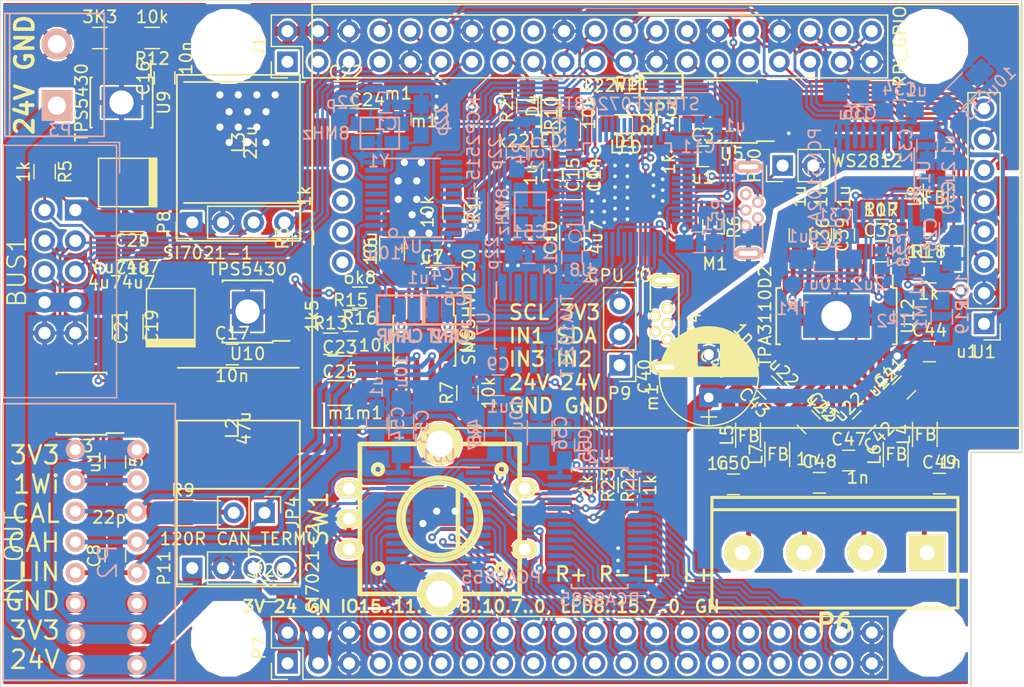
<source format=kicad_pcb>
(kicad_pcb (version 4) (host pcbnew 4.0.5)
  (layers (0 F.Cu signal) (31 B.Cu signal) (34 B.Paste user hide) (35 F.Paste user hide) (36 B.SilkS user hide) (37 F.SilkS user) (38 B.Mask user hide) (39 F.Mask user hide) (44 Edge.Cuts user hide))
  (net 0 "")
  (net 1 "Net-(C1-Pad1)")
  (net 2 GND)
  (net 3 "Net-(C2-Pad1)")
  (net 4 +3V3)
  (net 5 CANH)
  (net 6 +24V)
  (net 7 "Net-(R1-Pad1)")
  (net 8 CANL)
  (net 9 +5V)
  (net 10 CAN_INT)
  (net 11 CAN_SCK)
  (net 12 CAN_SI)
  (net 13 CAN_SO)
  (net 14 CAN_CS)
  (net 15 SCL1)
  (net 16 SDA1)
  (net 17 LIN)
  (net 18 +3.3VA)
  (net 19 /cpu/LED)
  (net 20 RX)
  (net 21 TX)
  (net 22 NRST)
  (net 23 ID_SD)
  (net 24 ID_SC)
  (net 25 "Net-(JP3-Pad1)")
  (net 26 CANR)
  (net 27 "Net-(JP4-Pad2)")
  (net 28 CANT)
  (net 29 SWDIO)
  (net 30 SWCLK)
  (net 31 /cpu/USBM)
  (net 32 /cpu/USBP)
  (net 33 LINRX)
  (net 34 LINTX)
  (net 35 SHDN)
  (net 36 AUDIO_BCK)
  (net 37 AUDIO_LCK)
  (net 38 AUDIO_DATA)
  (net 39 "Net-(R7-Pad2)")
  (net 40 "Net-(R12-Pad2)")
  (net 41 "Net-(R13-Pad2)")
  (net 42 "Net-(R15-Pad2)")
  (net 43 INT1_1)
  (net 44 INT1_2)
  (net 45 INT1_3)
  (net 46 LCD_DC)
  (net 47 LCD_CS)
  (net 48 LCD_RES)
  (net 49 LCD_PWM)
  (net 50 DBG_TX)
  (net 51 DBG_RX)
  (net 52 /RXCAN)
  (net 53 /RXD)
  (net 54 /TXCAN)
  (net 55 /TXD)
  (net 56 "Net-(C28-Pad2)")
  (net 57 "Net-(C30-Pad1)")
  (net 58 "Net-(C30-Pad2)")
  (net 59 "Net-(C34-Pad2)")
  (net 60 "Net-(C37-Pad1)")
  (net 61 "Net-(C38-Pad1)")
  (net 62 "Net-(C39-Pad2)")
  (net 63 "Net-(R18-Pad1)")
  (net 64 /audio/OUTL)
  (net 65 /audio/OUTR)
  (net 66 "Net-(C36-Pad1)")
  (net 67 /audio/OUTPL)
  (net 68 /audio/BSPL)
  (net 69 /audio/OUTNL)
  (net 70 /audio/BSNL)
  (net 71 /audio/OUTPR)
  (net 72 /audio/BSPR)
  (net 73 /audio/OUTNR)
  (net 74 /audio/BSNR)
  (net 75 /audio/OUT_L-)
  (net 76 /audio/OUT_R-)
  (net 77 /audio/OUT_L+)
  (net 78 /audio/OUT_R+)
  (net 79 SHUTDOWN)
  (net 80 "Net-(C51-Pad1)")
  (net 81 "Net-(C52-Pad1)")
  (net 82 "Net-(D1-Pad1)")
  (net 83 "Net-(R4-Pad1)")
  (net 84 SCL2)
  (net 85 SDA2)
  (net 86 /LED15)
  (net 87 /LED14)
  (net 88 /LED13)
  (net 89 /LED12)
  (net 90 /LED11)
  (net 91 /LED10)
  (net 92 /LED9)
  (net 93 /LED8)
  (net 94 /LED7)
  (net 95 /LED6)
  (net 96 /LED5)
  (net 97 /LED4)
  (net 98 /LED3)
  (net 99 /LED2)
  (net 100 /LED1)
  (net 101 /LED0)
  (net 102 /IO8)
  (net 103 /IO0)
  (net 104 /IO1)
  (net 105 /IO2)
  (net 106 /IO3)
  (net 107 /IO4)
  (net 108 /IO5)
  (net 109 /IO6)
  (net 110 /IO7)
  (net 111 /IO9)
  (net 112 /IO10)
  (net 113 /IO11)
  (net 114 /IO12)
  (net 115 /IO13)
  (net 116 /IO14)
  (net 117 /IO15)
  (net 118 1Wire)
  (net 119 /pwr/SW5V)
  (net 120 /pwr/SW3V3)
  (net 121 /pwr/BOOT5V)
  (net 122 /pwr/BOOT3V3)
  (net 123 INT)
  (net 124 BOOT0)
  (net 125 "Net-(P5-Pad4)")
  (net 126 WS2812)
  (net 127 ENC_B)
  (net 128 ENC_A)
  (net 129 ENC_SW)
  (net 130 "Net-(D4-Pad2)")
  (net 131 "Net-(D4-Pad1)")
  (net 132 "Net-(J1-Pad15)")
  (module sensact:TSSOP-24_4.4x7.8mm_Pitch0.65mm_handsolder (layer B.Cu) (at 81.788 83.439 180)
    (fp_text reference DD1 (at 0 4.95 180) (layer B.SilkS) (effects (justify mirror)))
    (fp_text value PCA9555 (at -5.207 -5.08 180) (layer B.SilkS) (effects (justify mirror)))
    (pad 1 smd rect (at -3.3 3.575 180) (size 2 0.4) (layers B.Cu B.Paste B.Mask) (net 123 INT))
    (pad 13 smd rect (at 3.3 -3.575 180) (size 2 0.4) (layers B.Cu B.Paste B.Mask) (net 102 /IO8))
    (pad 2 smd rect (at -3.3 2.925 180) (size 2 0.4) (layers B.Cu B.Paste B.Mask) (net 2 GND))
    (pad 3 smd rect (at -3.3 2.275 180) (size 2 0.4) (layers B.Cu B.Paste B.Mask) (net 2 GND))
    (pad 4 smd rect (at -3.3 1.625 180) (size 2 0.4) (layers B.Cu B.Paste B.Mask) (net 103 /IO0))
    (pad 5 smd rect (at -3.3 0.975 180) (size 2 0.4) (layers B.Cu B.Paste B.Mask) (net 104 /IO1))
    (pad 6 smd rect (at -3.3 0.325 180) (size 2 0.4) (layers B.Cu B.Paste B.Mask) (net 105 /IO2))
    (pad 7 smd rect (at -3.3 -0.325 180) (size 2 0.4) (layers B.Cu B.Paste B.Mask) (net 106 /IO3))
    (pad 8 smd rect (at -3.3 -0.975 180) (size 2 0.4) (layers B.Cu B.Paste B.Mask) (net 107 /IO4))
    (pad 9 smd rect (at -3.3 -1.625 180) (size 2 0.4) (layers B.Cu B.Paste B.Mask) (net 108 /IO5))
    (pad 10 smd rect (at -3.3 -2.275 180) (size 2 0.4) (layers B.Cu B.Paste B.Mask) (net 109 /IO6))
    (pad 11 smd rect (at -3.3 -2.925 180) (size 2 0.4) (layers B.Cu B.Paste B.Mask) (net 110 /IO7))
    (pad 12 smd rect (at -3.3 -3.575 180) (size 2 0.4) (layers B.Cu B.Paste B.Mask) (net 2 GND))
    (pad 14 smd rect (at 3.3 -2.925 180) (size 2 0.4) (layers B.Cu B.Paste B.Mask) (net 111 /IO9))
    (pad 15 smd rect (at 3.3 -2.275 180) (size 2 0.4) (layers B.Cu B.Paste B.Mask) (net 112 /IO10))
    (pad 16 smd rect (at 3.3 -1.625 180) (size 2 0.4) (layers B.Cu B.Paste B.Mask) (net 113 /IO11))
    (pad 17 smd rect (at 3.3 -0.975 180) (size 2 0.4) (layers B.Cu B.Paste B.Mask) (net 114 /IO12))
    (pad 18 smd rect (at 3.3 -0.325 180) (size 2 0.4) (layers B.Cu B.Paste B.Mask) (net 115 /IO13))
    (pad 19 smd rect (at 3.3 0.325 180) (size 2 0.4) (layers B.Cu B.Paste B.Mask) (net 116 /IO14))
    (pad 20 smd rect (at 3.3 0.975 180) (size 2 0.4) (layers B.Cu B.Paste B.Mask) (net 117 /IO15))
    (pad 21 smd rect (at 3.3 1.625 180) (size 2 0.4) (layers B.Cu B.Paste B.Mask) (net 2 GND))
    (pad 22 smd rect (at 3.3 2.275 180) (size 2 0.4) (layers B.Cu B.Paste B.Mask) (net 84 SCL2))
    (pad 23 smd rect (at 3.3 2.925 180) (size 2 0.4) (layers B.Cu B.Paste B.Mask) (net 85 SDA2))
    (pad 24 smd rect (at 3.3 3.575 180) (size 2 0.4) (layers B.Cu B.Paste B.Mask) (net 4 +3V3))
  )
  (module Pin_Headers:Pin_Header_Straight_2x20_Pitch2.54mm (layer F.Cu) (at 69.342 95.631 90)
    (fp_text reference P7 (at 1.27 -2.33 90) (layer F.SilkS))
    (fp_text value EXT_CONN hide)
    (pad 1 thru_hole rect (at 0 0 90) (size 1.7 1.7) (drill 1) (layers *.Cu *.Mask) (net 4 +3V3))
    (pad 2 thru_hole oval (at 2.54 0 90) (size 1.7 1.7) (drill 1) (layers *.Cu *.Mask) (net 4 +3V3))
    (pad 3 thru_hole oval (at 0 2.54 90) (size 1.7 1.7) (drill 1) (layers *.Cu *.Mask) (net 6 +24V))
    (pad 4 thru_hole oval (at 2.54 2.54 90) (size 1.7 1.7) (drill 1) (layers *.Cu *.Mask) (net 6 +24V))
    (pad 5 thru_hole oval (at 0 5.08 90) (size 1.7 1.7) (drill 1) (layers *.Cu *.Mask) (net 2 GND))
    (pad 6 thru_hole oval (at 2.54 5.08 90) (size 1.7 1.7) (drill 1) (layers *.Cu *.Mask) (net 2 GND))
    (pad 7 thru_hole oval (at 0 7.62 90) (size 1.7 1.7) (drill 1) (layers *.Cu *.Mask) (net 117 /IO15))
    (pad 8 thru_hole oval (at 2.54 7.62 90) (size 1.7 1.7) (drill 1) (layers *.Cu *.Mask) (net 116 /IO14))
    (pad 9 thru_hole oval (at 0 10.16 90) (size 1.7 1.7) (drill 1) (layers *.Cu *.Mask) (net 115 /IO13))
    (pad 10 thru_hole oval (at 2.54 10.16 90) (size 1.7 1.7) (drill 1) (layers *.Cu *.Mask) (net 114 /IO12))
    (pad 11 thru_hole oval (at 0 12.7 90) (size 1.7 1.7) (drill 1) (layers *.Cu *.Mask) (net 113 /IO11))
    (pad 12 thru_hole oval (at 2.54 12.7 90) (size 1.7 1.7) (drill 1) (layers *.Cu *.Mask) (net 102 /IO8))
    (pad 13 thru_hole oval (at 0 15.24 90) (size 1.7 1.7) (drill 1) (layers *.Cu *.Mask) (net 111 /IO9))
    (pad 14 thru_hole oval (at 2.54 15.24 90) (size 1.7 1.7) (drill 1) (layers *.Cu *.Mask) (net 112 /IO10))
    (pad 15 thru_hole oval (at 0 17.78 90) (size 1.7 1.7) (drill 1) (layers *.Cu *.Mask) (net 110 /IO7))
    (pad 16 thru_hole oval (at 2.54 17.78 90) (size 1.7 1.7) (drill 1) (layers *.Cu *.Mask) (net 109 /IO6))
    (pad 17 thru_hole oval (at 0 20.32 90) (size 1.7 1.7) (drill 1) (layers *.Cu *.Mask) (net 108 /IO5))
    (pad 18 thru_hole oval (at 2.54 20.32 90) (size 1.7 1.7) (drill 1) (layers *.Cu *.Mask) (net 107 /IO4))
    (pad 19 thru_hole oval (at 0 22.86 90) (size 1.7 1.7) (drill 1) (layers *.Cu *.Mask) (net 106 /IO3))
    (pad 20 thru_hole oval (at 2.54 22.86 90) (size 1.7 1.7) (drill 1) (layers *.Cu *.Mask) (net 105 /IO2))
    (pad 21 thru_hole oval (at 0 25.4 90) (size 1.7 1.7) (drill 1) (layers *.Cu *.Mask) (net 104 /IO1))
    (pad 22 thru_hole oval (at 2.54 25.4 90) (size 1.7 1.7) (drill 1) (layers *.Cu *.Mask) (net 103 /IO0))
    (pad 23 thru_hole oval (at 0 27.94 90) (size 1.7 1.7) (drill 1) (layers *.Cu *.Mask) (net 93 /LED8))
    (pad 24 thru_hole oval (at 2.54 27.94 90) (size 1.7 1.7) (drill 1) (layers *.Cu *.Mask) (net 92 /LED9))
    (pad 25 thru_hole oval (at 0 30.48 90) (size 1.7 1.7) (drill 1) (layers *.Cu *.Mask) (net 91 /LED10))
    (pad 26 thru_hole oval (at 2.54 30.48 90) (size 1.7 1.7) (drill 1) (layers *.Cu *.Mask) (net 90 /LED11))
    (pad 27 thru_hole oval (at 0 33.02 90) (size 1.7 1.7) (drill 1) (layers *.Cu *.Mask) (net 89 /LED12))
    (pad 28 thru_hole oval (at 2.54 33.02 90) (size 1.7 1.7) (drill 1) (layers *.Cu *.Mask) (net 88 /LED13))
    (pad 29 thru_hole oval (at 0 35.56 90) (size 1.7 1.7) (drill 1) (layers *.Cu *.Mask) (net 87 /LED14))
    (pad 30 thru_hole oval (at 2.54 35.56 90) (size 1.7 1.7) (drill 1) (layers *.Cu *.Mask) (net 86 /LED15))
    (pad 31 thru_hole oval (at 0 38.1 90) (size 1.7 1.7) (drill 1) (layers *.Cu *.Mask) (net 94 /LED7))
    (pad 32 thru_hole oval (at 2.54 38.1 90) (size 1.7 1.7) (drill 1) (layers *.Cu *.Mask) (net 95 /LED6))
    (pad 33 thru_hole oval (at 0 40.64 90) (size 1.7 1.7) (drill 1) (layers *.Cu *.Mask) (net 96 /LED5))
    (pad 34 thru_hole oval (at 2.54 40.64 90) (size 1.7 1.7) (drill 1) (layers *.Cu *.Mask) (net 97 /LED4))
    (pad 35 thru_hole oval (at 0 43.18 90) (size 1.7 1.7) (drill 1) (layers *.Cu *.Mask) (net 98 /LED3))
    (pad 36 thru_hole oval (at 2.54 43.18 90) (size 1.7 1.7) (drill 1) (layers *.Cu *.Mask) (net 99 /LED2))
    (pad 37 thru_hole oval (at 0 45.72 90) (size 1.7 1.7) (drill 1) (layers *.Cu *.Mask) (net 100 /LED1))
    (pad 38 thru_hole oval (at 2.54 45.72 90) (size 1.7 1.7) (drill 1) (layers *.Cu *.Mask) (net 101 /LED0))
    (pad 39 thru_hole oval (at 0 48.26 90) (size 1.7 1.7) (drill 1) (layers *.Cu *.Mask) (net 2 GND))
    (pad 40 thru_hole oval (at 2.54 48.26 90) (size 1.7 1.7) (drill 1) (layers *.Cu *.Mask) (net 2 GND))
  )
  (module sensact:Inductor_CD104_handsolder (layer F.Cu) (at 65.786 52.578 270)
    (fp_text reference L3 (at 0 0.5 270) (layer F.SilkS))
    (fp_text value 22u (at 0 -0.5 270) (layer F.SilkS))
    (pad 1 smd rect (at 0 -5 270) (size 4 4) (layers F.Cu F.Paste F.Mask) (net 9 +5V))
    (pad 2 smd rect (at 0 5 270) (size 4 4) (layers F.Cu F.Paste F.Mask) (net 119 /pwr/SW5V))
  )
  (module sensact:SOIC-8_3.9x4.9mm_Pitch1.27mm_handsolder (layer F.Cu) (at 106.045 50.038 180)
    (fp_text reference U5 (at 0 -3.5 180) (layer F.SilkS))
    (fp_text value 24LC16 hide)
    (pad 1 smd rect (at -3 -1.905 180) (size 2.2 0.6) (layers F.Cu F.Paste F.Mask) (net 2 GND))
    (pad 2 smd rect (at -3 -0.635 180) (size 2.2 0.6) (layers F.Cu F.Paste F.Mask) (net 2 GND))
    (pad 3 smd rect (at -3 0.635 180) (size 2.2 0.6) (layers F.Cu F.Paste F.Mask) (net 2 GND))
    (pad 4 smd rect (at -3 1.905 180) (size 2.2 0.6) (layers F.Cu F.Paste F.Mask) (net 2 GND))
    (pad 5 smd rect (at 3 1.905 180) (size 2.2 0.6) (layers F.Cu F.Paste F.Mask) (net 23 ID_SD))
    (pad 6 smd rect (at 3 0.635 180) (size 2.2 0.6) (layers F.Cu F.Paste F.Mask) (net 24 ID_SC))
    (pad 7 smd rect (at 3 -0.635 180) (size 2.2 0.6) (layers F.Cu F.Paste F.Mask) (net 25 "Net-(JP3-Pad1)"))
    (pad 8 smd rect (at 3 -1.905 180) (size 2.2 0.6) (layers F.Cu F.Paste F.Mask) (net 4 +3V3))
  )
  (module Capacitors_SMD:C_0805_HandSoldering (layer F.Cu) (at 103.632 53.721)
    (fp_text reference C3 (at 0 -1.75) (layer F.SilkS))
    (fp_text value u1 (at 0 1.75) (layer F.SilkS))
    (pad 1 smd rect (at -1.25 0) (size 1.5 1.25) (layers F.Cu F.Paste F.Mask) (net 4 +3V3))
    (pad 2 smd rect (at 1.25 0) (size 1.5 1.25) (layers F.Cu F.Paste F.Mask) (net 2 GND))
  )
  (module Capacitors_SMD:C_1206_HandSoldering (layer F.Cu) (at 56.515 61.214 180)
    (fp_text reference C18 (at 0 -1.75 180) (layer F.SilkS))
    (fp_text value 4u7 (at 1.905 -1.651 180) (layer F.SilkS))
    (pad 1 smd rect (at -2 0 180) (size 2 1.6) (layers F.Cu F.Paste F.Mask) (net 6 +24V))
    (pad 2 smd rect (at 2 0 180) (size 2 1.6) (layers F.Cu F.Paste F.Mask) (net 2 GND))
  )
  (module RPi_Hat:RPi_Hat_Mounting_Hole (layer F.Cu) (at 122.46 44.64)
    (fp_text reference "" hide)
    (fp_text value "" hide)
    (pad "" np_thru_hole circle (at 0 0) (size 2.75 2.75) (drill 2.75) (layers *.Cu *.Mask) (clearance 1.725))
  )
  (module RPi_Hat:RPi_Hat_Mounting_Hole (layer F.Cu) (at 122.46 93.64)
    (fp_text reference "" hide)
    (fp_text value "" hide)
    (pad "" np_thru_hole circle (at 0 0) (size 2.75 2.75) (drill 2.75) (layers *.Cu *.Mask) (clearance 1.725))
  )
  (module RPi_Hat:RPi_Hat_Mounting_Hole (layer F.Cu) (at 64.46 93.64)
    (fp_text reference "" hide)
    (fp_text value "" hide)
    (pad "" np_thru_hole circle (at 0 0) (size 2.75 2.75) (drill 2.75) (layers *.Cu *.Mask) (clearance 1.725))
  )
  (module RPi_Hat:RPi_Hat_Mounting_Hole (layer F.Cu) (at 64.46 44.64)
    (fp_text reference "" hide)
    (fp_text value "" hide)
    (pad "" np_thru_hole circle (at 0 0) (size 2.75 2.75) (drill 2.75) (layers *.Cu *.Mask) (clearance 1.725))
  )
  (module Capacitors_SMD:C_0805_HandSoldering (layer B.Cu) (at 80.391 50.673 90)
    (fp_text reference C2 (at 0 1.75 90) (layer B.SilkS) (effects (justify mirror)))
    (fp_text value 22p (at 0 1.651 90) (layer B.SilkS) (effects (justify mirror)))
    (pad 1 smd rect (at -1.25 0 90) (size 1.5 1.25) (layers B.Cu B.Paste B.Mask) (net 3 "Net-(C2-Pad1)"))
    (pad 2 smd rect (at 1.25 0 90) (size 1.5 1.25) (layers B.Cu B.Paste B.Mask) (net 2 GND))
  )
  (module Capacitors_SMD:C_1206_HandSoldering (layer B.Cu) (at 82.169 61.722)
    (fp_text reference C4 (at 0 1.75) (layer B.SilkS) (effects (justify mirror)))
    (fp_text value 10u (at -4.826 0) (layer B.SilkS) (effects (justify mirror)))
    (pad 1 smd rect (at -2 0) (size 2 1.6) (layers B.Cu B.Paste B.Mask) (net 2 GND))
    (pad 2 smd rect (at 2 0) (size 2 1.6) (layers B.Cu B.Paste B.Mask) (net 4 +3V3))
  )
  (module Capacitors_SMD:C_0805_HandSoldering (layer B.Cu) (at 83.185 63.754)
    (fp_text reference C5 (at 0 1.75) (layer B.SilkS) (effects (justify mirror)))
    (fp_text value u1 (at -3.048 0) (layer B.SilkS) (effects (justify mirror)))
    (pad 1 smd rect (at -1.25 0) (size 1.5 1.25) (layers B.Cu B.Paste B.Mask) (net 2 GND))
    (pad 2 smd rect (at 1.25 0) (size 1.5 1.25) (layers B.Cu B.Paste B.Mask) (net 4 +3V3))
  )
  (module Capacitors_SMD:C_0805_HandSoldering (layer F.Cu) (at 55.118 86.741 90)
    (fp_text reference C8 (at 0 -1.75 90) (layer F.SilkS))
    (fp_text value 22p (at 3.175 -0.508 180) (layer F.SilkS))
    (pad 1 smd rect (at -1.25 0 90) (size 1.5 1.25) (layers F.Cu F.Paste F.Mask) (net 17 LIN))
    (pad 2 smd rect (at 1.25 0 90) (size 1.5 1.25) (layers F.Cu F.Paste F.Mask) (net 2 GND))
  )
  (module sensact:conn_2P (layer B.Cu) (at 50.292 46.99 270)
    (fp_text reference P1 hide)
    (fp_text value 24V hide)
    (pad 1 thru_hole rect (at 2.54 0 270) (size 2.54 2.54) (drill 1.5) (layers *.Cu *.Mask B.SilkS) (net 6 +24V))
    (pad 2 thru_hole circle (at -2.54 0 270) (size 2.54 2.54) (drill 1.5) (layers *.Cu *.Mask B.SilkS) (net 2 GND))
  )
  (module Resistors_SMD:R_0805_HandSoldering (layer F.Cu) (at 83.058 58.293 270)
    (fp_text reference R1 (at 0 -1.7 270) (layer F.SilkS))
    (fp_text value 10k (at 0 2.159 270) (layer F.SilkS))
    (pad 1 smd rect (at -1.35 0 270) (size 1.5 1.3) (layers F.Cu F.Paste F.Mask) (net 7 "Net-(R1-Pad1)"))
    (pad 2 smd rect (at 1.35 0 270) (size 1.5 1.3) (layers F.Cu F.Paste F.Mask) (net 4 +3V3))
  )
  (module Resistors_SMD:R_0805_HandSoldering (layer F.Cu) (at 100.838 51.054 90)
    (fp_text reference R2 (at 0 -1.7 90) (layer F.SilkS))
    (fp_text value 1k (at -3.302 0 90) (layer F.SilkS))
    (pad 1 smd rect (at -1.35 0 90) (size 1.5 1.3) (layers F.Cu F.Paste F.Mask) (net 4 +3V3))
    (pad 2 smd rect (at 1.35 0 90) (size 1.5 1.3) (layers F.Cu F.Paste F.Mask) (net 25 "Net-(JP3-Pad1)"))
  )
  (module Resistors_SMD:R_0805_HandSoldering (layer F.Cu) (at 49.276 54.991 270)
    (fp_text reference R5 (at 0 -1.7 270) (layer F.SilkS))
    (fp_text value 1k (at 0 1.75 270) (layer F.SilkS))
    (pad 1 smd rect (at -1.35 0 270) (size 1.5 1.3) (layers F.Cu F.Paste F.Mask) (net 4 +3V3))
    (pad 2 smd rect (at 1.35 0 270) (size 1.5 1.3) (layers F.Cu F.Paste F.Mask) (net 15 SCL1))
  )
  (module Resistors_SMD:R_0805_HandSoldering (layer F.Cu) (at 84.201 73.279 90)
    (fp_text reference R7 (at 0 -1.7 90) (layer F.SilkS))
    (fp_text value 10k (at 0 1.75 90) (layer F.SilkS))
    (pad 1 smd rect (at -1.35 0 90) (size 1.5 1.3) (layers F.Cu F.Paste F.Mask) (net 2 GND))
    (pad 2 smd rect (at 1.35 0 90) (size 1.5 1.3) (layers F.Cu F.Paste F.Mask) (net 39 "Net-(R7-Pad2)"))
  )
  (module sensact:SOIC-8_3.9x4.9mm_Pitch1.27mm_handsolder (layer F.Cu) (at 80.645 68.961 270)
    (fp_text reference U6 (at 0 -3.5 270) (layer F.SilkS))
    (fp_text value SN65HVD230 (at -2.794 -3.683 270) (layer F.SilkS))
    (pad 1 smd rect (at -3 -1.905 270) (size 2.2 0.6) (layers F.Cu F.Paste F.Mask) (net 55 /TXD))
    (pad 2 smd rect (at -3 -0.635 270) (size 2.2 0.6) (layers F.Cu F.Paste F.Mask) (net 2 GND))
    (pad 3 smd rect (at -3 0.635 270) (size 2.2 0.6) (layers F.Cu F.Paste F.Mask) (net 4 +3V3))
    (pad 4 smd rect (at -3 1.905 270) (size 2.2 0.6) (layers F.Cu F.Paste F.Mask) (net 53 /RXD))
    (pad 5 smd rect (at 3 1.905 270) (size 2.2 0.6) (layers F.Cu F.Paste F.Mask))
    (pad 6 smd rect (at 3 0.635 270) (size 2.2 0.6) (layers F.Cu F.Paste F.Mask) (net 8 CANL))
    (pad 7 smd rect (at 3 -0.635 270) (size 2.2 0.6) (layers F.Cu F.Paste F.Mask) (net 5 CANH))
    (pad 8 smd rect (at 3 -1.905 270) (size 2.2 0.6) (layers F.Cu F.Paste F.Mask) (net 39 "Net-(R7-Pad2)"))
  )
  (module Capacitors_SMD:C_0805_HandSoldering (layer B.Cu) (at 86.741 72.644 180)
    (fp_text reference C9 (at 0 1.75 180) (layer B.SilkS) (effects (justify mirror)))
    (fp_text value u1 (at 0 -1.75 180) (layer B.SilkS) (effects (justify mirror)))
    (pad 1 smd rect (at -1.25 0 180) (size 1.5 1.25) (layers B.Cu B.Paste B.Mask) (net 6 +24V))
    (pad 2 smd rect (at 1.25 0 180) (size 1.5 1.25) (layers B.Cu B.Paste B.Mask) (net 2 GND))
  )
  (module Capacitors_SMD:C_0805_HandSoldering (layer F.Cu) (at 59.182 47.244 90)
    (fp_text reference C16 (at 0 -1.75 90) (layer F.SilkS))
    (fp_text value 10n (at 1.651 1.778 90) (layer F.SilkS))
    (pad 1 smd rect (at -1.25 0 90) (size 1.5 1.25) (layers F.Cu F.Paste F.Mask) (net 119 /pwr/SW5V))
    (pad 2 smd rect (at 1.25 0 90) (size 1.5 1.25) (layers F.Cu F.Paste F.Mask) (net 121 /pwr/BOOT5V))
  )
  (module Capacitors_SMD:C_0805_HandSoldering (layer F.Cu) (at 64.77 70.104)
    (fp_text reference C17 (at 0 -1.75) (layer F.SilkS))
    (fp_text value 10n (at 0 1.75) (layer F.SilkS))
    (pad 1 smd rect (at -1.25 0) (size 1.5 1.25) (layers F.Cu F.Paste F.Mask) (net 120 /pwr/SW3V3))
    (pad 2 smd rect (at 1.25 0) (size 1.5 1.25) (layers F.Cu F.Paste F.Mask) (net 122 /pwr/BOOT3V3))
  )
  (module Resistors_SMD:R_0805_HandSoldering (layer F.Cu) (at 92.837 50.165 90)
    (fp_text reference R10 (at 0 -1.7 90) (layer F.SilkS))
    (fp_text value 10k (at 0 1.397 90) (layer F.SilkS))
    (pad 1 smd rect (at -1.35 0 90) (size 1.5 1.3) (layers F.Cu F.Paste F.Mask) (net 4 +3V3))
    (pad 2 smd rect (at 1.35 0 90) (size 1.5 1.3) (layers F.Cu F.Paste F.Mask) (net 33 LINRX))
  )
  (module sensact:LQFP-48_7x7mm_Pitch0.5mm_handsolder (layer B.Cu) (at 97.409 56.261)
    (fp_text reference U8 (at -3.81 6.858) (layer B.SilkS) (effects (justify mirror)))
    (fp_text value STM32F072C8Tx (at 0 -6.858) (layer B.SilkS) (effects (justify mirror)))
    (pad 1 smd rect (at -4.7 2.75) (size 2 0.3) (layers B.Cu B.Paste B.Mask) (net 4 +3V3))
    (pad 13 smd rect (at -2.75 -4.7 270) (size 2 0.3) (layers B.Cu B.Paste B.Mask) (net 33 LINRX))
    (pad 25 smd rect (at 4.7 -2.75) (size 2 0.3) (layers B.Cu B.Paste B.Mask))
    (pad 37 smd rect (at 2.75 4.7 270) (size 2 0.3) (layers B.Cu B.Paste B.Mask) (net 30 SWCLK))
    (pad 2 smd rect (at -4.7 2.25) (size 2 0.3) (layers B.Cu B.Paste B.Mask))
    (pad 3 smd rect (at -4.7 1.75) (size 2 0.3) (layers B.Cu B.Paste B.Mask))
    (pad 4 smd rect (at -4.7 1.25) (size 2 0.3) (layers B.Cu B.Paste B.Mask))
    (pad 5 smd rect (at -4.7 0.75) (size 2 0.3) (layers B.Cu B.Paste B.Mask) (net 80 "Net-(C51-Pad1)"))
    (pad 6 smd rect (at -4.7 0.25) (size 2 0.3) (layers B.Cu B.Paste B.Mask) (net 83 "Net-(R4-Pad1)"))
    (pad 7 smd rect (at -4.7 -0.25) (size 2 0.3) (layers B.Cu B.Paste B.Mask) (net 22 NRST))
    (pad 8 smd rect (at -4.7 -0.75) (size 2 0.3) (layers B.Cu B.Paste B.Mask) (net 2 GND))
    (pad 9 smd rect (at -4.7 -1.25) (size 2 0.3) (layers B.Cu B.Paste B.Mask) (net 4 +3V3))
    (pad 10 smd rect (at -4.7 -1.75) (size 2 0.3) (layers B.Cu B.Paste B.Mask))
    (pad 11 smd rect (at -4.7 -2.25) (size 2 0.3) (layers B.Cu B.Paste B.Mask) (net 35 SHDN))
    (pad 12 smd rect (at -4.7 -2.75) (size 2 0.3) (layers B.Cu B.Paste B.Mask) (net 34 LINTX))
    (pad 14 smd rect (at -2.25 -4.7 270) (size 2 0.3) (layers B.Cu B.Paste B.Mask))
    (pad 15 smd rect (at -1.75 -4.7 270) (size 2 0.3) (layers B.Cu B.Paste B.Mask))
    (pad 16 smd rect (at -1.25 -4.7 270) (size 2 0.3) (layers B.Cu B.Paste B.Mask))
    (pad 17 smd rect (at -0.75 -4.7 270) (size 2 0.3) (layers B.Cu B.Paste B.Mask))
    (pad 18 smd rect (at -0.25 -4.7 270) (size 2 0.3) (layers B.Cu B.Paste B.Mask))
    (pad 19 smd rect (at 0.25 -4.7 270) (size 2 0.3) (layers B.Cu B.Paste B.Mask))
    (pad 20 smd rect (at 0.75 -4.7 270) (size 2 0.3) (layers B.Cu B.Paste B.Mask) (net 82 "Net-(D1-Pad1)"))
    (pad 21 smd rect (at 1.25 -4.7 270) (size 2 0.3) (layers B.Cu B.Paste B.Mask) (net 50 DBG_TX))
    (pad 22 smd rect (at 1.75 -4.7 270) (size 2 0.3) (layers B.Cu B.Paste B.Mask) (net 51 DBG_RX))
    (pad 23 smd rect (at 2.25 -4.7 270) (size 2 0.3) (layers B.Cu B.Paste B.Mask) (net 2 GND))
    (pad 24 smd rect (at 2.75 -4.7 270) (size 2 0.3) (layers B.Cu B.Paste B.Mask) (net 4 +3V3))
    (pad 26 smd rect (at 4.7 -2.25) (size 2 0.3) (layers B.Cu B.Paste B.Mask))
    (pad 27 smd rect (at 4.7 -1.75) (size 2 0.3) (layers B.Cu B.Paste B.Mask))
    (pad 28 smd rect (at 4.7 -1.25) (size 2 0.3) (layers B.Cu B.Paste B.Mask))
    (pad 29 smd rect (at 4.7 -0.75) (size 2 0.3) (layers B.Cu B.Paste B.Mask) (net 126 WS2812))
    (pad 30 smd rect (at 4.7 -0.25) (size 2 0.3) (layers B.Cu B.Paste B.Mask) (net 21 TX))
    (pad 31 smd rect (at 4.7 0.25) (size 2 0.3) (layers B.Cu B.Paste B.Mask) (net 20 RX))
    (pad 32 smd rect (at 4.7 0.75) (size 2 0.3) (layers B.Cu B.Paste B.Mask) (net 31 /cpu/USBM))
    (pad 33 smd rect (at 4.7 1.25) (size 2 0.3) (layers B.Cu B.Paste B.Mask) (net 32 /cpu/USBP))
    (pad 34 smd rect (at 4.7 1.75) (size 2 0.3) (layers B.Cu B.Paste B.Mask) (net 29 SWDIO))
    (pad 35 smd rect (at 4.7 2.25) (size 2 0.3) (layers B.Cu B.Paste B.Mask) (net 2 GND))
    (pad 36 smd rect (at 4.7 2.75) (size 2 0.3) (layers B.Cu B.Paste B.Mask) (net 4 +3V3))
    (pad 38 smd rect (at 2.25 4.7 270) (size 2 0.3) (layers B.Cu B.Paste B.Mask) (net 127 ENC_B))
    (pad 39 smd rect (at 1.75 4.7 270) (size 2 0.3) (layers B.Cu B.Paste B.Mask) (net 128 ENC_A))
    (pad 40 smd rect (at 1.25 4.7 270) (size 2 0.3) (layers B.Cu B.Paste B.Mask) (net 129 ENC_SW))
    (pad 41 smd rect (at 0.75 4.7 270) (size 2 0.3) (layers B.Cu B.Paste B.Mask) (net 123 INT))
    (pad 42 smd rect (at 0.25 4.7 270) (size 2 0.3) (layers B.Cu B.Paste B.Mask) (net 84 SCL2))
    (pad 43 smd rect (at -0.25 4.7 270) (size 2 0.3) (layers B.Cu B.Paste B.Mask) (net 85 SDA2))
    (pad 44 smd rect (at -0.75 4.7 270) (size 2 0.3) (layers B.Cu B.Paste B.Mask) (net 124 BOOT0))
    (pad 45 smd rect (at -1.25 4.7 270) (size 2 0.3) (layers B.Cu B.Paste B.Mask) (net 26 CANR))
    (pad 46 smd rect (at -1.75 4.7 270) (size 2 0.3) (layers B.Cu B.Paste B.Mask) (net 28 CANT))
    (pad 47 smd rect (at -2.25 4.7 270) (size 2 0.3) (layers B.Cu B.Paste B.Mask) (net 2 GND))
    (pad 48 smd rect (at -2.75 4.7 270) (size 2 0.3) (layers B.Cu B.Paste B.Mask) (net 4 +3V3))
  )
  (module Capacitors_SMD:C_1206_HandSoldering (layer F.Cu) (at 77.978 61.341 90)
    (fp_text reference C6 (at 0 -1.75 90) (layer F.SilkS))
    (fp_text value 10u (at 0 -1.778 90) (layer F.SilkS))
    (pad 1 smd rect (at -2 0 90) (size 2 1.6) (layers F.Cu F.Paste F.Mask) (net 4 +3V3))
    (pad 2 smd rect (at 2 0 90) (size 2 1.6) (layers F.Cu F.Paste F.Mask) (net 2 GND))
  )
  (module Capacitors_SMD:C_0805_HandSoldering (layer F.Cu) (at 81.28 63.754)
    (fp_text reference C7 (at 0 -1.75) (layer F.SilkS))
    (fp_text value u1 (at 0 -1.651) (layer F.SilkS))
    (pad 1 smd rect (at -1.25 0) (size 1.5 1.25) (layers F.Cu F.Paste F.Mask) (net 4 +3V3))
    (pad 2 smd rect (at 1.25 0) (size 1.5 1.25) (layers F.Cu F.Paste F.Mask) (net 2 GND))
  )
  (module Capacitors_SMD:C_1206_HandSoldering (layer F.Cu) (at 92.837 60.452 90)
    (fp_text reference C10 (at 0 -1.75 90) (layer F.SilkS))
    (fp_text value 4u7 (at 0 2 90) (layer F.SilkS))
    (pad 1 smd rect (at -2 0 90) (size 2 1.6) (layers F.Cu F.Paste F.Mask) (net 4 +3V3))
    (pad 2 smd rect (at 2 0 90) (size 2 1.6) (layers F.Cu F.Paste F.Mask) (net 2 GND))
  )
  (module Capacitors_SMD:C_0805_HandSoldering (layer B.Cu) (at 103.251 51.181)
    (fp_text reference C11 (at 0 1.75) (layer B.SilkS) (effects (justify mirror)))
    (fp_text value u1 (at 3.048 0) (layer B.SilkS) (effects (justify mirror)))
    (pad 1 smd rect (at -1.25 0) (size 1.5 1.25) (layers B.Cu B.Paste B.Mask) (net 4 +3V3))
    (pad 2 smd rect (at 1.25 0) (size 1.5 1.25) (layers B.Cu B.Paste B.Mask) (net 2 GND))
  )
  (module Capacitors_SMD:C_0805_HandSoldering (layer B.Cu) (at 103.378 60.833)
    (fp_text reference C12 hide)
    (fp_text value u1 (at 1.143 -1.524) (layer B.SilkS) (effects (justify mirror)))
    (pad 1 smd rect (at -1.25 0) (size 1.5 1.25) (layers B.Cu B.Paste B.Mask) (net 4 +3V3))
    (pad 2 smd rect (at 1.25 0) (size 1.5 1.25) (layers B.Cu B.Paste B.Mask) (net 2 GND))
  )
  (module Capacitors_SMD:C_0805_HandSoldering (layer B.Cu) (at 92.837 62.103 270)
    (fp_text reference C13 (at 0 1.75 270) (layer B.SilkS) (effects (justify mirror)))
    (fp_text value u1 (at 1.524 -1.524 270) (layer B.SilkS) (effects (justify mirror)))
    (pad 1 smd rect (at -1.25 0 270) (size 1.5 1.25) (layers B.Cu B.Paste B.Mask) (net 4 +3V3))
    (pad 2 smd rect (at 1.25 0 270) (size 1.5 1.25) (layers B.Cu B.Paste B.Mask) (net 2 GND))
  )
  (module Capacitors_SMD:C_0805_HandSoldering (layer F.Cu) (at 92.964 55.245 270)
    (fp_text reference C14 (at 0 -1.75 270) (layer F.SilkS))
    (fp_text value 10n (at 0 -1.651 270) (layer F.SilkS))
    (pad 1 smd rect (at -1.25 0 270) (size 1.5 1.25) (layers F.Cu F.Paste F.Mask) (net 4 +3V3))
    (pad 2 smd rect (at 1.25 0 270) (size 1.5 1.25) (layers F.Cu F.Paste F.Mask) (net 2 GND))
  )
  (module Capacitors_SMD:C_1206_HandSoldering (layer F.Cu) (at 56.388 67.818 270)
    (fp_text reference C19 (at 0 -1.75 270) (layer F.SilkS))
    (fp_text value 4u7 (at -3.683 -0.635 360) (layer F.SilkS))
    (pad 1 smd rect (at -2 0 270) (size 2 1.6) (layers F.Cu F.Paste F.Mask) (net 6 +24V))
    (pad 2 smd rect (at 2 0 270) (size 2 1.6) (layers F.Cu F.Paste F.Mask) (net 2 GND))
  )
  (module Capacitors_SMD:C_1206_HandSoldering (layer F.Cu) (at 56.515 58.928 180)
    (fp_text reference C20 (at 0 -1.75 180) (layer F.SilkS))
    (fp_text value 4u7 (at -0.889 -3.937 180) (layer F.SilkS))
    (pad 1 smd rect (at -2 0 180) (size 2 1.6) (layers F.Cu F.Paste F.Mask) (net 6 +24V))
    (pad 2 smd rect (at 2 0 180) (size 2 1.6) (layers F.Cu F.Paste F.Mask) (net 2 GND))
  )
  (module Capacitors_SMD:C_1206_HandSoldering (layer F.Cu) (at 53.848 67.818 270)
    (fp_text reference C21 (at 0 -1.75 270) (layer F.SilkS))
    (fp_text value 4u7 (at -3.683 -0.381 360) (layer F.SilkS))
    (pad 1 smd rect (at -2 0 270) (size 2 1.6) (layers F.Cu F.Paste F.Mask) (net 6 +24V))
    (pad 2 smd rect (at 2 0 270) (size 2 1.6) (layers F.Cu F.Paste F.Mask) (net 2 GND))
  )
  (module Capacitors_SMD:C_1206_HandSoldering (layer F.Cu) (at 74.168 48.514)
    (fp_text reference C22 (at 0 -1.75) (layer F.SilkS))
    (fp_text value m1 (at 4.318 0) (layer F.SilkS))
    (pad 1 smd rect (at -2 0) (size 2 1.6) (layers F.Cu F.Paste F.Mask) (net 9 +5V))
    (pad 2 smd rect (at 2 0) (size 2 1.6) (layers F.Cu F.Paste F.Mask) (net 2 GND))
  )
  (module Capacitors_SMD:C_1206_HandSoldering (layer F.Cu) (at 73.66 71.247)
    (fp_text reference C23 (at 0 -1.75) (layer F.SilkS))
    (fp_text value m1 (at 2.413 3.683) (layer F.SilkS))
    (pad 1 smd rect (at -2 0) (size 2 1.6) (layers F.Cu F.Paste F.Mask) (net 4 +3V3))
    (pad 2 smd rect (at 2 0) (size 2 1.6) (layers F.Cu F.Paste F.Mask) (net 2 GND))
  )
  (module Capacitors_SMD:C_1206_HandSoldering (layer F.Cu) (at 75.946 50.8)
    (fp_text reference C24 (at 0 -1.75) (layer F.SilkS))
    (fp_text value m1 (at 4.699 0) (layer F.SilkS))
    (pad 1 smd rect (at -2 0) (size 2 1.6) (layers F.Cu F.Paste F.Mask) (net 9 +5V))
    (pad 2 smd rect (at 2 0) (size 2 1.6) (layers F.Cu F.Paste F.Mask) (net 2 GND))
  )
  (module Capacitors_SMD:C_1206_HandSoldering (layer F.Cu) (at 73.66 73.279)
    (fp_text reference C25 (at 0 -1.75) (layer F.SilkS))
    (fp_text value m1 (at 0.127 1.651) (layer F.SilkS))
    (pad 1 smd rect (at -2 0) (size 2 1.6) (layers F.Cu F.Paste F.Mask) (net 4 +3V3))
    (pad 2 smd rect (at 2 0) (size 2 1.6) (layers F.Cu F.Paste F.Mask) (net 2 GND))
  )
  (module sensact:LED_0805_handsolder (layer F.Cu) (at 97.282 51.054 180)
    (fp_text reference D1 (at 0 -1.45 180) (layer F.SilkS))
    (fp_text value LED (at 0 -1.905 180) (layer F.SilkS))
    (pad 2 smd rect (at 1.35 0) (size 1.5 1.3) (layers F.Cu F.Paste F.Mask) (net 19 /cpu/LED))
    (pad 1 smd rect (at -1.35 0) (size 1.5 1.3) (layers F.Cu F.Paste F.Mask) (net 82 "Net-(D1-Pad1)"))
  )
  (module sensact:do214aa_handsolder (layer F.Cu) (at 56.134 55.88)
    (fp_text reference D2 hide)
    (fp_text value D_Schottky hide)
    (pad 1 smd rect (at 2.5 0) (size 3 2.30124) (layers F.Cu F.Paste F.Mask) (net 119 /pwr/SW5V))
    (pad 2 smd rect (at -2.5 0) (size 3 2.30124) (layers F.Cu F.Paste F.Mask) (net 2 GND))
  )
  (module sensact:do214aa_handsolder (layer F.Cu) (at 59.69 67.056 270)
    (fp_text reference D3 hide)
    (fp_text value D_Schottky hide)
    (pad 1 smd rect (at 2.5 0 270) (size 3 2.30124) (layers F.Cu F.Paste F.Mask) (net 120 /pwr/SW3V3))
    (pad 2 smd rect (at -2.5 0 270) (size 3 2.30124) (layers F.Cu F.Paste F.Mask) (net 2 GND))
  )
  (module Pin_Headers:Pin_Header_Straight_2x20_Pitch2.54mm (layer F.Cu) (at 69.33 45.91 90)
    (fp_text reference J1 (at 1.27 -2.33 90) (layer F.SilkS))
    (fp_text value RPi_GPIO (at 1.27 50.59 90) (layer F.SilkS))
    (pad 1 thru_hole rect (at 0 0 90) (size 1.7 1.7) (drill 1) (layers *.Cu *.Mask))
    (pad 2 thru_hole oval (at 2.54 0 90) (size 1.7 1.7) (drill 1) (layers *.Cu *.Mask) (net 9 +5V))
    (pad 3 thru_hole oval (at 0 2.54 90) (size 1.7 1.7) (drill 1) (layers *.Cu *.Mask) (net 15 SCL1))
    (pad 4 thru_hole oval (at 2.54 2.54 90) (size 1.7 1.7) (drill 1) (layers *.Cu *.Mask) (net 9 +5V))
    (pad 5 thru_hole oval (at 0 5.08 90) (size 1.7 1.7) (drill 1) (layers *.Cu *.Mask) (net 16 SDA1))
    (pad 6 thru_hole oval (at 2.54 5.08 90) (size 1.7 1.7) (drill 1) (layers *.Cu *.Mask) (net 2 GND))
    (pad 7 thru_hole oval (at 0 7.62 90) (size 1.7 1.7) (drill 1) (layers *.Cu *.Mask) (net 43 INT1_1))
    (pad 8 thru_hole oval (at 2.54 7.62 90) (size 1.7 1.7) (drill 1) (layers *.Cu *.Mask) (net 20 RX))
    (pad 9 thru_hole oval (at 0 10.16 90) (size 1.7 1.7) (drill 1) (layers *.Cu *.Mask) (net 2 GND))
    (pad 10 thru_hole oval (at 2.54 10.16 90) (size 1.7 1.7) (drill 1) (layers *.Cu *.Mask) (net 21 TX))
    (pad 11 thru_hole oval (at 0 12.7 90) (size 1.7 1.7) (drill 1) (layers *.Cu *.Mask) (net 44 INT1_2))
    (pad 12 thru_hole oval (at 2.54 12.7 90) (size 1.7 1.7) (drill 1) (layers *.Cu *.Mask) (net 36 AUDIO_BCK))
    (pad 13 thru_hole oval (at 0 15.24 90) (size 1.7 1.7) (drill 1) (layers *.Cu *.Mask) (net 45 INT1_3))
    (pad 14 thru_hole oval (at 2.54 15.24 90) (size 1.7 1.7) (drill 1) (layers *.Cu *.Mask) (net 2 GND))
    (pad 15 thru_hole oval (at 0 17.78 90) (size 1.7 1.7) (drill 1) (layers *.Cu *.Mask) (net 132 "Net-(J1-Pad15)"))
    (pad 16 thru_hole oval (at 2.54 17.78 90) (size 1.7 1.7) (drill 1) (layers *.Cu *.Mask) (net 10 CAN_INT))
    (pad 17 thru_hole oval (at 0 20.32 90) (size 1.7 1.7) (drill 1) (layers *.Cu *.Mask) (net 130 "Net-(D4-Pad2)"))
    (pad 18 thru_hole oval (at 2.54 20.32 90) (size 1.7 1.7) (drill 1) (layers *.Cu *.Mask))
    (pad 19 thru_hole oval (at 0 22.86 90) (size 1.7 1.7) (drill 1) (layers *.Cu *.Mask) (net 12 CAN_SI))
    (pad 20 thru_hole oval (at 2.54 22.86 90) (size 1.7 1.7) (drill 1) (layers *.Cu *.Mask) (net 2 GND))
    (pad 21 thru_hole oval (at 0 25.4 90) (size 1.7 1.7) (drill 1) (layers *.Cu *.Mask) (net 13 CAN_SO))
    (pad 22 thru_hole oval (at 2.54 25.4 90) (size 1.7 1.7) (drill 1) (layers *.Cu *.Mask) (net 22 NRST))
    (pad 23 thru_hole oval (at 0 27.94 90) (size 1.7 1.7) (drill 1) (layers *.Cu *.Mask) (net 11 CAN_SCK))
    (pad 24 thru_hole oval (at 2.54 27.94 90) (size 1.7 1.7) (drill 1) (layers *.Cu *.Mask) (net 47 LCD_CS))
    (pad 25 thru_hole oval (at 0 30.48 90) (size 1.7 1.7) (drill 1) (layers *.Cu *.Mask) (net 2 GND))
    (pad 26 thru_hole oval (at 2.54 30.48 90) (size 1.7 1.7) (drill 1) (layers *.Cu *.Mask) (net 14 CAN_CS))
    (pad 27 thru_hole oval (at 0 33.02 90) (size 1.7 1.7) (drill 1) (layers *.Cu *.Mask) (net 23 ID_SD))
    (pad 28 thru_hole oval (at 2.54 33.02 90) (size 1.7 1.7) (drill 1) (layers *.Cu *.Mask) (net 24 ID_SC))
    (pad 29 thru_hole oval (at 0 35.56 90) (size 1.7 1.7) (drill 1) (layers *.Cu *.Mask) (net 124 BOOT0))
    (pad 30 thru_hole oval (at 2.54 35.56 90) (size 1.7 1.7) (drill 1) (layers *.Cu *.Mask) (net 2 GND))
    (pad 31 thru_hole oval (at 0 38.1 90) (size 1.7 1.7) (drill 1) (layers *.Cu *.Mask))
    (pad 32 thru_hole oval (at 2.54 38.1 90) (size 1.7 1.7) (drill 1) (layers *.Cu *.Mask) (net 79 SHUTDOWN))
    (pad 33 thru_hole oval (at 0 40.64 90) (size 1.7 1.7) (drill 1) (layers *.Cu *.Mask) (net 48 LCD_RES))
    (pad 34 thru_hole oval (at 2.54 40.64 90) (size 1.7 1.7) (drill 1) (layers *.Cu *.Mask) (net 2 GND))
    (pad 35 thru_hole oval (at 0 43.18 90) (size 1.7 1.7) (drill 1) (layers *.Cu *.Mask) (net 37 AUDIO_LCK))
    (pad 36 thru_hole oval (at 2.54 43.18 90) (size 1.7 1.7) (drill 1) (layers *.Cu *.Mask) (net 46 LCD_DC))
    (pad 37 thru_hole oval (at 0 45.72 90) (size 1.7 1.7) (drill 1) (layers *.Cu *.Mask) (net 49 LCD_PWM))
    (pad 38 thru_hole oval (at 2.54 45.72 90) (size 1.7 1.7) (drill 1) (layers *.Cu *.Mask))
    (pad 39 thru_hole oval (at 0 48.26 90) (size 1.7 1.7) (drill 1) (layers *.Cu *.Mask) (net 2 GND))
    (pad 40 thru_hole oval (at 2.54 48.26 90) (size 1.7 1.7) (drill 1) (layers *.Cu *.Mask) (net 38 AUDIO_DATA))
  )
  (module sensact:SMD-solder-bridge-3pin (layer B.Cu) (at 78.613 66.421)
    (fp_text reference JP1 (at 0 2.2) (layer B.SilkS) (effects (font (thickness 0.2)) (justify mirror)))
    (fp_text value CANR (at 0 2.159) (layer B.SilkS) (effects (font (thickness 0.2)) (justify mirror)))
    (pad 1 smd rect (at -1.2 0) (size 1 2) (layers B.Cu B.Mask) (net 52 /RXCAN))
    (pad 2 smd rect (at 0 0) (size 1 2) (layers B.Cu B.Mask) (net 53 /RXD))
    (pad 3 smd rect (at 1.2 0) (size 1 2) (layers B.Cu B.Mask) (net 26 CANR))
  )
  (module sensact:SMD-solder-bridge-3pin (layer B.Cu) (at 82.55 66.421)
    (fp_text reference JP2 (at 0 2.2) (layer B.SilkS) (effects (font (thickness 0.2)) (justify mirror)))
    (fp_text value CANT (at 0.127 2.159) (layer B.SilkS) (effects (font (thickness 0.2)) (justify mirror)))
    (pad 1 smd rect (at -1.2 0) (size 1 2) (layers B.Cu B.Mask) (net 54 /TXCAN))
    (pad 2 smd rect (at 0 0) (size 1 2) (layers B.Cu B.Mask) (net 55 /TXD))
    (pad 3 smd rect (at 1.2 0) (size 1 2) (layers B.Cu B.Mask) (net 28 CANT))
  )
  (module sensact:Inductor_CD104_handsolder (layer F.Cu) (at 65.278 76.2 270)
    (fp_text reference L2 (at 0 0.5 270) (layer F.SilkS))
    (fp_text value 47u (at 0 -0.5 270) (layer F.SilkS))
    (pad 1 smd rect (at 0 -5 270) (size 4 4) (layers F.Cu F.Paste F.Mask) (net 4 +3V3))
    (pad 2 smd rect (at 0 5 270) (size 4 4) (layers F.Cu F.Paste F.Mask) (net 120 /pwr/SW3V3))
  )
  (module sensact:MicroUsbVertical (layer F.Cu) (at 100.711 67.564 270)
    (fp_text reference P4 (at 0 -2.24 270) (layer F.SilkS))
    (fp_text value CONN_01X06 hide)
    (pad 3 thru_hole circle (at 0 0 270) (size 0.95 0.95) (drill 0.55) (layers *.Cu *.Mask F.SilkS) (net 29 SWDIO))
    (pad 1 thru_hole circle (at -1.3 0 270) (size 0.95 0.95) (drill 0.55) (layers *.Cu *.Mask F.SilkS) (net 30 SWCLK))
    (pad 2 thru_hole circle (at -0.65 1 270) (size 0.95 0.95) (drill 0.55) (layers *.Cu *.Mask F.SilkS) (net 2 GND))
    (pad 4 thru_hole circle (at 0.65 1 270) (size 0.95 0.95) (drill 0.55) (layers *.Cu *.Mask F.SilkS) (net 50 DBG_TX))
    (pad 5 thru_hole circle (at 1.3 0 270) (size 0.95 0.95) (drill 0.55) (layers *.Cu *.Mask F.SilkS) (net 51 DBG_RX))
    (pad 6 thru_hole oval (at 3.575 0.22 270) (size 1 2.2) (drill oval 0.4 1.6) (layers *.Cu *.Mask F.SilkS) (net 2 GND))
    (pad 6 thru_hole oval (at -3.575 0.22 270) (size 1 2.2) (drill oval 0.4 1.6) (layers *.Cu *.Mask F.SilkS) (net 2 GND))
  )
  (module Resistors_SMD:R_0805_HandSoldering (layer F.Cu) (at 70.612 60.452 90)
    (fp_text reference R3 (at 0 -1.7 90) (layer F.SilkS))
    (fp_text value 1k (at 3.429 0.127 90) (layer F.SilkS))
    (pad 1 smd rect (at -1.35 0 90) (size 1.5 1.3) (layers F.Cu F.Paste F.Mask) (net 4 +3V3))
    (pad 2 smd rect (at 1.35 0 90) (size 1.5 1.3) (layers F.Cu F.Paste F.Mask) (net 16 SDA1))
  )
  (module Resistors_SMD:R_1206_HandSoldering (layer F.Cu) (at 60.706 83.185)
    (fp_text reference R9 (at 0 -1.85) (layer F.SilkS))
    (fp_text value 120R (at 0 2.159) (layer F.SilkS))
    (pad 1 smd rect (at -2 0) (size 2 1.7) (layers F.Cu F.Paste F.Mask) (net 8 CANL))
    (pad 2 smd rect (at 2 0) (size 2 1.7) (layers F.Cu F.Paste F.Mask) (net 27 "Net-(JP4-Pad2)"))
  )
  (module Resistors_SMD:R_0805_HandSoldering (layer F.Cu) (at 97.79 49.403)
    (fp_text reference R11 (at 0 -1.7) (layer F.SilkS))
    (fp_text value k22 (at -2.667 -1.524) (layer F.SilkS))
    (pad 1 smd rect (at -1.35 0) (size 1.5 1.3) (layers F.Cu F.Paste F.Mask) (net 19 /cpu/LED))
    (pad 2 smd rect (at 1.35 0) (size 1.5 1.3) (layers F.Cu F.Paste F.Mask) (net 4 +3V3))
  )
  (module Resistors_SMD:R_0805_HandSoldering (layer F.Cu) (at 58.166 43.942 180)
    (fp_text reference R12 (at 0 -1.7 180) (layer F.SilkS))
    (fp_text value 10k (at 0 1.75 180) (layer F.SilkS))
    (pad 1 smd rect (at -1.35 0 180) (size 1.5 1.3) (layers F.Cu F.Paste F.Mask) (net 9 +5V))
    (pad 2 smd rect (at 1.35 0 180) (size 1.5 1.3) (layers F.Cu F.Paste F.Mask) (net 40 "Net-(R12-Pad2)"))
  )
  (module Resistors_SMD:R_0805_HandSoldering (layer F.Cu) (at 72.898 69.215)
    (fp_text reference R13 (at 0 -1.7) (layer F.SilkS))
    (fp_text value 10k (at 3.683 0.127) (layer F.SilkS))
    (pad 1 smd rect (at -1.35 0) (size 1.5 1.3) (layers F.Cu F.Paste F.Mask) (net 4 +3V3))
    (pad 2 smd rect (at 1.35 0) (size 1.5 1.3) (layers F.Cu F.Paste F.Mask) (net 41 "Net-(R13-Pad2)"))
  )
  (module Resistors_SMD:R_0805_HandSoldering (layer F.Cu) (at 53.848 43.942 180)
    (fp_text reference R14 hide)
    (fp_text value 3K3 (at 0 1.75 180) (layer F.SilkS))
    (pad 1 smd rect (at -1.35 0 180) (size 1.5 1.3) (layers F.Cu F.Paste F.Mask) (net 40 "Net-(R12-Pad2)"))
    (pad 2 smd rect (at 1.35 0 180) (size 1.5 1.3) (layers F.Cu F.Paste F.Mask) (net 2 GND))
  )
  (module Resistors_SMD:R_0805_HandSoldering (layer F.Cu) (at 74.549 67.31)
    (fp_text reference R15 (at 0 -1.7) (layer F.SilkS))
    (fp_text value 1k5 (at -3.175 -0.381 90) (layer F.SilkS))
    (pad 1 smd rect (at -1.35 0) (size 1.5 1.3) (layers F.Cu F.Paste F.Mask) (net 41 "Net-(R13-Pad2)"))
    (pad 2 smd rect (at 1.35 0) (size 1.5 1.3) (layers F.Cu F.Paste F.Mask) (net 42 "Net-(R15-Pad2)"))
  )
  (module Resistors_SMD:R_0805_HandSoldering (layer F.Cu) (at 75.311 65.405 180)
    (fp_text reference R16 (at 0 -1.7 180) (layer F.SilkS))
    (fp_text value 6k8 (at 0 1.651 180) (layer F.SilkS))
    (pad 1 smd rect (at -1.35 0 180) (size 1.5 1.3) (layers F.Cu F.Paste F.Mask) (net 2 GND))
    (pad 2 smd rect (at 1.35 0 180) (size 1.5 1.3) (layers F.Cu F.Paste F.Mask) (net 42 "Net-(R15-Pad2)"))
  )
  (module sensact:TSSOP-20_4.4x6.5mm_Pitch0.65mm_handsolder (layer B.Cu) (at 79.756 57.15)
    (fp_text reference U4 (at -0.25 4.05) (layer B.SilkS) (effects (justify mirror)))
    (fp_text value MCP2515-I/ST (at 4.953 -2.667 90) (layer B.SilkS) (effects (justify mirror)))
    (pad 1 smd rect (at -3.1 2.925) (size 1.8 0.4) (layers B.Cu B.Paste B.Mask) (net 54 /TXCAN))
    (pad 2 smd rect (at -3.1 2.275) (size 1.8 0.4) (layers B.Cu B.Paste B.Mask) (net 52 /RXCAN))
    (pad 3 smd rect (at -3.1 1.625) (size 1.8 0.4) (layers B.Cu B.Paste B.Mask))
    (pad 4 smd rect (at -3.1 0.975) (size 1.8 0.4) (layers B.Cu B.Paste B.Mask))
    (pad 5 smd rect (at -3.1 0.325) (size 1.8 0.4) (layers B.Cu B.Paste B.Mask))
    (pad 6 smd rect (at -3.1 -0.325) (size 1.8 0.4) (layers B.Cu B.Paste B.Mask))
    (pad 7 smd rect (at -3.1 -0.975) (size 1.8 0.4) (layers B.Cu B.Paste B.Mask))
    (pad 8 smd rect (at -3.1 -1.625) (size 1.8 0.4) (layers B.Cu B.Paste B.Mask) (net 1 "Net-(C1-Pad1)"))
    (pad 9 smd rect (at -3.1 -2.275) (size 1.8 0.4) (layers B.Cu B.Paste B.Mask) (net 3 "Net-(C2-Pad1)"))
    (pad 10 smd rect (at -3.1 -2.925) (size 1.8 0.4) (layers B.Cu B.Paste B.Mask) (net 2 GND))
    (pad 11 smd rect (at 3.1 -2.925) (size 1.8 0.4) (layers B.Cu B.Paste B.Mask))
    (pad 12 smd rect (at 3.1 -2.275) (size 1.8 0.4) (layers B.Cu B.Paste B.Mask))
    (pad 13 smd rect (at 3.1 -1.625) (size 1.8 0.4) (layers B.Cu B.Paste B.Mask) (net 10 CAN_INT))
    (pad 14 smd rect (at 3.1 -0.975) (size 1.8 0.4) (layers B.Cu B.Paste B.Mask) (net 11 CAN_SCK))
    (pad 15 smd rect (at 3.1 -0.325) (size 1.8 0.4) (layers B.Cu B.Paste B.Mask))
    (pad 16 smd rect (at 3.1 0.325) (size 1.8 0.4) (layers B.Cu B.Paste B.Mask) (net 12 CAN_SI))
    (pad 17 smd rect (at 3.1 0.975) (size 1.8 0.4) (layers B.Cu B.Paste B.Mask) (net 13 CAN_SO))
    (pad 18 smd rect (at 3.1 1.625) (size 1.8 0.4) (layers B.Cu B.Paste B.Mask) (net 14 CAN_CS))
    (pad 19 smd rect (at 3.1 2.275) (size 1.8 0.4) (layers B.Cu B.Paste B.Mask) (net 7 "Net-(R1-Pad1)"))
    (pad 20 smd rect (at 3.1 2.925) (size 1.8 0.4) (layers B.Cu B.Paste B.Mask) (net 4 +3V3))
  )
  (module sensact:SOIC-8_3.9x4.9mm_Pitch1.27mm_pad_handsolder (layer F.Cu) (at 55.626 49.276 270)
    (fp_text reference U9 (at 0 -3.5 270) (layer F.SilkS))
    (fp_text value TPS5430 (at 0 3.302 270) (layer F.SilkS))
    (pad 1 smd rect (at -3 -1.905 270) (size 2.2 0.6) (layers F.Cu F.Paste F.Mask) (net 121 /pwr/BOOT5V))
    (pad 2 smd rect (at -3 -0.635 270) (size 2.2 0.6) (layers F.Cu F.Paste F.Mask) (net 2 GND))
    (pad 3 smd rect (at -3 0.635 270) (size 2.2 0.6) (layers F.Cu F.Paste F.Mask) (net 2 GND))
    (pad 4 smd rect (at -3 1.905 270) (size 2.2 0.6) (layers F.Cu F.Paste F.Mask) (net 40 "Net-(R12-Pad2)"))
    (pad 5 smd rect (at 3 1.905 270) (size 2.2 0.6) (layers F.Cu F.Paste F.Mask))
    (pad 6 smd rect (at 3 0.635 270) (size 2.2 0.6) (layers F.Cu F.Paste F.Mask) (net 2 GND))
    (pad 7 smd rect (at 3 -0.635 270) (size 2.2 0.6) (layers F.Cu F.Paste F.Mask) (net 6 +24V))
    (pad 8 smd rect (at 3 -1.905 270) (size 2.2 0.6) (layers F.Cu F.Paste F.Mask) (net 119 /pwr/SW5V))
    (pad 9 thru_hole trapezoid (at 0 0 270) (size 2.6 3.3) (drill 2) (layers *.Cu *.Mask) (net 2 GND))
  )
  (module sensact:SOIC-8_3.9x4.9mm_Pitch1.27mm_pad_handsolder (layer F.Cu) (at 66.04 66.548 180)
    (fp_text reference U10 (at 0 -3.5 180) (layer F.SilkS))
    (fp_text value TPS5430 (at 0 3.5 180) (layer F.SilkS))
    (pad 1 smd rect (at -3 -1.905 180) (size 2.2 0.6) (layers F.Cu F.Paste F.Mask) (net 122 /pwr/BOOT3V3))
    (pad 2 smd rect (at -3 -0.635 180) (size 2.2 0.6) (layers F.Cu F.Paste F.Mask) (net 2 GND))
    (pad 3 smd rect (at -3 0.635 180) (size 2.2 0.6) (layers F.Cu F.Paste F.Mask) (net 2 GND))
    (pad 4 smd rect (at -3 1.905 180) (size 2.2 0.6) (layers F.Cu F.Paste F.Mask) (net 42 "Net-(R15-Pad2)"))
    (pad 5 smd rect (at 3 1.905 180) (size 2.2 0.6) (layers F.Cu F.Paste F.Mask))
    (pad 6 smd rect (at 3 0.635 180) (size 2.2 0.6) (layers F.Cu F.Paste F.Mask) (net 2 GND))
    (pad 7 smd rect (at 3 -0.635 180) (size 2.2 0.6) (layers F.Cu F.Paste F.Mask) (net 6 +24V))
    (pad 8 smd rect (at 3 -1.905 180) (size 2.2 0.6) (layers F.Cu F.Paste F.Mask) (net 120 /pwr/SW3V3))
    (pad 9 thru_hole trapezoid (at 0 0 180) (size 2.6 3.3) (drill 2) (layers *.Cu *.Mask) (net 2 GND))
  )
  (module sensact:SOIC-8_3.9x4.9mm_Pitch1.27mm_handsolder (layer B.Cu) (at 89.027 67.564 270)
    (fp_text reference U7 (at 0 3.5 270) (layer B.SilkS) (effects (justify mirror)))
    (fp_text value TJA1021T (at 1.016 -3.429 450) (layer B.SilkS) (effects (justify mirror)))
    (pad 1 smd rect (at -3 1.905 270) (size 2.2 0.6) (layers B.Cu B.Paste B.Mask) (net 34 LINTX))
    (pad 2 smd rect (at -3 0.635 270) (size 2.2 0.6) (layers B.Cu B.Paste B.Mask) (net 35 SHDN))
    (pad 3 smd rect (at -3 -0.635 270) (size 2.2 0.6) (layers B.Cu B.Paste B.Mask))
    (pad 4 smd rect (at -3 -1.905 270) (size 2.2 0.6) (layers B.Cu B.Paste B.Mask) (net 33 LINRX))
    (pad 5 smd rect (at 3 -1.905 270) (size 2.2 0.6) (layers B.Cu B.Paste B.Mask) (net 2 GND))
    (pad 6 smd rect (at 3 -0.635 270) (size 2.2 0.6) (layers B.Cu B.Paste B.Mask) (net 17 LIN))
    (pad 7 smd rect (at 3 0.635 270) (size 2.2 0.6) (layers B.Cu B.Paste B.Mask) (net 6 +24V))
    (pad 8 smd rect (at 3 1.905 270) (size 2.2 0.6) (layers B.Cu B.Paste B.Mask))
  )
  (module Capacitors_SMD:C_1206_HandSoldering (layer B.Cu) (at 124.206 60.198 270)
    (fp_text reference C26 (at 0 1.75 270) (layer B.SilkS) (effects (justify mirror)))
    (fp_text value 10u (at 4.572 -0.889 270) (layer B.SilkS) (effects (justify mirror)))
    (pad 1 smd rect (at -2 0 270) (size 2 1.6) (layers B.Cu B.Paste B.Mask) (net 18 +3.3VA))
    (pad 2 smd rect (at 2 0 270) (size 2 1.6) (layers B.Cu B.Paste B.Mask) (net 2 GND))
  )
  (module Capacitors_SMD:C_0805_HandSoldering (layer B.Cu) (at 121.2215 61.468 270)
    (fp_text reference C27 (at 0 1.75 270) (layer B.SilkS) (effects (justify mirror)))
    (fp_text value u1 (at 3.048 -0.0635 270) (layer B.SilkS) (effects (justify mirror)))
    (pad 1 smd rect (at -1.25 0 270) (size 1.5 1.25) (layers B.Cu B.Paste B.Mask) (net 18 +3.3VA))
    (pad 2 smd rect (at 1.25 0 270) (size 1.5 1.25) (layers B.Cu B.Paste B.Mask) (net 2 GND))
  )
  (module Capacitors_SMD:C_0805_HandSoldering (layer B.Cu) (at 118.491 61.468 90)
    (fp_text reference C28 (at 0 1.75 90) (layer B.SilkS) (effects (justify mirror)))
    (fp_text value 2u2 (at -2.794 -1.143 180) (layer B.SilkS) (effects (justify mirror)))
    (pad 1 smd rect (at -1.25 0 90) (size 1.5 1.25) (layers B.Cu B.Paste B.Mask) (net 2 GND))
    (pad 2 smd rect (at 1.25 0 90) (size 1.5 1.25) (layers B.Cu B.Paste B.Mask) (net 56 "Net-(C28-Pad2)"))
  )
  (module Capacitors_SMD:C_1206_HandSoldering (layer B.Cu) (at 113.792 62.23 180)
    (fp_text reference C29 (at 0 1.75 180) (layer B.SilkS) (effects (justify mirror)))
    (fp_text value 10u (at 0 -2 180) (layer B.SilkS) (effects (justify mirror)))
    (pad 1 smd rect (at -2 0 180) (size 2 1.6) (layers B.Cu B.Paste B.Mask) (net 18 +3.3VA))
    (pad 2 smd rect (at 2 0 180) (size 2 1.6) (layers B.Cu B.Paste B.Mask) (net 2 GND))
  )
  (module Capacitors_SMD:C_0805_HandSoldering (layer B.Cu) (at 122.174 57.15 90)
    (fp_text reference C30 (at 0 1.75 90) (layer B.SilkS) (effects (justify mirror)))
    (fp_text value 2u2 (at 1.651 1.778 90) (layer B.SilkS) (effects (justify mirror)))
    (pad 1 smd rect (at -1.25 0 90) (size 1.5 1.25) (layers B.Cu B.Paste B.Mask) (net 57 "Net-(C30-Pad1)"))
    (pad 2 smd rect (at 1.25 0 90) (size 1.5 1.25) (layers B.Cu B.Paste B.Mask) (net 58 "Net-(C30-Pad2)"))
  )
  (module Capacitors_SMD:C_0805_HandSoldering (layer B.Cu) (at 114.554 60.325 180)
    (fp_text reference C31 (at 0 1.75 180) (layer B.SilkS) (effects (justify mirror)))
    (fp_text value u1 (at 3.048 0 180) (layer B.SilkS) (effects (justify mirror)))
    (pad 1 smd rect (at -1.25 0 180) (size 1.5 1.25) (layers B.Cu B.Paste B.Mask) (net 18 +3.3VA))
    (pad 2 smd rect (at 1.25 0 180) (size 1.5 1.25) (layers B.Cu B.Paste B.Mask) (net 2 GND))
  )
  (module Capacitors_SMD:C_0805_HandSoldering (layer B.Cu) (at 122.174 52.832 270)
    (fp_text reference C32 (at 0 1.75 270) (layer B.SilkS) (effects (justify mirror)))
    (fp_text value u1 (at 0 -1.75 270) (layer B.SilkS) (effects (justify mirror)))
    (pad 1 smd rect (at -1.25 0 270) (size 1.5 1.25) (layers B.Cu B.Paste B.Mask) (net 4 +3V3))
    (pad 2 smd rect (at 1.25 0 270) (size 1.5 1.25) (layers B.Cu B.Paste B.Mask) (net 2 GND))
  )
  (module Capacitors_SMD:C_1206_HandSoldering (layer B.Cu) (at 125.095 48.26 45)
    (fp_text reference C33 (at 0 1.75 45) (layer B.SilkS) (effects (justify mirror)))
    (fp_text value 10u (at 2.783879 1.706249 45) (layer B.SilkS) (effects (justify mirror)))
    (pad 1 smd rect (at -2 0 45) (size 2 1.6) (layers B.Cu B.Paste B.Mask) (net 4 +3V3))
    (pad 2 smd rect (at 2 0 45) (size 2 1.6) (layers B.Cu B.Paste B.Mask) (net 2 GND))
  )
  (module Capacitors_SMD:C_0805_HandSoldering (layer B.Cu) (at 119.888 49.911 180)
    (fp_text reference C34 (at 0 1.75 180) (layer B.SilkS) (effects (justify mirror)))
    (fp_text value u1 (at -1.397 1.651 180) (layer B.SilkS) (effects (justify mirror)))
    (pad 1 smd rect (at -1.25 0 180) (size 1.5 1.25) (layers B.Cu B.Paste B.Mask) (net 2 GND))
    (pad 2 smd rect (at 1.25 0 180) (size 1.5 1.25) (layers B.Cu B.Paste B.Mask) (net 59 "Net-(C34-Pad2)"))
  )
  (module Capacitors_SMD:C_1206_HandSoldering (layer B.Cu) (at 116.586 48.387)
    (fp_text reference C35 (at 0 1.75) (layer B.SilkS) (effects (justify mirror)))
    (fp_text value 10u (at -0.381 1.778) (layer B.SilkS) (effects (justify mirror)))
    (pad 1 smd rect (at -2 0) (size 2 1.6) (layers B.Cu B.Paste B.Mask) (net 2 GND))
    (pad 2 smd rect (at 2 0) (size 2 1.6) (layers B.Cu B.Paste B.Mask) (net 59 "Net-(C34-Pad2)"))
  )
  (module Capacitors_SMD:C_0805_HandSoldering (layer F.Cu) (at 115.316 60.198 90)
    (fp_text reference C36 (at 0 -1.75 90) (layer F.SilkS))
    (fp_text value 1u (at 3.175 0 90) (layer F.SilkS))
    (pad 1 smd rect (at -1.25 0 90) (size 1.5 1.25) (layers F.Cu F.Paste F.Mask) (net 66 "Net-(C36-Pad1)"))
    (pad 2 smd rect (at 1.25 0 90) (size 1.5 1.25) (layers F.Cu F.Paste F.Mask) (net 2 GND))
  )
  (module Capacitors_THT:CP_Radial_D8.0mm_P3.50mm (layer F.Cu) (at 104.14 73.66 90)
    (fp_text reference C40 (at 1.75 -5.31 90) (layer F.SilkS))
    (fp_text value m1 (at 0 -4.699 90) (layer F.SilkS))
    (pad 1 thru_hole rect (at 0 0 90) (size 1.6 1.6) (drill 0.8) (layers *.Cu *.Mask) (net 6 +24V))
    (pad 2 thru_hole circle (at 3.5 0 90) (size 1.6 1.6) (drill 0.8) (layers *.Cu *.Mask) (net 2 GND))
  )
  (module Capacitors_SMD:C_0805_HandSoldering (layer F.Cu) (at 120.269 72.8345 45)
    (fp_text reference C41 (at 0 -1.75 45) (layer F.SilkS))
    (fp_text value u22 (at -0.942927 -1.571545 45) (layer F.SilkS))
    (pad 1 smd rect (at -1.25 0 45) (size 1.5 1.25) (layers F.Cu F.Paste F.Mask) (net 67 /audio/OUTPL))
    (pad 2 smd rect (at 1.25 0 45) (size 1.5 1.25) (layers F.Cu F.Paste F.Mask) (net 68 /audio/BSPL))
  )
  (module Capacitors_SMD:C_0805_HandSoldering (layer F.Cu) (at 116.967 75.692 225)
    (fp_text reference C42 (at 0 -1.75 225) (layer F.SilkS))
    (fp_text value u22 (at 0 1.75 225) (layer F.SilkS))
    (pad 1 smd rect (at -1.25 0 225) (size 1.5 1.25) (layers F.Cu F.Paste F.Mask) (net 69 /audio/OUTNL))
    (pad 2 smd rect (at 1.25 0 225) (size 1.5 1.25) (layers F.Cu F.Paste F.Mask) (net 70 /audio/BSNL))
  )
  (module Capacitors_SMD:C_0805_HandSoldering (layer F.Cu) (at 109.093 72.8345 135)
    (fp_text reference C43 (at 0 -1.75 135) (layer F.SilkS))
    (fp_text value u22 (at 0 1.75 135) (layer F.SilkS))
    (pad 1 smd rect (at -1.25 0 135) (size 1.5 1.25) (layers F.Cu F.Paste F.Mask) (net 71 /audio/OUTPR))
    (pad 2 smd rect (at 1.25 0 135) (size 1.5 1.25) (layers F.Cu F.Paste F.Mask) (net 72 /audio/BSPR))
  )
  (module Capacitors_SMD:C_0805_HandSoldering (layer F.Cu) (at 112.395 75.692 315)
    (fp_text reference C45 (at 0 -1.75 315) (layer F.SilkS))
    (fp_text value u22 (at -0.179605 -1.616446 315) (layer F.SilkS))
    (pad 1 smd rect (at -1.25 0 315) (size 1.5 1.25) (layers F.Cu F.Paste F.Mask) (net 73 /audio/OUTNR))
    (pad 2 smd rect (at 1.25 0 315) (size 1.5 1.25) (layers F.Cu F.Paste F.Mask) (net 74 /audio/BSNR))
  )
  (module Capacitors_SMD:C_0805_HandSoldering (layer F.Cu) (at 105.8545 69.596 135)
    (fp_text reference C46 (at 0 -1.75 135) (layer F.SilkS))
    (fp_text value 1n (at 0 1.75 135) (layer F.SilkS))
    (pad 1 smd rect (at -1.25 0 135) (size 1.5 1.25) (layers F.Cu F.Paste F.Mask) (net 6 +24V))
    (pad 2 smd rect (at 1.25 0 135) (size 1.5 1.25) (layers F.Cu F.Paste F.Mask) (net 2 GND))
  )
  (module Capacitors_SMD:C_0805_HandSoldering (layer F.Cu) (at 115.697 78.867)
    (fp_text reference C47 (at 0 -1.75) (layer F.SilkS))
    (fp_text value 1n (at 0.762 1.397) (layer F.SilkS))
    (pad 1 smd rect (at -1.25 0) (size 1.5 1.25) (layers F.Cu F.Paste F.Mask) (net 2 GND))
    (pad 2 smd rect (at 1.25 0) (size 1.5 1.25) (layers F.Cu F.Paste F.Mask) (net 75 /audio/OUT_L-))
  )
  (module Capacitors_SMD:C_0805_HandSoldering (layer F.Cu) (at 113.284 80.7085)
    (fp_text reference C48 (at 0 -1.75) (layer F.SilkS))
    (fp_text value 1n (at -1.016 -1.9685) (layer F.SilkS))
    (pad 1 smd rect (at -1.25 0) (size 1.5 1.25) (layers F.Cu F.Paste F.Mask) (net 76 /audio/OUT_R-))
    (pad 2 smd rect (at 1.25 0) (size 1.5 1.25) (layers F.Cu F.Paste F.Mask) (net 2 GND))
  )
  (module Capacitors_SMD:C_0805_HandSoldering (layer F.Cu) (at 123.19 80.772)
    (fp_text reference C49 (at 0 -1.75) (layer F.SilkS))
    (fp_text value 1n (at 0.889 -1.778) (layer F.SilkS))
    (pad 1 smd rect (at -1.25 0) (size 1.5 1.25) (layers F.Cu F.Paste F.Mask) (net 77 /audio/OUT_L+))
    (pad 2 smd rect (at 1.25 0) (size 1.5 1.25) (layers F.Cu F.Paste F.Mask) (net 2 GND))
  )
  (module Capacitors_SMD:C_0805_HandSoldering (layer F.Cu) (at 106.172 80.8355)
    (fp_text reference C50 (at 0 -1.75) (layer F.SilkS))
    (fp_text value 1n (at -1.27 -1.7145) (layer F.SilkS))
    (pad 1 smd rect (at -1.25 0) (size 1.5 1.25) (layers F.Cu F.Paste F.Mask) (net 2 GND))
    (pad 2 smd rect (at 1.25 0) (size 1.5 1.25) (layers F.Cu F.Paste F.Mask) (net 78 /audio/OUT_R+))
  )
  (module Capacitors_SMD:C_1206_HandSoldering (layer F.Cu) (at 121.9835 76.708 90)
    (fp_text reference L4 (at 0 -1.75 90) (layer F.SilkS))
    (fp_text value FB (at 0 0.0635 180) (layer F.SilkS))
    (pad 1 smd rect (at -2 0 90) (size 2 1.6) (layers F.Cu F.Paste F.Mask) (net 77 /audio/OUT_L+))
    (pad 2 smd rect (at 2 0 90) (size 2 1.6) (layers F.Cu F.Paste F.Mask) (net 67 /audio/OUTPL))
  )
  (module Capacitors_SMD:C_1206_HandSoldering (layer F.Cu) (at 107.3785 76.7715 90)
    (fp_text reference L5 (at 0 -1.75 90) (layer F.SilkS))
    (fp_text value FB (at -0.0635 0.0635 180) (layer F.SilkS))
    (pad 1 smd rect (at -2 0 90) (size 2 1.6) (layers F.Cu F.Paste F.Mask) (net 78 /audio/OUT_R+))
    (pad 2 smd rect (at 2 0 90) (size 2 1.6) (layers F.Cu F.Paste F.Mask) (net 71 /audio/OUTPR))
  )
  (module Capacitors_SMD:C_1206_HandSoldering (layer F.Cu) (at 119.5705 78.359 90)
    (fp_text reference L6 (at 0 -1.75 90) (layer F.SilkS))
    (fp_text value FB (at 0 0.0635 180) (layer F.SilkS))
    (pad 1 smd rect (at -2 0 90) (size 2 1.6) (layers F.Cu F.Paste F.Mask) (net 75 /audio/OUT_L-))
    (pad 2 smd rect (at 2 0 90) (size 2 1.6) (layers F.Cu F.Paste F.Mask) (net 69 /audio/OUTNL))
  )
  (module Capacitors_SMD:C_1206_HandSoldering (layer F.Cu) (at 109.7915 78.359 90)
    (fp_text reference L7 (at 0 -1.75 90) (layer F.SilkS))
    (fp_text value FB (at 0 0.0635 180) (layer F.SilkS))
    (pad 1 smd rect (at -2 0 90) (size 2 1.6) (layers F.Cu F.Paste F.Mask) (net 76 /audio/OUT_R-))
    (pad 2 smd rect (at 2 0 90) (size 2 1.6) (layers F.Cu F.Paste F.Mask) (net 73 /audio/OUTNR))
  )
  (module Resistors_SMD:R_0805_HandSoldering (layer F.Cu) (at 118.364 59.817)
    (fp_text reference R17 (at 0 -1.7) (layer F.SilkS))
    (fp_text value 10R (at 0 -1.651) (layer F.SilkS))
    (pad 1 smd rect (at -1.35 0) (size 1.5 1.3) (layers F.Cu F.Paste F.Mask) (net 66 "Net-(C36-Pad1)"))
    (pad 2 smd rect (at 1.35 0) (size 1.5 1.3) (layers F.Cu F.Paste F.Mask) (net 6 +24V))
  )
  (module Resistors_SMD:R_0805_HandSoldering (layer F.Cu) (at 122.301 63.3095)
    (fp_text reference R18 (at 0 -1.7) (layer F.SilkS))
    (fp_text value 1k (at 0 1.75) (layer F.SilkS))
    (pad 1 smd rect (at -1.35 0) (size 1.5 1.3) (layers F.Cu F.Paste F.Mask) (net 63 "Net-(R18-Pad1)"))
    (pad 2 smd rect (at 1.35 0) (size 1.5 1.3) (layers F.Cu F.Paste F.Mask) (net 79 SHUTDOWN))
  )
  (module Resistors_SMD:R_0805_HandSoldering (layer B.Cu) (at 123.3805 66.9925 90)
    (fp_text reference R19 (at 0 1.7 90) (layer B.SilkS) (effects (justify mirror)))
    (fp_text value M1 (at 0 -1.75 90) (layer B.SilkS) (effects (justify mirror)))
    (pad 1 smd rect (at -1.35 0 90) (size 1.5 1.3) (layers B.Cu B.Paste B.Mask) (net 6 +24V))
    (pad 2 smd rect (at 1.35 0 90) (size 1.5 1.3) (layers B.Cu B.Paste B.Mask) (net 63 "Net-(R18-Pad1)"))
  )
  (module Capacitors_SMD:C_0805_HandSoldering (layer F.Cu) (at 111.633 60.198 90)
    (fp_text reference C37 hide)
    (fp_text value 1u (at 3.175 0 90) (layer F.SilkS))
    (pad 1 smd rect (at -1.25 0 90) (size 1.5 1.25) (layers F.Cu F.Paste F.Mask) (net 60 "Net-(C37-Pad1)"))
    (pad 2 smd rect (at 1.25 0 90) (size 1.5 1.25) (layers F.Cu F.Paste F.Mask) (net 2 GND))
  )
  (module Capacitors_SMD:C_0805_HandSoldering (layer F.Cu) (at 118.364 61.595)
    (fp_text reference C38 (at 0 -1.75) (layer F.SilkS))
    (fp_text value 1u (at 3.048 0) (layer F.SilkS))
    (pad 1 smd rect (at -1.25 0) (size 1.5 1.25) (layers F.Cu F.Paste F.Mask) (net 61 "Net-(C38-Pad1)"))
    (pad 2 smd rect (at 1.25 0) (size 1.5 1.25) (layers F.Cu F.Paste F.Mask) (net 2 GND))
  )
  (module Capacitors_SMD:C_0805_HandSoldering (layer F.Cu) (at 113.411 60.198 270)
    (fp_text reference C39 (at 0 -1.75 270) (layer F.SilkS))
    (fp_text value 1u (at -3.175 0 270) (layer F.SilkS))
    (pad 1 smd rect (at -1.25 0 270) (size 1.5 1.25) (layers F.Cu F.Paste F.Mask) (net 2 GND))
    (pad 2 smd rect (at 1.25 0 270) (size 1.5 1.25) (layers F.Cu F.Paste F.Mask) (net 62 "Net-(C39-Pad2)"))
  )
  (module Capacitors_SMD:C_0805_HandSoldering (layer F.Cu) (at 122.3645 69.85)
    (fp_text reference C44 (at 0 -1.75) (layer F.SilkS))
    (fp_text value u1 (at 3.1115 0) (layer F.SilkS))
    (pad 1 smd rect (at -1.25 0) (size 1.5 1.25) (layers F.Cu F.Paste F.Mask) (net 6 +24V))
    (pad 2 smd rect (at 1.25 0) (size 1.5 1.25) (layers F.Cu F.Paste F.Mask) (net 2 GND))
  )
  (module sensact:KF141R-8p (layer B.Cu) (at 54.356 86.868 90)
    (fp_text reference P2 (at -0.381 0.127 90) (layer B.SilkS) (effects (font (size 1.5 1.5)) (justify mirror)))
    (fp_text value IN_OUT (at 0 -7.62 90) (layer F.SilkS) (effects (font (size 1.5 1.5))))
    (pad 2 thru_hole circle (at -6.35 2.54 90) (size 1.6 1.6) (drill 0.9) (layers *.Cu *.Mask B.SilkS) (net 4 +3V3))
    (pad 2 thru_hole circle (at -6.35 -2.54 90) (size 1.6 1.6) (drill 0.9) (layers *.Cu *.Mask B.SilkS) (net 4 +3V3))
    (pad 3 thru_hole circle (at -3.81 2.54 90) (size 1.6 1.6) (drill 0.9) (layers *.Cu *.Mask B.SilkS) (net 2 GND))
    (pad 3 thru_hole circle (at -3.81 -2.54 90) (size 1.6 1.6) (drill 0.9) (layers *.Cu *.Mask B.SilkS) (net 2 GND))
    (pad 1 thru_hole circle (at -8.89 -2.54 90) (size 1.6 1.6) (drill 0.9) (layers *.Cu *.Mask B.SilkS) (net 6 +24V))
    (pad 1 thru_hole circle (at -8.89 2.54 90) (size 1.6 1.6) (drill 0.9) (layers *.Cu *.Mask B.SilkS) (net 6 +24V))
    (pad 4 thru_hole circle (at -1.27 -2.54 90) (size 1.6 1.6) (drill 0.9) (layers *.Cu *.Mask B.SilkS) (net 17 LIN))
    (pad 4 thru_hole circle (at -1.27 2.54 90) (size 1.6 1.6) (drill 0.9) (layers *.Cu *.Mask B.SilkS) (net 17 LIN))
    (pad 5 thru_hole circle (at 1.27 -2.54 90) (size 1.6 1.6) (drill 0.9) (layers *.Cu *.Mask B.SilkS) (net 5 CANH))
    (pad 6 thru_hole circle (at 3.81 -2.54 90) (size 1.6 1.6) (drill 0.9) (layers *.Cu *.Mask B.SilkS) (net 8 CANL))
    (pad 7 thru_hole circle (at 6.35 -2.54 90) (size 1.6 1.6) (drill 0.9) (layers *.Cu *.Mask B.SilkS) (net 118 1Wire))
    (pad 8 thru_hole circle (at 8.89 -2.54 90) (size 1.6 1.6) (drill 0.9) (layers *.Cu *.Mask B.SilkS) (net 4 +3V3))
    (pad 5 thru_hole circle (at 1.27 2.54 90) (size 1.6 1.6) (drill 0.9) (layers *.Cu *.Mask B.SilkS) (net 5 CANH))
    (pad 6 thru_hole circle (at 3.81 2.54 90) (size 1.6 1.6) (drill 0.9) (layers *.Cu *.Mask B.SilkS) (net 8 CANL))
    (pad 7 thru_hole circle (at 6.35 2.54 90) (size 1.6 1.6) (drill 0.9) (layers *.Cu *.Mask B.SilkS) (net 118 1Wire))
    (pad 8 thru_hole circle (at 8.89 2.54 90) (size 1.6 1.6) (drill 0.9) (layers *.Cu *.Mask B.SilkS) (net 4 +3V3))
  )
  (module w_conn_screw:mors_4p (layer F.Cu) (at 114.554 86.487 180)
    (fp_text reference P6 (at 0 -5.842 180) (layer F.SilkS) (effects (font (thickness 0.3048))))
    (fp_text value "AUDIO OUT" hide)
    (pad 1 thru_hole rect (at -7.62 0 180) (size 2.99974 2.99974) (drill 1.24968) (layers *.Cu *.Mask F.SilkS) (net 77 /audio/OUT_L+))
    (pad 2 thru_hole circle (at -2.54 0 180) (size 2.99974 2.99974) (drill 1.24968) (layers *.Cu *.Mask F.SilkS) (net 75 /audio/OUT_L-))
    (pad 3 thru_hole circle (at 2.54 0 180) (size 2.99974 2.99974) (drill 1.24968) (layers *.Cu *.Mask F.SilkS) (net 76 /audio/OUT_R-))
    (pad 4 thru_hole circle (at 7.62 0 180) (size 2.99974 2.99974) (drill 1.24968) (layers *.Cu *.Mask F.SilkS) (net 78 /audio/OUT_R+))
  )
  (module Capacitors_SMD:C_0805_HandSoldering (layer B.Cu) (at 77.47 49.276)
    (fp_text reference C1 (at 0 1.75) (layer B.SilkS) (effects (justify mirror)))
    (fp_text value 22p (at -3.556 0) (layer B.SilkS) (effects (justify mirror)))
    (pad 1 smd rect (at -1.25 0) (size 1.5 1.25) (layers B.Cu B.Paste B.Mask) (net 1 "Net-(C1-Pad1)"))
    (pad 2 smd rect (at 1.25 0) (size 1.5 1.25) (layers B.Cu B.Paste B.Mask) (net 2 GND))
  )
  (module sensact:SMD-solder-bridge (layer F.Cu) (at 100.203 47.879 180)
    (fp_text reference JP3 (at 0.01 -1.99 180) (layer F.SilkS) (effects (font (thickness 0.2))))
    (fp_text value WP (at 2.921 0 180) (layer F.SilkS))
    (pad 1 smd rect (at -0.6985 0 180) (size 1.016 1.016) (layers F.Cu F.Paste F.Mask) (net 25 "Net-(JP3-Pad1)"))
    (pad 2 smd rect (at 0.6985 0 180) (size 1.016 1.016) (layers F.Cu F.Paste F.Mask) (net 2 GND))
  )
  (module Capacitors_SMD:C_1206_HandSoldering (layer F.Cu) (at 122.8725 57.023 90)
    (fp_text reference L8 (at 0 -1.75 90) (layer F.SilkS))
    (fp_text value FB (at -0.127 -0.0635 180) (layer F.SilkS))
    (pad 1 smd rect (at -2 0 90) (size 2 1.6) (layers F.Cu F.Paste F.Mask) (net 18 +3.3VA))
    (pad 2 smd rect (at 2 0 90) (size 2 1.6) (layers F.Cu F.Paste F.Mask) (net 4 +3V3))
  )
  (module sensact:TSSOP-20_4.4x6.5mm_Pitch0.65mm_handsolder (layer B.Cu) (at 117.856 55.245 90)
    (fp_text reference U11 (at -0.25 4.05 90) (layer B.SilkS) (effects (justify mirror)))
    (fp_text value PCM5102A (at 0 -4.95 90) (layer B.SilkS) (effects (justify mirror)))
    (pad 1 smd rect (at -3.1 2.925 90) (size 1.8 0.4) (layers B.Cu B.Paste B.Mask) (net 18 +3.3VA))
    (pad 2 smd rect (at -3.1 2.275 90) (size 1.8 0.4) (layers B.Cu B.Paste B.Mask) (net 57 "Net-(C30-Pad1)"))
    (pad 3 smd rect (at -3.1 1.625 90) (size 1.8 0.4) (layers B.Cu B.Paste B.Mask) (net 2 GND))
    (pad 4 smd rect (at -3.1 0.975 90) (size 1.8 0.4) (layers B.Cu B.Paste B.Mask) (net 58 "Net-(C30-Pad2)"))
    (pad 5 smd rect (at -3.1 0.325 90) (size 1.8 0.4) (layers B.Cu B.Paste B.Mask) (net 56 "Net-(C28-Pad2)"))
    (pad 6 smd rect (at -3.1 -0.325 90) (size 1.8 0.4) (layers B.Cu B.Paste B.Mask) (net 64 /audio/OUTL))
    (pad 7 smd rect (at -3.1 -0.975 90) (size 1.8 0.4) (layers B.Cu B.Paste B.Mask) (net 65 /audio/OUTR))
    (pad 8 smd rect (at -3.1 -1.625 90) (size 1.8 0.4) (layers B.Cu B.Paste B.Mask) (net 18 +3.3VA))
    (pad 9 smd rect (at -3.1 -2.275 90) (size 1.8 0.4) (layers B.Cu B.Paste B.Mask) (net 2 GND))
    (pad 10 smd rect (at -3.1 -2.925 90) (size 1.8 0.4) (layers B.Cu B.Paste B.Mask) (net 2 GND))
    (pad 11 smd rect (at 3.1 -2.925 90) (size 1.8 0.4) (layers B.Cu B.Paste B.Mask) (net 2 GND))
    (pad 12 smd rect (at 3.1 -2.275 90) (size 1.8 0.4) (layers B.Cu B.Paste B.Mask) (net 2 GND))
    (pad 13 smd rect (at 3.1 -1.625 90) (size 1.8 0.4) (layers B.Cu B.Paste B.Mask) (net 36 AUDIO_BCK))
    (pad 14 smd rect (at 3.1 -0.975 90) (size 1.8 0.4) (layers B.Cu B.Paste B.Mask) (net 38 AUDIO_DATA))
    (pad 15 smd rect (at 3.1 -0.325 90) (size 1.8 0.4) (layers B.Cu B.Paste B.Mask) (net 37 AUDIO_LCK))
    (pad 16 smd rect (at 3.1 0.325 90) (size 1.8 0.4) (layers B.Cu B.Paste B.Mask) (net 2 GND))
    (pad 17 smd rect (at 3.1 0.975 90) (size 1.8 0.4) (layers B.Cu B.Paste B.Mask) (net 4 +3V3))
    (pad 18 smd rect (at 3.1 1.625 90) (size 1.8 0.4) (layers B.Cu B.Paste B.Mask) (net 59 "Net-(C34-Pad2)"))
    (pad 19 smd rect (at 3.1 2.275 90) (size 1.8 0.4) (layers B.Cu B.Paste B.Mask) (net 2 GND))
    (pad 20 smd rect (at 3.1 2.925 90) (size 1.8 0.4) (layers B.Cu B.Paste B.Mask) (net 4 +3V3))
  )
  (module sensact:TSSOP-28_4.4x9.7mm_Pitch0.65mm_pad_handsolder (layer F.Cu) (at 114.681 66.929 270)
    (fp_text reference U12 (at 0 -5.9 270) (layer F.SilkS))
    (fp_text value TPA3110D2 (at 0 5.9 270) (layer F.SilkS))
    (pad 1 smd rect (at -3.3 -4.225 270) (size 2 0.4) (layers F.Cu F.Paste F.Mask) (net 63 "Net-(R18-Pad1)"))
    (pad 15 smd rect (at 3.3 4.225 270) (size 2 0.4) (layers F.Cu F.Paste F.Mask) (net 6 +24V))
    (pad 2 smd rect (at -3.3 -3.575 270) (size 2 0.4) (layers F.Cu F.Paste F.Mask))
    (pad 3 smd rect (at -3.3 -2.925 270) (size 2 0.4) (layers F.Cu F.Paste F.Mask) (net 64 /audio/OUTL))
    (pad 4 smd rect (at -3.3 -2.275 270) (size 2 0.4) (layers F.Cu F.Paste F.Mask) (net 61 "Net-(C38-Pad1)"))
    (pad 5 smd rect (at -3.3 -1.625 270) (size 2 0.4) (layers F.Cu F.Paste F.Mask) (net 2 GND))
    (pad 6 smd rect (at -3.3 -0.975 270) (size 2 0.4) (layers F.Cu F.Paste F.Mask) (net 2 GND))
    (pad 7 smd rect (at -3.3 -0.325 270) (size 2 0.4) (layers F.Cu F.Paste F.Mask) (net 66 "Net-(C36-Pad1)"))
    (pad 8 smd rect (at -3.3 0.325 270) (size 2 0.4) (layers F.Cu F.Paste F.Mask) (net 2 GND))
    (pad 9 smd rect (at -3.3 0.975 270) (size 2 0.4) (layers F.Cu F.Paste F.Mask) (net 62 "Net-(C39-Pad2)"))
    (pad 10 smd rect (at -3.3 1.625 270) (size 2 0.4) (layers F.Cu F.Paste F.Mask) (net 62 "Net-(C39-Pad2)"))
    (pad 11 smd rect (at -3.3 2.275 270) (size 2 0.4) (layers F.Cu F.Paste F.Mask) (net 60 "Net-(C37-Pad1)"))
    (pad 12 smd rect (at -3.3 2.925 270) (size 2 0.4) (layers F.Cu F.Paste F.Mask) (net 65 /audio/OUTR))
    (pad 13 smd rect (at -3.3 3.575 270) (size 2 0.4) (layers F.Cu F.Paste F.Mask))
    (pad 14 smd rect (at -3.3 4.225 270) (size 2 0.4) (layers F.Cu F.Paste F.Mask) (net 2 GND))
    (pad 16 smd rect (at 3.3 3.575 270) (size 2 0.4) (layers F.Cu F.Paste F.Mask) (net 6 +24V))
    (pad 17 smd rect (at 3.3 2.925 270) (size 2 0.4) (layers F.Cu F.Paste F.Mask) (net 72 /audio/BSPR))
    (pad 18 smd rect (at 3.3 2.275 270) (size 2 0.4) (layers F.Cu F.Paste F.Mask) (net 71 /audio/OUTPR))
    (pad 19 smd rect (at 3.3 1.625 270) (size 2 0.4) (layers F.Cu F.Paste F.Mask) (net 2 GND))
    (pad 20 smd rect (at 3.3 0.975 270) (size 2 0.4) (layers F.Cu F.Paste F.Mask) (net 73 /audio/OUTNR))
    (pad 21 smd rect (at 3.3 0.325 270) (size 2 0.4) (layers F.Cu F.Paste F.Mask) (net 74 /audio/BSNR))
    (pad 22 smd rect (at 3.3 -0.325 270) (size 2 0.4) (layers F.Cu F.Paste F.Mask) (net 70 /audio/BSNL))
    (pad 23 smd rect (at 3.3 -0.975 270) (size 2 0.4) (layers F.Cu F.Paste F.Mask) (net 69 /audio/OUTNL))
    (pad 24 smd rect (at 3.3 -1.625 270) (size 2 0.4) (layers F.Cu F.Paste F.Mask) (net 2 GND))
    (pad 25 smd rect (at 3.3 -2.275 270) (size 2 0.4) (layers F.Cu F.Paste F.Mask) (net 67 /audio/OUTPL))
    (pad 26 smd rect (at 3.3 -2.925 270) (size 2 0.4) (layers F.Cu F.Paste F.Mask) (net 68 /audio/BSPL))
    (pad 27 smd rect (at 3.3 -3.575 270) (size 2 0.4) (layers F.Cu F.Paste F.Mask) (net 6 +24V))
    (pad 28 smd rect (at 3.3 -4.225 270) (size 2 0.4) (layers F.Cu F.Paste F.Mask) (net 6 +24V))
    (pad 29 thru_hole rect (at 0 0 270) (size 3.6 5.5) (drill 2.5) (layers *.Cu *.Mask) (net 2 GND))
  )
  (module Measurement_Points:Measurement_Point_Round-SMD-Pad_Small (layer B.Cu) (at 111.0615 64.3255)
    (fp_text reference TP1 (at 0 2) (layer B.SilkS) (effects (justify mirror)))
    (fp_text value R (at -0.0635 1.7145) (layer B.SilkS) (effects (justify mirror)))
    (pad 1 smd circle (at 0 0) (size 1.5 1.5) (layers B.Cu B.Mask) (net 65 /audio/OUTR))
  )
  (module Measurement_Points:Measurement_Point_Round-SMD-Pad_Small (layer B.Cu) (at 119.3165 65.3415)
    (fp_text reference TP2 (at 0 2) (layer B.SilkS) (effects (justify mirror)))
    (fp_text value L (at -0.0635 1.7145) (layer B.SilkS) (effects (justify mirror)))
    (pad 1 smd circle (at 0 0) (size 1.5 1.5) (layers B.Cu B.Mask) (net 64 /audio/OUTL))
  )
  (module Capacitors_SMD:C_0805_HandSoldering (layer B.Cu) (at 89.281 61.722 180)
    (fp_text reference C51 (at 0 1.75 180) (layer B.SilkS) (effects (justify mirror)))
    (fp_text value 22p (at 3.048 0 270) (layer B.SilkS) (effects (justify mirror)))
    (pad 1 smd rect (at -1.25 0 180) (size 1.5 1.25) (layers B.Cu B.Paste B.Mask) (net 80 "Net-(C51-Pad1)"))
    (pad 2 smd rect (at 1.25 0 180) (size 1.5 1.25) (layers B.Cu B.Paste B.Mask) (net 2 GND))
  )
  (module Capacitors_SMD:C_0805_HandSoldering (layer B.Cu) (at 88.265 53.467 90)
    (fp_text reference C52 (at 0 1.75 90) (layer B.SilkS) (effects (justify mirror)))
    (fp_text value 22p (at 0 -1.75 90) (layer B.SilkS) (effects (justify mirror)))
    (pad 1 smd rect (at -1.25 0 90) (size 1.5 1.25) (layers B.Cu B.Paste B.Mask) (net 81 "Net-(C52-Pad1)"))
    (pad 2 smd rect (at 1.25 0 90) (size 1.5 1.25) (layers B.Cu B.Paste B.Mask) (net 2 GND))
  )
  (module Resistors_SMD:R_0805_HandSoldering (layer B.Cu) (at 90.17 53.467 270)
    (fp_text reference R4 (at 0 1.7 270) (layer B.SilkS) (effects (justify mirror)))
    (fp_text value k22 (at -1.778 -1.651 270) (layer B.SilkS) (effects (justify mirror)))
    (pad 1 smd rect (at -1.35 0 270) (size 1.5 1.3) (layers B.Cu B.Paste B.Mask) (net 83 "Net-(R4-Pad1)"))
    (pad 2 smd rect (at 1.35 0 270) (size 1.5 1.3) (layers B.Cu B.Paste B.Mask) (net 81 "Net-(C52-Pad1)"))
  )
  (module sensact:quartz3225 (layer B.Cu) (at 76.962 51.816)
    (fp_text reference Y1 (at -0.1 2.3) (layer B.SilkS) (effects (justify mirror)))
    (fp_text value 8MHz (at -4.445 0) (layer B.SilkS) (effects (justify mirror)))
    (pad 1 smd rect (at -1.4 -0.8) (size 2 1.2) (layers B.Cu B.Paste B.Mask) (net 1 "Net-(C1-Pad1)"))
    (pad 2 smd rect (at 1.4 -0.8) (size 2 1.2) (layers B.Cu B.Paste B.Mask) (net 2 GND))
    (pad 4 smd rect (at -1.4 0.8) (size 2 1.2) (layers B.Cu B.Paste B.Mask) (net 2 GND))
    (pad 3 smd rect (at 1.4 0.8) (size 2 1.2) (layers B.Cu B.Paste B.Mask) (net 3 "Net-(C2-Pad1)"))
  )
  (module sensact:quartz3225 (layer B.Cu) (at 89.408 58.293 270)
    (fp_text reference Y2 (at -0.1 2.3 270) (layer B.SilkS) (effects (justify mirror)))
    (fp_text value 8MHz (at 0 2.286 270) (layer B.SilkS) (effects (justify mirror)))
    (pad 1 smd rect (at -1.4 -0.8 270) (size 2 1.2) (layers B.Cu B.Paste B.Mask) (net 81 "Net-(C52-Pad1)"))
    (pad 2 smd rect (at 1.4 -0.8 270) (size 2 1.2) (layers B.Cu B.Paste B.Mask) (net 2 GND))
    (pad 4 smd rect (at -1.4 0.8 270) (size 2 1.2) (layers B.Cu B.Paste B.Mask) (net 2 GND))
    (pad 3 smd rect (at 1.4 0.8 270) (size 2 1.2) (layers B.Cu B.Paste B.Mask) (net 80 "Net-(C51-Pad1)"))
  )
  (module Capacitors_SMD:C_1206_HandSoldering (layer B.Cu) (at 78.74 76.073 90)
    (fp_text reference C53 (at 0 1.75 90) (layer B.SilkS) (effects (justify mirror)))
    (fp_text value 10u (at 4.572 0 90) (layer B.SilkS) (effects (justify mirror)))
    (pad 1 smd rect (at -2 0 90) (size 2 1.6) (layers B.Cu B.Paste B.Mask) (net 4 +3V3))
    (pad 2 smd rect (at 2 0 90) (size 2 1.6) (layers B.Cu B.Paste B.Mask) (net 2 GND))
  )
  (module Capacitors_SMD:C_0805_HandSoldering (layer B.Cu) (at 76.708 75.819 90)
    (fp_text reference C54 (at 0 1.75 90) (layer B.SilkS) (effects (justify mirror)))
    (fp_text value u1 (at 3.048 0 90) (layer B.SilkS) (effects (justify mirror)))
    (pad 1 smd rect (at -1.25 0 90) (size 1.5 1.25) (layers B.Cu B.Paste B.Mask) (net 4 +3V3))
    (pad 2 smd rect (at 1.25 0 90) (size 1.5 1.25) (layers B.Cu B.Paste B.Mask) (net 2 GND))
  )
  (module Capacitors_SMD:C_0805_HandSoldering (layer B.Cu) (at 92.202 77.597 90)
    (fp_text reference C55 (at 0 1.75 90) (layer B.SilkS) (effects (justify mirror)))
    (fp_text value u1 (at 0 1.524 90) (layer B.SilkS) (effects (justify mirror)))
    (pad 1 smd rect (at -1.25 0 90) (size 1.5 1.25) (layers B.Cu B.Paste B.Mask) (net 4 +3V3))
    (pad 2 smd rect (at 1.25 0 90) (size 1.5 1.25) (layers B.Cu B.Paste B.Mask) (net 2 GND))
  )
  (module Capacitors_SMD:C_1206_HandSoldering (layer B.Cu) (at 90.17 76.581 90)
    (fp_text reference C56 (at 0 1.75 90) (layer B.SilkS) (effects (justify mirror)))
    (fp_text value 10u (at 1.524 -1.905 90) (layer B.SilkS) (effects (justify mirror)))
    (pad 1 smd rect (at -2 0 90) (size 2 1.6) (layers B.Cu B.Paste B.Mask) (net 4 +3V3))
    (pad 2 smd rect (at 2 0 90) (size 2 1.6) (layers B.Cu B.Paste B.Mask) (net 2 GND))
  )
  (module Resistors_SMD:R_0805_HandSoldering (layer B.Cu) (at 86.487 76.708 270)
    (fp_text reference R8 (at 0 1.7 270) (layer B.SilkS) (effects (justify mirror)))
    (fp_text value 4k7 (at 0 1.651 270) (layer B.SilkS) (effects (justify mirror)))
    (pad 1 smd rect (at -1.35 0 270) (size 1.5 1.3) (layers B.Cu B.Paste B.Mask) (net 4 +3V3))
    (pad 2 smd rect (at 1.35 0 270) (size 1.5 1.3) (layers B.Cu B.Paste B.Mask) (net 85 SDA2))
  )
  (module Resistors_SMD:R_0805_HandSoldering (layer F.Cu) (at 67.818 89.662)
    (fp_text reference R20 (at 0 -1.7) (layer F.SilkS))
    (fp_text value 4k7 (at -1.143 -2.286 270) (layer F.SilkS))
    (pad 1 smd rect (at -1.35 0) (size 1.5 1.3) (layers F.Cu F.Paste F.Mask) (net 4 +3V3))
    (pad 2 smd rect (at 1.35 0) (size 1.5 1.3) (layers F.Cu F.Paste F.Mask) (net 84 SCL2))
  )
  (module sensact:TSSOP-28_4.4x9.7mm_Pitch0.65mm_handsolder (layer B.Cu) (at 95.123 84.455 180)
    (fp_text reference U2 (at 0 5.9 180) (layer B.SilkS) (effects (justify mirror)))
    (fp_text value PCA9685 (at 0 -5.9 180) (layer B.SilkS) (effects (justify mirror)))
    (pad 1 smd rect (at -3.3 4.225 180) (size 2 0.4) (layers B.Cu B.Paste B.Mask) (net 2 GND))
    (pad 15 smd rect (at 3.3 -4.225 180) (size 2 0.4) (layers B.Cu B.Paste B.Mask) (net 93 /LED8))
    (pad 2 smd rect (at -3.3 3.575 180) (size 2 0.4) (layers B.Cu B.Paste B.Mask) (net 2 GND))
    (pad 3 smd rect (at -3.3 2.925 180) (size 2 0.4) (layers B.Cu B.Paste B.Mask) (net 2 GND))
    (pad 4 smd rect (at -3.3 2.275 180) (size 2 0.4) (layers B.Cu B.Paste B.Mask) (net 2 GND))
    (pad 5 smd rect (at -3.3 1.625 180) (size 2 0.4) (layers B.Cu B.Paste B.Mask) (net 2 GND))
    (pad 6 smd rect (at -3.3 0.975 180) (size 2 0.4) (layers B.Cu B.Paste B.Mask) (net 101 /LED0))
    (pad 7 smd rect (at -3.3 0.325 180) (size 2 0.4) (layers B.Cu B.Paste B.Mask) (net 100 /LED1))
    (pad 8 smd rect (at -3.3 -0.325 180) (size 2 0.4) (layers B.Cu B.Paste B.Mask) (net 99 /LED2))
    (pad 9 smd rect (at -3.3 -0.975 180) (size 2 0.4) (layers B.Cu B.Paste B.Mask) (net 98 /LED3))
    (pad 10 smd rect (at -3.3 -1.625 180) (size 2 0.4) (layers B.Cu B.Paste B.Mask) (net 97 /LED4))
    (pad 11 smd rect (at -3.3 -2.275 180) (size 2 0.4) (layers B.Cu B.Paste B.Mask) (net 96 /LED5))
    (pad 12 smd rect (at -3.3 -2.925 180) (size 2 0.4) (layers B.Cu B.Paste B.Mask) (net 95 /LED6))
    (pad 13 smd rect (at -3.3 -3.575 180) (size 2 0.4) (layers B.Cu B.Paste B.Mask) (net 94 /LED7))
    (pad 14 smd rect (at -3.3 -4.225 180) (size 2 0.4) (layers B.Cu B.Paste B.Mask) (net 2 GND))
    (pad 16 smd rect (at 3.3 -3.575 180) (size 2 0.4) (layers B.Cu B.Paste B.Mask) (net 92 /LED9))
    (pad 17 smd rect (at 3.3 -2.925 180) (size 2 0.4) (layers B.Cu B.Paste B.Mask) (net 91 /LED10))
    (pad 18 smd rect (at 3.3 -2.275 180) (size 2 0.4) (layers B.Cu B.Paste B.Mask) (net 90 /LED11))
    (pad 19 smd rect (at 3.3 -1.625 180) (size 2 0.4) (layers B.Cu B.Paste B.Mask) (net 89 /LED12))
    (pad 20 smd rect (at 3.3 -0.975 180) (size 2 0.4) (layers B.Cu B.Paste B.Mask) (net 88 /LED13))
    (pad 21 smd rect (at 3.3 -0.325 180) (size 2 0.4) (layers B.Cu B.Paste B.Mask) (net 87 /LED14))
    (pad 22 smd rect (at 3.3 0.325 180) (size 2 0.4) (layers B.Cu B.Paste B.Mask) (net 86 /LED15))
    (pad 23 smd rect (at 3.3 0.975 180) (size 2 0.4) (layers B.Cu B.Paste B.Mask) (net 2 GND))
    (pad 24 smd rect (at 3.3 1.625 180) (size 2 0.4) (layers B.Cu B.Paste B.Mask) (net 2 GND))
    (pad 25 smd rect (at 3.3 2.275 180) (size 2 0.4) (layers B.Cu B.Paste B.Mask))
    (pad 26 smd rect (at 3.3 2.925 180) (size 2 0.4) (layers B.Cu B.Paste B.Mask) (net 84 SCL2))
    (pad 27 smd rect (at 3.3 3.575 180) (size 2 0.4) (layers B.Cu B.Paste B.Mask) (net 85 SDA2))
    (pad 28 smd rect (at 3.3 4.225 180) (size 2 0.4) (layers B.Cu B.Paste B.Mask) (net 4 +3V3))
  )
  (module Capacitors_SMD:C_0805_HandSoldering (layer F.Cu) (at 55.118 78.994 270)
    (fp_text reference C57 (at 0 -1.75 270) (layer F.SilkS))
    (fp_text value u1 (at 0 1.75 270) (layer F.SilkS))
    (pad 1 smd rect (at -1.25 0 270) (size 1.5 1.25) (layers F.Cu F.Paste F.Mask) (net 4 +3V3))
    (pad 2 smd rect (at 1.25 0 270) (size 1.5 1.25) (layers F.Cu F.Paste F.Mask) (net 2 GND))
  )
  (module Pin_Headers:Pin_Header_Straight_1x02_Pitch2.54mm (layer F.Cu) (at 67.437 83.185 270)
    (fp_text reference JP4 (at 0 -2.33 270) (layer F.SilkS))
    (fp_text value CAN_TERM (at 2.159 0.254 360) (layer F.SilkS))
    (pad 1 thru_hole rect (at 0 0 270) (size 1.7 1.7) (drill 1) (layers *.Cu *.Mask) (net 5 CANH))
    (pad 2 thru_hole oval (at 0 2.54 270) (size 1.7 1.7) (drill 1) (layers *.Cu *.Mask) (net 27 "Net-(JP4-Pad2)"))
  )
  (module Connectors_IDC:IDC-Header_2x05_Pitch2.54mm_Straight (layer B.Cu) (at 51.816 58.166 180)
    (fp_text reference P3 (at 1.27 6.604 180) (layer B.SilkS) (effects (justify mirror)))
    (fp_text value BUS1 (at 4.826 -5.08 270) (layer F.SilkS) (effects (font (size 1.5 1.5))))
    (pad 1 thru_hole rect (at 0 0 180) (size 1.7272 1.7272) (drill 1.016) (layers *.Cu *.Mask) (net 4 +3V3))
    (pad 2 thru_hole oval (at 2.54 0 180) (size 1.7272 1.7272) (drill 1.016) (layers *.Cu *.Mask) (net 15 SCL1))
    (pad 3 thru_hole oval (at 0 -2.54 180) (size 1.7272 1.7272) (drill 1.016) (layers *.Cu *.Mask) (net 16 SDA1))
    (pad 4 thru_hole oval (at 2.54 -2.54 180) (size 1.7272 1.7272) (drill 1.016) (layers *.Cu *.Mask) (net 43 INT1_1))
    (pad 5 thru_hole oval (at 0 -5.08 180) (size 1.7272 1.7272) (drill 1.016) (layers *.Cu *.Mask) (net 44 INT1_2))
    (pad 6 thru_hole oval (at 2.54 -5.08 180) (size 1.7272 1.7272) (drill 1.016) (layers *.Cu *.Mask) (net 45 INT1_3))
    (pad 7 thru_hole oval (at 0 -7.62 180) (size 1.7272 1.7272) (drill 1.016) (layers *.Cu *.Mask) (net 6 +24V))
    (pad 8 thru_hole oval (at 2.54 -7.62 180) (size 1.7272 1.7272) (drill 1.016) (layers *.Cu *.Mask) (net 6 +24V))
    (pad 9 thru_hole oval (at 0 -10.16 180) (size 1.7272 1.7272) (drill 1.016) (layers *.Cu *.Mask) (net 2 GND))
    (pad 10 thru_hole oval (at 2.54 -10.16 180) (size 1.7272 1.7272) (drill 1.016) (layers *.Cu *.Mask) (net 2 GND))
  )
  (module sensact:MODULE_SI7021 (layer F.Cu) (at 61.468 59.182 90)
    (fp_text reference P8 (at 0 -2.33 90) (layer F.SilkS))
    (fp_text value SI7021-1 (at -2.54 1.27 180) (layer F.SilkS))
    (pad 1 thru_hole rect (at 0 0 90) (size 1.7 1.7) (drill 1) (layers *.Cu *.Mask) (net 4 +3V3))
    (pad 2 thru_hole oval (at 0 2.54 90) (size 1.7 1.7) (drill 1) (layers *.Cu *.Mask) (net 2 GND))
    (pad 3 thru_hole oval (at 0 5.08 90) (size 1.7 1.7) (drill 1) (layers *.Cu *.Mask) (net 15 SCL1))
    (pad 4 thru_hole oval (at 0 7.62 90) (size 1.7 1.7) (drill 1) (layers *.Cu *.Mask) (net 16 SDA1))
  )
  (module sensact:SOIC-8_3.9x4.9mm_Pitch1.27mm_handsolder (layer F.Cu) (at 52.324 74.168 180)
    (fp_text reference U3 (at 0 -3.5 180) (layer F.SilkS))
    (fp_text value DS2482 hide)
    (pad 1 smd rect (at -3 -1.905 180) (size 2.2 0.6) (layers F.Cu F.Paste F.Mask) (net 4 +3V3))
    (pad 2 smd rect (at -3 -0.635 180) (size 2.2 0.6) (layers F.Cu F.Paste F.Mask) (net 118 1Wire))
    (pad 3 smd rect (at -3 0.635 180) (size 2.2 0.6) (layers F.Cu F.Paste F.Mask) (net 2 GND))
    (pad 4 smd rect (at -3 1.905 180) (size 2.2 0.6) (layers F.Cu F.Paste F.Mask) (net 15 SCL1))
    (pad 5 smd rect (at 3 1.905 180) (size 2.2 0.6) (layers F.Cu F.Paste F.Mask) (net 16 SDA1))
    (pad 6 smd rect (at 3 0.635 180) (size 2.2 0.6) (layers F.Cu F.Paste F.Mask))
    (pad 7 smd rect (at 3 -0.635 180) (size 2.2 0.6) (layers F.Cu F.Paste F.Mask) (net 2 GND))
    (pad 8 smd rect (at 3 -1.905 180) (size 2.2 0.6) (layers F.Cu F.Paste F.Mask) (net 2 GND))
  )
  (module Capacitors_SMD:C_0805_HandSoldering (layer F.Cu) (at 91.186 55.245 270)
    (fp_text reference C15 (at 0 -1.75 270) (layer F.SilkS))
    (fp_text value 1u (at 0 1.75 270) (layer F.SilkS))
    (pad 1 smd rect (at -1.25 0 270) (size 1.5 1.25) (layers F.Cu F.Paste F.Mask) (net 4 +3V3))
    (pad 2 smd rect (at 1.25 0 270) (size 1.5 1.25) (layers F.Cu F.Paste F.Mask) (net 2 GND))
  )
  (module sensact:MicroUsbVertical (layer B.Cu) (at 107.188 58.166 270)
    (fp_text reference P5 (at 0 2.24 270) (layer B.SilkS) (effects (justify mirror)))
    (fp_text value USB hide)
    (pad 3 thru_hole circle (at 0 0 270) (size 0.95 0.95) (drill 0.55) (layers *.Cu *.Mask B.SilkS) (net 32 /cpu/USBP))
    (pad 1 thru_hole circle (at -1.3 0 270) (size 0.95 0.95) (drill 0.55) (layers *.Cu *.Mask B.SilkS))
    (pad 2 thru_hole circle (at -0.65 -1 270) (size 0.95 0.95) (drill 0.55) (layers *.Cu *.Mask B.SilkS) (net 31 /cpu/USBM))
    (pad 4 thru_hole circle (at 0.65 -1 270) (size 0.95 0.95) (drill 0.55) (layers *.Cu *.Mask B.SilkS) (net 125 "Net-(P5-Pad4)"))
    (pad 5 thru_hole circle (at 1.3 0 270) (size 0.95 0.95) (drill 0.55) (layers *.Cu *.Mask B.SilkS) (net 2 GND))
    (pad 6 thru_hole oval (at 3.575 -0.22 270) (size 1 2.2) (drill oval 0.4 1.6) (layers *.Cu *.Mask B.SilkS) (net 2 GND))
    (pad 6 thru_hole oval (at -3.575 -0.22 270) (size 1 2.2) (drill oval 0.4 1.6) (layers *.Cu *.Mask B.SilkS) (net 2 GND))
  )
  (module Pin_Headers:Pin_Header_Straight_1x03_Pitch2.54mm (layer F.Cu) (at 96.774 70.993 180)
    (fp_text reference P9 (at 0 -2.33 180) (layer F.SilkS))
    (fp_text value CPU_IO (at 0 7.41 180) (layer F.SilkS))
    (pad 1 thru_hole rect (at 0 0 180) (size 1.7 1.7) (drill 1) (layers *.Cu *.Mask) (net 127 ENC_B))
    (pad 2 thru_hole oval (at 0 2.54 180) (size 1.7 1.7) (drill 1) (layers *.Cu *.Mask) (net 128 ENC_A))
    (pad 3 thru_hole oval (at 0 5.08 180) (size 1.7 1.7) (drill 1) (layers *.Cu *.Mask) (net 129 ENC_SW))
  )
  (module Pin_Headers:Pin_Header_Straight_1x02_Pitch2.54mm (layer F.Cu) (at 110.236 54.483 90)
    (fp_text reference P10 (at 0 -2.33 90) (layer F.SilkS))
    (fp_text value WS2812 (at 0.381 6.985 180) (layer F.SilkS))
    (pad 1 thru_hole rect (at 0 0 90) (size 1.7 1.7) (drill 1) (layers *.Cu *.Mask) (net 126 WS2812))
    (pad 2 thru_hole oval (at 0 2.54 90) (size 1.7 1.7) (drill 1) (layers *.Cu *.Mask) (net 2 GND))
  )
  (module Resistors_SMD:R_0805_HandSoldering (layer F.Cu) (at 104.521 59.563 270)
    (fp_text reference R6 (at 0 -1.7 270) (layer F.SilkS))
    (fp_text value M1 (at 3.048 -0.127 360) (layer F.SilkS))
    (pad 1 smd rect (at -1.35 0 270) (size 1.5 1.3) (layers F.Cu F.Paste F.Mask) (net 125 "Net-(P5-Pad4)"))
    (pad 2 smd rect (at 1.35 0 270) (size 1.5 1.3) (layers F.Cu F.Paste F.Mask) (net 2 GND))
  )
  (module sensact:MODULE_ST7735_18 (layer F.Cu) (at 126.873 58.674 180)
    (fp_text reference U1 (at 0 -11.22 180) (layer F.SilkS))
    (fp_text value MODULE_ST7735_1_8 hide)
    (pad 1 thru_hole rect (at 0 -8.89 180) (size 1.7 1.7) (drill 1) (layers *.Cu *.Mask) (net 4 +3V3))
    (pad 2 thru_hole oval (at 0 -6.35 180) (size 1.7 1.7) (drill 1) (layers *.Cu *.Mask) (net 2 GND))
    (pad 3 thru_hole oval (at 0 -3.81 180) (size 1.7 1.7) (drill 1) (layers *.Cu *.Mask) (net 47 LCD_CS))
    (pad 4 thru_hole oval (at 0 -1.27 180) (size 1.7 1.7) (drill 1) (layers *.Cu *.Mask) (net 48 LCD_RES))
    (pad 5 thru_hole oval (at 0 1.27 180) (size 1.7 1.7) (drill 1) (layers *.Cu *.Mask) (net 46 LCD_DC))
    (pad 6 thru_hole oval (at 0 3.81 180) (size 1.7 1.7) (drill 1) (layers *.Cu *.Mask) (net 12 CAN_SI))
    (pad 7 thru_hole oval (at 0 6.35 180) (size 1.7 1.7) (drill 1) (layers *.Cu *.Mask) (net 11 CAN_SCK))
    (pad 8 thru_hole oval (at 0 8.89 180) (size 1.7 1.7) (drill 1) (layers *.Cu *.Mask) (net 49 LCD_PWM))
    (pad 10 thru_hole circle (at 53 -1.27 180) (size 1.7 1.7) (drill 1) (layers *.Cu *.Mask))
    (pad 9 thru_hole circle (at 53 -3.81 180) (size 1.7 1.7) (drill 1) (layers *.Cu *.Mask))
    (pad 11 thru_hole circle (at 53 1.27 180) (size 1.7 1.7) (drill 1) (layers *.Cu *.Mask))
    (pad 12 thru_hole circle (at 53 3.81 180) (size 1.7 1.7) (drill 1) (layers *.Cu *.Mask))
  )
  (module sensact:encoder_alps-ec12d_case (layer F.Cu) (at 81.915 83.693 270)
    (fp_text reference SW1 (at 0 9.99998 270) (layer F.SilkS) (effects (font (size 1.50114 1.50114) (thickness 0.20066))))
    (fp_text value ROTARY_ENCODER_SWITCH hide)
    (pad 1 thru_hole oval (at -2.49936 7.50062 270) (size 1.50114 1.99898) (drill 1.00076) (layers *.Cu *.Mask F.SilkS) (net 128 ENC_A))
    (pad 2 thru_hole oval (at 0 7.50062 270) (size 1.50114 1.99898) (drill 1.00076) (layers *.Cu *.Mask F.SilkS) (net 2 GND))
    (pad 3 thru_hole oval (at 2.49936 7.50062 270) (size 1.50114 1.99898) (drill 1.00076) (layers *.Cu *.Mask F.SilkS) (net 127 ENC_B))
    (pad 6 thru_hole circle (at -6.20014 0 270) (size 3.50012 3.50012) (drill 2.19964) (layers *.Cu *.Mask F.SilkS) (net 2 GND))
    (pad 6 thru_hole circle (at 6.20014 0 270) (size 3.50012 3.50012) (drill 2.19964) (layers *.Cu *.Mask F.SilkS) (net 2 GND))
    (pad 5 thru_hole oval (at -2.49936 -7.00024 270) (size 1.50114 1.99898) (drill 1.00076) (layers *.Cu *.Mask F.SilkS) (net 129 ENC_SW))
    (pad 4 thru_hole oval (at 2.49936 -7.00024 270) (size 1.50114 1.99898) (drill 1.00076) (layers *.Cu *.Mask F.SilkS) (net 2 GND))
  )
  (module sensact:MODULE_SI7021 (layer F.Cu) (at 61.468 87.757 90)
    (fp_text reference P11 (at 0 -2.33 90) (layer F.SilkS))
    (fp_text value SI7021-2 (at 0 9.95 90) (layer F.SilkS))
    (pad 1 thru_hole rect (at 0 0 90) (size 1.7 1.7) (drill 1) (layers *.Cu *.Mask) (net 4 +3V3))
    (pad 2 thru_hole oval (at 0 2.54 90) (size 1.7 1.7) (drill 1) (layers *.Cu *.Mask) (net 2 GND))
    (pad 3 thru_hole oval (at 0 5.08 90) (size 1.7 1.7) (drill 1) (layers *.Cu *.Mask) (net 84 SCL2))
    (pad 4 thru_hole oval (at 0 7.62 90) (size 1.7 1.7) (drill 1) (layers *.Cu *.Mask) (net 85 SDA2))
  )
  (module sensact:LED_0805_handsolder (layer F.Cu) (at 91.059 49.53 90)
    (fp_text reference D4 (at 0 -1.45 90) (layer F.SilkS))
    (fp_text value LED (at -2.921 -0.381 180) (layer F.SilkS))
    (pad 2 smd rect (at 1.35 0 270) (size 1.5 1.3) (layers F.Cu F.Paste F.Mask) (net 130 "Net-(D4-Pad2)"))
    (pad 1 smd rect (at -1.35 0 270) (size 1.5 1.3) (layers F.Cu F.Paste F.Mask) (net 131 "Net-(D4-Pad1)"))
  )
  (module Resistors_SMD:R_0805_HandSoldering (layer F.Cu) (at 89.154 49.53 90)
    (fp_text reference R21 (at 0 -1.7 90) (layer F.SilkS))
    (fp_text value k22 (at -2.921 -1.143 180) (layer F.SilkS))
    (pad 1 smd rect (at -1.35 0 90) (size 1.5 1.3) (layers F.Cu F.Paste F.Mask) (net 131 "Net-(D4-Pad1)"))
    (pad 2 smd rect (at 1.35 0 90) (size 1.5 1.3) (layers F.Cu F.Paste F.Mask) (net 132 "Net-(J1-Pad15)"))
  )
  (module Resistors_SMD:R_0805_HandSoldering (layer F.Cu) (at 95.758 80.899 270)
    (fp_text reference R22 (at 0 -1.7 270) (layer F.SilkS))
    (fp_text value 1k (at 0 1.75 270) (layer F.SilkS))
    (pad 1 smd rect (at -1.35 0 270) (size 1.5 1.3) (layers F.Cu F.Paste F.Mask) (net 4 +3V3))
    (pad 2 smd rect (at 1.35 0 270) (size 1.5 1.3) (layers F.Cu F.Paste F.Mask) (net 128 ENC_A))
  )
  (module Resistors_SMD:R_0805_HandSoldering (layer F.Cu) (at 97.536 80.899 90)
    (fp_text reference R23 (at 0 -1.7 90) (layer F.SilkS))
    (fp_text value 1k (at 0 1.75 90) (layer F.SilkS))
    (pad 1 smd rect (at -1.35 0 90) (size 1.5 1.3) (layers F.Cu F.Paste F.Mask) (net 127 ENC_B))
    (pad 2 smd rect (at 1.35 0 90) (size 1.5 1.3) (layers F.Cu F.Paste F.Mask) (net 4 +3V3))
  )
  (gr_text "R+ R- L- L+" (at 91.313 88.265) (layer F.SilkS) (effects (font (size 1.2 1.2) (thickness 0.2)) (justify left)))
  (gr_text "24V GND" (at 47.625 46.99 90) (layer F.SilkS) (effects (font (size 1.5 1.5) (thickness 0.3))))
  (gr_text "3V 24 GN IO15..11.    8..10.7..0, LED8..15.7..0, GN" (at 85.344 90.932) (layer F.SilkS) (effects (font (size 1 1) (thickness 0.2))))
  (gr_text "3V3\n1Wi\nCAL\nCAH\nLIN\nGND\n3V3\n24V" (at 50.673 86.868) (layer F.SilkS) (effects (font (size 1.5 1.5) (thickness 0.2)) (justify right)))
  (gr_text "SCL 3V3\nIN1 SDA\nIN3 IN2\n24V 24V\nGND GND" (at 87.503 70.485) (layer F.SilkS) (effects (font (size 1.2 1.2) (thickness 0.2)) (justify left)))
  (gr_line (start 130 40.8) (end 130 41.2) (angle 90) (layer Edge.Cuts) (width 0.1))
  (gr_line (start 45.6 40.8) (end 130 40.8) (angle 90) (layer Edge.Cuts) (width 0.1))
  (gr_line (start 45.6 97.6) (end 45.6 40.8) (angle 90) (layer Edge.Cuts) (width 0.1))
  (gr_line (start 125.8 97.6) (end 45.6 97.6) (angle 90) (layer Edge.Cuts) (width 0.1))
  (gr_line (start 125.8 78.2) (end 125.8 97.6) (angle 90) (layer Edge.Cuts) (width 0.1))
  (gr_line (start 126 78.2) (end 125.8 78.2) (angle 90) (layer Edge.Cuts) (width 0.1))
  (gr_line (start 130 78.2) (end 126 78.2) (angle 90) (layer Edge.Cuts) (width 0.1))
  (gr_line (start 130 40.8) (end 130 78.2) (angle 90) (layer Edge.Cuts) (width 0.1))
  (segment (start 75.057 54.356) (end 75.057 54.991) (width 0.22) (layer B.Cu) (net 1))
  (segment (start 75.057 54.991) (end 75.438 55.372) (width 0.22) (layer B.Cu) (net 1))
  (segment (start 74.168 53.086) (end 74.168 53.467) (width 0.22) (layer B.Cu) (net 1))
  (segment (start 74.168 53.467) (end 75.057 54.356) (width 0.22) (layer B.Cu) (net 1))
  (segment (start 76.22 49.276) (end 76.22 50.358) (width 0.22) (layer B.Cu) (net 1))
  (segment (start 76.22 50.358) (end 75.562 51.016) (width 0.22) (layer B.Cu) (net 1))
  (segment (start 76.656 55.525) (end 75.591 55.525) (width 0.22) (layer B.Cu) (net 1))
  (segment (start 75.591 55.525) (end 75.438 55.372) (width 0.22) (layer B.Cu) (net 1))
  (segment (start 74.168 51.689) (end 74.841 51.016) (width 0.22) (layer B.Cu) (net 1))
  (segment (start 74.168 53.086) (end 74.168 51.689) (width 0.22) (layer B.Cu) (net 1))
  (segment (start 74.841 51.016) (end 75.562 51.016) (width 0.22) (layer B.Cu) (net 1))
  (segment (start 88.021422 50.683422) (end 88.180828 50.524016) (width 0.22) (layer B.Cu) (net 2))
  (segment (start 87.238008 60.929008) (end 87.238008 51.943) (width 0.22) (layer B.Cu) (net 2))
  (segment (start 88.031 61.722) (end 87.238008 60.929008) (width 0.22) (layer B.Cu) (net 2))
  (segment (start 87.238008 51.466836) (end 88.021422 50.683422) (width 0.22) (layer B.Cu) (net 2))
  (segment (start 87.238008 51.943) (end 87.238008 51.466836) (width 0.22) (layer B.Cu) (net 2))
  (segment (start 92.964 52.959) (end 91.694 52.959) (width 0.22) (layer B.Cu) (net 2))
  (segment (start 93.286996 52.636004) (end 92.964 52.959) (width 0.22) (layer B.Cu) (net 2))
  (segment (start 93.286996 51.012656) (end 93.286996 52.636004) (width 0.22) (layer B.Cu) (net 2))
  (segment (start 92.798356 50.524016) (end 93.286996 51.012656) (width 0.22) (layer B.Cu) (net 2))
  (segment (start 88.180828 50.524016) (end 92.798356 50.524016) (width 0.22) (layer B.Cu) (net 2))
  (segment (start 83.185 83.058) (end 83.185 81.534) (width 0.22) (layer B.Cu) (net 2))
  (via (at 80.518 84.074) (size 1.04) (drill 0.6) (layers F.Cu B.Cu) (net 2))
  (segment (start 80.518 84.074) (end 80.645 84.074) (width 0.22) (layer F.Cu) (net 2))
  (segment (start 81.661 83.058) (end 80.645 84.074) (width 0.22) (layer F.Cu) (net 2))
  (via (at 81.661 83.058) (size 1.04) (drill 0.6) (layers F.Cu B.Cu) (net 2))
  (segment (start 83.185 83.058) (end 81.661 83.058) (width 0.22) (layer B.Cu) (net 2))
  (via (at 83.185 83.058) (size 1.04) (drill 0.6) (layers F.Cu B.Cu) (net 2))
  (segment (start 83.555 81.164) (end 83.185 81.534) (width 0.22) (layer B.Cu) (net 2))
  (segment (start 83.555 81.164) (end 85.088 81.164) (width 0.22) (layer B.Cu) (net 2))
  (segment (start 56.896 90.678) (end 58.928 90.678) (width 1.6) (layer F.Cu) (net 2))
  (segment (start 64.008 85.725) (end 64.008 87.871998) (width 1.6) (layer F.Cu) (net 2))
  (segment (start 63.754 85.471) (end 64.008 85.725) (width 1.6) (layer F.Cu) (net 2))
  (segment (start 60.071 85.471) (end 63.754 85.471) (width 1.6) (layer F.Cu) (net 2))
  (segment (start 59.055 86.487) (end 60.071 85.471) (width 1.6) (layer F.Cu) (net 2))
  (segment (start 59.055 90.551) (end 59.055 86.487) (width 1.6) (layer F.Cu) (net 2))
  (segment (start 58.928 90.678) (end 59.055 90.551) (width 1.6) (layer F.Cu) (net 2))
  (segment (start 64.008 87.871998) (end 64.008 87.757) (width 1.6) (layer F.Cu) (net 2))
  (segment (start 51.816 90.678) (end 56.896 90.678) (width 1.6) (layer F.Cu) (net 2))
  (segment (start 47.752 85.344) (end 47.752 90.17) (width 1.6) (layer F.Cu) (net 2))
  (segment (start 48.26 90.678) (end 51.816 90.678) (width 1.6) (layer F.Cu) (net 2))
  (segment (start 47.752 90.17) (end 48.26 90.678) (width 1.6) (layer F.Cu) (net 2))
  (segment (start 91.823 83.48) (end 90.51 83.48) (width 0.4) (layer B.Cu) (net 2))
  (segment (start 89.281 83.82) (end 88.9 83.439) (width 0.4) (layer B.Cu) (net 2))
  (segment (start 90.17 83.82) (end 89.281 83.82) (width 0.4) (layer B.Cu) (net 2))
  (segment (start 90.51 83.48) (end 90.17 83.82) (width 0.4) (layer B.Cu) (net 2))
  (segment (start 64.516 50.038) (end 64.516 50.546) (width 0.22) (layer F.Cu) (net 2))
  (segment (start 63.119 49.276) (end 63.754 48.641) (width 0.22) (layer B.Cu) (net 2))
  (via (at 63.754 48.641) (size 1.04) (drill 0.6) (layers F.Cu B.Cu) (net 2))
  (segment (start 63.754 48.641) (end 65.278 48.641) (width 0.22) (layer F.Cu) (net 2))
  (via (at 65.278 48.641) (size 1.04) (drill 0.6) (layers F.Cu B.Cu) (net 2))
  (segment (start 65.278 48.641) (end 66.802 48.641) (width 0.22) (layer B.Cu) (net 2))
  (via (at 66.802 48.641) (size 1.04) (drill 0.6) (layers F.Cu B.Cu) (net 2))
  (segment (start 66.802 48.641) (end 68.326 48.641) (width 0.22) (layer F.Cu) (net 2))
  (via (at 68.326 48.641) (size 1.04) (drill 0.6) (layers F.Cu B.Cu) (net 2))
  (segment (start 68.326 48.641) (end 67.564 49.403) (width 0.22) (layer B.Cu) (net 2))
  (segment (start 67.564 49.403) (end 67.564 50.038) (width 0.22) (layer B.Cu) (net 2))
  (via (at 67.564 50.038) (size 1.04) (drill 0.6) (layers F.Cu B.Cu) (net 2))
  (segment (start 67.564 50.038) (end 67.437 50.165) (width 0.22) (layer F.Cu) (net 2))
  (segment (start 67.437 50.165) (end 66.167 50.165) (width 0.22) (layer F.Cu) (net 2))
  (segment (start 66.167 50.165) (end 66.04 50.038) (width 0.22) (layer F.Cu) (net 2))
  (via (at 66.04 50.038) (size 1.04) (drill 0.6) (layers F.Cu B.Cu) (net 2))
  (segment (start 66.04 50.038) (end 64.516 50.038) (width 0.22) (layer B.Cu) (net 2))
  (via (at 64.516 50.038) (size 1.04) (drill 0.6) (layers F.Cu B.Cu) (net 2))
  (segment (start 55.626 49.276) (end 63.119 49.276) (width 0.22) (layer B.Cu) (net 2))
  (via (at 64.516 52.578) (size 1.04) (drill 0.6) (layers F.Cu B.Cu) (net 2))
  (segment (start 66.04 52.578) (end 64.516 52.578) (width 0.22) (layer B.Cu) (net 2))
  (via (at 66.04 52.578) (size 1.04) (drill 0.6) (layers F.Cu B.Cu) (net 2))
  (segment (start 67.564 52.578) (end 66.04 52.578) (width 0.22) (layer F.Cu) (net 2))
  (via (at 67.564 52.578) (size 1.04) (drill 0.6) (layers F.Cu B.Cu) (net 2))
  (segment (start 67.564 52.07) (end 67.564 52.578) (width 0.22) (layer B.Cu) (net 2))
  (segment (start 66.802 51.308) (end 67.564 52.07) (width 0.22) (layer B.Cu) (net 2))
  (via (at 66.802 51.308) (size 1.04) (drill 0.6) (layers F.Cu B.Cu) (net 2))
  (segment (start 65.278 51.308) (end 66.802 51.308) (width 0.22) (layer F.Cu) (net 2))
  (via (at 65.278 51.308) (size 1.04) (drill 0.6) (layers F.Cu B.Cu) (net 2))
  (segment (start 63.754 51.308) (end 65.278 51.308) (width 0.22) (layer B.Cu) (net 2))
  (via (at 63.754 51.308) (size 1.04) (drill 0.6) (layers F.Cu B.Cu) (net 2))
  (segment (start 64.516 50.546) (end 63.754 51.308) (width 0.22) (layer F.Cu) (net 2))
  (segment (start 79.629 58.547) (end 79.629 58.039) (width 0.22) (layer B.Cu) (net 2))
  (via (at 79.629 58.547) (size 1.04) (drill 0.6) (layers F.Cu B.Cu) (net 2))
  (segment (start 79.629 60.071) (end 79.629 58.547) (width 0.22) (layer F.Cu) (net 2))
  (via (at 79.629 60.071) (size 1.04) (drill 0.6) (layers F.Cu B.Cu) (net 2))
  (segment (start 79.629 59.944) (end 79.629 60.071) (width 0.22) (layer B.Cu) (net 2))
  (segment (start 81.026 58.547) (end 79.629 59.944) (width 0.22) (layer B.Cu) (net 2))
  (via (at 81.026 58.547) (size 1.04) (drill 0.6) (layers F.Cu B.Cu) (net 2))
  (segment (start 81.026 60.071) (end 81.026 58.547) (width 0.22) (layer F.Cu) (net 2))
  (via (at 81.026 60.071) (size 1.04) (drill 0.6) (layers F.Cu B.Cu) (net 2))
  (segment (start 80.169 60.928) (end 81.026 60.071) (width 0.22) (layer B.Cu) (net 2))
  (via (at 80.391 54.229) (size 1.04) (drill 0.6) (layers F.Cu B.Cu) (net 2))
  (segment (start 78.994 54.229) (end 80.391 54.229) (width 0.22) (layer F.Cu) (net 2))
  (via (at 78.994 54.229) (size 1.04) (drill 0.6) (layers F.Cu B.Cu) (net 2))
  (segment (start 78.994 55.245) (end 78.994 54.229) (width 0.22) (layer B.Cu) (net 2))
  (segment (start 78.486 55.753) (end 78.994 55.245) (width 0.22) (layer B.Cu) (net 2))
  (via (at 78.486 55.753) (size 1.04) (drill 0.6) (layers F.Cu B.Cu) (net 2))
  (segment (start 80.01 55.753) (end 78.486 55.753) (width 0.22) (layer F.Cu) (net 2))
  (via (at 80.01 55.753) (size 1.04) (drill 0.6) (layers F.Cu B.Cu) (net 2))
  (segment (start 80.01 57.277) (end 80.01 55.753) (width 0.22) (layer B.Cu) (net 2))
  (via (at 80.01 57.277) (size 1.04) (drill 0.6) (layers F.Cu B.Cu) (net 2))
  (segment (start 78.486 57.277) (end 80.01 57.277) (width 0.22) (layer F.Cu) (net 2))
  (via (at 78.486 57.277) (size 1.04) (drill 0.6) (layers F.Cu B.Cu) (net 2))
  (segment (start 78.867 57.277) (end 78.486 57.277) (width 0.22) (layer B.Cu) (net 2))
  (segment (start 79.629 58.039) (end 78.867 57.277) (width 0.22) (layer B.Cu) (net 2))
  (segment (start 80.169 61.722) (end 80.169 60.928) (width 0.22) (layer B.Cu) (net 2))
  (segment (start 100.076 58.42) (end 100.076 57.531) (width 0.22) (layer B.Cu) (net 2))
  (segment (start 99.659 53.177) (end 100.33 53.848) (width 0.22) (layer B.Cu) (net 2))
  (via (at 100.33 53.848) (size 0.64) (drill 0.3) (layers F.Cu B.Cu) (net 2))
  (segment (start 100.33 53.848) (end 100.33 54.737) (width 0.22) (layer F.Cu) (net 2))
  (via (at 100.33 54.737) (size 0.64) (drill 0.3) (layers F.Cu B.Cu) (net 2))
  (segment (start 100.33 54.737) (end 100.33 55.626) (width 0.22) (layer B.Cu) (net 2))
  (via (at 100.33 55.626) (size 0.64) (drill 0.3) (layers F.Cu B.Cu) (net 2))
  (segment (start 100.33 55.626) (end 100.33 56.515) (width 0.22) (layer F.Cu) (net 2))
  (via (at 100.33 56.515) (size 0.64) (drill 0.3) (layers F.Cu B.Cu) (net 2))
  (segment (start 100.33 56.515) (end 100.33 57.404) (width 0.22) (layer B.Cu) (net 2))
  (via (at 100.33 57.404) (size 0.64) (drill 0.3) (layers F.Cu B.Cu) (net 2))
  (segment (start 100.33 57.404) (end 100.076 57.658) (width 0.22) (layer F.Cu) (net 2))
  (segment (start 100.076 57.658) (end 100.076 58.42) (width 0.22) (layer F.Cu) (net 2))
  (via (at 100.076 58.42) (size 0.64) (drill 0.3) (layers F.Cu B.Cu) (net 2))
  (segment (start 99.659 51.561) (end 99.659 53.177) (width 0.22) (layer B.Cu) (net 2))
  (via (at 99.568 55.245) (size 0.64) (drill 0.3) (layers F.Cu B.Cu) (net 2))
  (segment (start 99.568 56.134) (end 99.568 55.245) (width 0.22) (layer B.Cu) (net 2))
  (via (at 99.568 56.134) (size 0.64) (drill 0.3) (layers F.Cu B.Cu) (net 2))
  (segment (start 99.568 57.023) (end 99.568 56.134) (width 0.22) (layer F.Cu) (net 2))
  (via (at 99.568 57.023) (size 0.64) (drill 0.3) (layers F.Cu B.Cu) (net 2))
  (segment (start 100.076 57.531) (end 99.568 57.023) (width 0.22) (layer B.Cu) (net 2))
  (segment (start 96.393 55.372) (end 96.393 54.483) (width 0.22) (layer B.Cu) (net 2))
  (segment (start 95.159 59.345) (end 94.996 59.182) (width 0.22) (layer B.Cu) (net 2))
  (segment (start 94.996 59.182) (end 94.488 59.182) (width 0.22) (layer B.Cu) (net 2))
  (via (at 94.488 59.182) (size 0.64) (drill 0.3) (layers F.Cu B.Cu) (net 2))
  (segment (start 94.488 59.182) (end 94.488 58.293) (width 0.22) (layer F.Cu) (net 2))
  (via (at 94.488 58.293) (size 0.64) (drill 0.3) (layers F.Cu B.Cu) (net 2))
  (segment (start 94.488 58.293) (end 94.488 57.404) (width 0.22) (layer B.Cu) (net 2))
  (via (at 94.488 57.404) (size 0.64) (drill 0.3) (layers F.Cu B.Cu) (net 2))
  (segment (start 94.488 57.404) (end 94.996 56.896) (width 0.22) (layer F.Cu) (net 2))
  (segment (start 94.996 56.896) (end 94.996 56.769) (width 0.22) (layer F.Cu) (net 2))
  (via (at 94.996 56.769) (size 0.64) (drill 0.3) (layers F.Cu B.Cu) (net 2))
  (segment (start 94.996 56.769) (end 95.504 57.277) (width 0.22) (layer B.Cu) (net 2))
  (segment (start 95.504 57.277) (end 95.504 57.404) (width 0.22) (layer B.Cu) (net 2))
  (via (at 95.504 57.404) (size 0.64) (drill 0.3) (layers F.Cu B.Cu) (net 2))
  (segment (start 95.504 57.404) (end 95.504 58.293) (width 0.22) (layer F.Cu) (net 2))
  (via (at 95.504 58.293) (size 0.64) (drill 0.3) (layers F.Cu B.Cu) (net 2))
  (segment (start 95.504 58.293) (end 95.504 59.182) (width 0.22) (layer B.Cu) (net 2))
  (via (at 95.504 59.182) (size 0.64) (drill 0.3) (layers F.Cu B.Cu) (net 2))
  (segment (start 95.504 59.182) (end 95.758 58.928) (width 0.22) (layer F.Cu) (net 2))
  (segment (start 95.758 58.928) (end 96.393 58.928) (width 0.22) (layer F.Cu) (net 2))
  (via (at 96.393 58.928) (size 0.64) (drill 0.3) (layers F.Cu B.Cu) (net 2))
  (segment (start 96.393 58.928) (end 96.393 58.039) (width 0.22) (layer B.Cu) (net 2))
  (via (at 96.393 58.039) (size 0.64) (drill 0.3) (layers F.Cu B.Cu) (net 2))
  (segment (start 96.393 58.039) (end 96.393 57.15) (width 0.22) (layer F.Cu) (net 2))
  (via (at 96.393 57.15) (size 0.64) (drill 0.3) (layers F.Cu B.Cu) (net 2))
  (segment (start 96.393 57.15) (end 96.393 56.261) (width 0.22) (layer B.Cu) (net 2))
  (via (at 96.393 56.261) (size 0.64) (drill 0.3) (layers F.Cu B.Cu) (net 2))
  (segment (start 96.393 56.261) (end 96.393 55.372) (width 0.22) (layer F.Cu) (net 2))
  (via (at 96.393 55.372) (size 0.64) (drill 0.3) (layers F.Cu B.Cu) (net 2))
  (segment (start 95.159 60.961) (end 95.159 59.345) (width 0.22) (layer B.Cu) (net 2))
  (via (at 97.409 58.928) (size 0.64) (drill 0.3) (layers F.Cu B.Cu) (net 2))
  (segment (start 97.409 58.039) (end 97.409 58.928) (width 0.22) (layer B.Cu) (net 2))
  (via (at 97.409 58.039) (size 0.64) (drill 0.3) (layers F.Cu B.Cu) (net 2))
  (segment (start 97.409 57.15) (end 97.409 58.039) (width 0.22) (layer F.Cu) (net 2))
  (via (at 97.409 57.15) (size 0.64) (drill 0.3) (layers F.Cu B.Cu) (net 2))
  (segment (start 97.409 56.261) (end 97.409 57.15) (width 0.22) (layer B.Cu) (net 2))
  (via (at 97.409 56.261) (size 0.64) (drill 0.3) (layers F.Cu B.Cu) (net 2))
  (segment (start 97.409 55.372) (end 97.409 56.261) (width 0.22) (layer F.Cu) (net 2))
  (via (at 97.409 55.372) (size 0.64) (drill 0.3) (layers F.Cu B.Cu) (net 2))
  (segment (start 97.409 54.483) (end 97.409 55.372) (width 0.22) (layer B.Cu) (net 2))
  (via (at 97.409 54.483) (size 0.64) (drill 0.3) (layers F.Cu B.Cu) (net 2))
  (segment (start 97.409 53.721) (end 97.409 54.483) (width 0.22) (layer F.Cu) (net 2))
  (segment (start 97.663 53.467) (end 97.409 53.721) (width 0.22) (layer F.Cu) (net 2))
  (via (at 97.663 53.467) (size 0.64) (drill 0.3) (layers F.Cu B.Cu) (net 2))
  (segment (start 96.774 53.467) (end 97.663 53.467) (width 0.22) (layer B.Cu) (net 2))
  (via (at 96.774 53.467) (size 0.64) (drill 0.3) (layers F.Cu B.Cu) (net 2))
  (segment (start 96.774 54.102) (end 96.774 53.467) (width 0.22) (layer F.Cu) (net 2))
  (segment (start 96.393 54.483) (end 96.774 54.102) (width 0.22) (layer F.Cu) (net 2))
  (via (at 96.393 54.483) (size 0.64) (drill 0.3) (layers F.Cu B.Cu) (net 2))
  (segment (start 95.0595 62.8015) (end 94.361 63.5) (width 0.22) (layer B.Cu) (net 2))
  (segment (start 94.361 63.5) (end 94.23372 63.5) (width 0.22) (layer B.Cu) (net 2))
  (segment (start 84.963 65.024) (end 84.836 64.897) (width 0.4) (layer B.Cu) (net 2))
  (segment (start 84.836 64.897) (end 83.078 64.897) (width 0.4) (layer B.Cu) (net 2))
  (segment (start 83.078 64.897) (end 81.935 63.754) (width 0.4) (layer B.Cu) (net 2))
  (segment (start 89.408 66.950004) (end 86.237064 66.950004) (width 0.4) (layer B.Cu) (net 2))
  (segment (start 94.23372 63.5) (end 90.783716 66.950004) (width 0.4) (layer B.Cu) (net 2))
  (segment (start 90.783716 66.950004) (end 89.408 66.950004) (width 0.4) (layer B.Cu) (net 2))
  (segment (start 85.508 65.569) (end 84.963 65.024) (width 0.4) (layer B.Cu) (net 2))
  (segment (start 85.508 66.22094) (end 85.508 65.569) (width 0.4) (layer B.Cu) (net 2))
  (segment (start 86.237064 66.950004) (end 85.508 66.22094) (width 0.4) (layer B.Cu) (net 2))
  (segment (start 94.488 63.119) (end 94.488 63.24572) (width 0.4) (layer B.Cu) (net 2))
  (segment (start 94.488 63.24572) (end 94.23372 63.5) (width 0.4) (layer B.Cu) (net 2))
  (segment (start 95.159 60.961) (end 95.159 62.702) (width 0.22) (layer B.Cu) (net 2))
  (segment (start 94.742 63.119) (end 94.488 63.119) (width 0.22) (layer B.Cu) (net 2))
  (segment (start 94.488 63.119) (end 94.361 63.119) (width 0.22) (layer B.Cu) (net 2))
  (segment (start 95.159 62.702) (end 95.0595 62.8015) (width 0.22) (layer B.Cu) (net 2))
  (segment (start 95.0595 62.8015) (end 94.742 63.119) (width 0.22) (layer B.Cu) (net 2))
  (segment (start 88.011 89.662) (end 92.075 89.662) (width 0.22) (layer F.Cu) (net 2))
  (segment (start 95.631 86.106) (end 92.075 89.662) (width 0.4) (layer F.Cu) (net 2))
  (via (at 92.075 89.662) (size 0.64) (drill 0.3) (layers F.Cu B.Cu) (net 2))
  (segment (start 97.00192 88.68) (end 98.423 88.68) (width 0.4) (layer B.Cu) (net 2))
  (via (at 96.647 86.106) (size 0.64) (drill 0.3) (layers F.Cu B.Cu) (net 2))
  (segment (start 96.647 87.122) (end 96.647 86.106) (width 0.4) (layer B.Cu) (net 2))
  (via (at 96.647 87.122) (size 0.64) (drill 0.3) (layers F.Cu B.Cu) (net 2))
  (segment (start 96.647 88.011) (end 96.647 87.122) (width 0.4) (layer F.Cu) (net 2))
  (via (at 96.647 88.011) (size 0.64) (drill 0.3) (layers F.Cu B.Cu) (net 2))
  (segment (start 96.647 88.32508) (end 96.647 88.011) (width 0.4) (layer B.Cu) (net 2))
  (segment (start 97.00192 88.68) (end 96.647 88.32508) (width 0.4) (layer B.Cu) (net 2))
  (segment (start 96.647 86.106) (end 95.631 86.106) (width 0.4) (layer F.Cu) (net 2))
  (via (at 88.011 89.662) (size 0.64) (drill 0.3) (layers F.Cu B.Cu) (net 2))
  (segment (start 91.823 82.83) (end 91.823 83.48) (width 0.22) (layer B.Cu) (net 2))
  (segment (start 91.823 83.48) (end 93.005 83.48) (width 0.4) (layer B.Cu) (net 2))
  (segment (start 93.98 84.455) (end 94.869 84.455) (width 0.4) (layer B.Cu) (net 2))
  (segment (start 93.005 83.48) (end 93.98 84.455) (width 0.4) (layer B.Cu) (net 2))
  (segment (start 85.088 87.014) (end 83.92777 87.014) (width 0.4) (layer B.Cu) (net 2))
  (segment (start 83.350764 86.436994) (end 81.661 86.436994) (width 0.4) (layer B.Cu) (net 2))
  (segment (start 83.92777 87.014) (end 83.350764 86.436994) (width 0.4) (layer B.Cu) (net 2))
  (segment (start 100.491 71.139) (end 103.161 71.139) (width 1.6) (layer F.Cu) (net 2))
  (segment (start 103.161 71.139) (end 104.14 70.16) (width 1.6) (layer F.Cu) (net 2))
  (segment (start 107.408 61.741) (end 107.408 59.686) (width 0.4) (layer B.Cu) (net 2))
  (segment (start 107.408 59.686) (end 107.188 59.466) (width 0.4) (layer B.Cu) (net 2))
  (segment (start 88.031 61.722) (end 88.031 62.21) (width 0.22) (layer B.Cu) (net 2))
  (segment (start 88.031 62.21) (end 87.503 62.738) (width 0.22) (layer B.Cu) (net 2))
  (via (at 87.503 62.738) (size 0.64) (drill 0.3) (layers F.Cu B.Cu) (net 2))
  (segment (start 87.503 62.738) (end 88.392 62.738) (width 0.22) (layer F.Cu) (net 2))
  (via (at 88.392 62.738) (size 0.64) (drill 0.3) (layers F.Cu B.Cu) (net 2))
  (segment (start 104.628 60.833) (end 104.628 59.583) (width 0.22) (layer B.Cu) (net 2))
  (via (at 103.759 59.563) (size 0.64) (drill 0.3) (layers F.Cu B.Cu) (net 2))
  (segment (start 104.648 59.563) (end 103.759 59.563) (width 0.22) (layer F.Cu) (net 2))
  (via (at 104.648 59.563) (size 0.64) (drill 0.3) (layers F.Cu B.Cu) (net 2))
  (segment (start 104.628 59.583) (end 104.648 59.563) (width 0.22) (layer B.Cu) (net 2))
  (segment (start 109.045 51.943) (end 110.617 51.943) (width 0.22) (layer F.Cu) (net 2))
  (via (at 110.744 51.816) (size 0.64) (drill 0.3) (layers F.Cu B.Cu) (net 2))
  (segment (start 110.617 51.943) (end 110.744 51.816) (width 0.22) (layer F.Cu) (net 2))
  (segment (start 80.391 49.423) (end 81.006 49.423) (width 0.22) (layer B.Cu) (net 2))
  (segment (start 81.006 49.423) (end 81.661 48.768) (width 0.22) (layer B.Cu) (net 2))
  (via (at 81.661 50.546) (size 0.64) (drill 0.3) (layers F.Cu B.Cu) (net 2))
  (segment (start 81.661 49.657) (end 81.661 50.546) (width 0.22) (layer B.Cu) (net 2))
  (via (at 81.661 49.657) (size 0.64) (drill 0.3) (layers F.Cu B.Cu) (net 2))
  (segment (start 81.661 48.768) (end 81.661 49.657) (width 0.22) (layer F.Cu) (net 2))
  (via (at 81.661 48.768) (size 0.64) (drill 0.3) (layers F.Cu B.Cu) (net 2))
  (segment (start 78.72 49.276) (end 80.244 49.276) (width 0.22) (layer B.Cu) (net 2))
  (segment (start 80.244 49.276) (end 80.391 49.423) (width 0.22) (layer B.Cu) (net 2))
  (via (at 94.869 55.245) (size 0.64) (drill 0.3) (layers F.Cu B.Cu) (net 2))
  (segment (start 94.869 55.245) (end 94.603 55.511) (width 0.25) (layer B.Cu) (net 2))
  (segment (start 94.603 55.511) (end 92.709 55.511) (width 0.25) (layer B.Cu) (net 2))
  (segment (start 88.608 56.893) (end 88.135 56.893) (width 0.22) (layer B.Cu) (net 2))
  (segment (start 88.135 56.893) (end 87.503 56.261) (width 0.22) (layer B.Cu) (net 2))
  (via (at 87.503 56.261) (size 0.64) (drill 0.3) (layers F.Cu B.Cu) (net 2))
  (segment (start 87.503 56.261) (end 87.503 57.15) (width 0.22) (layer F.Cu) (net 2))
  (via (at 87.503 57.15) (size 0.64) (drill 0.3) (layers F.Cu B.Cu) (net 2))
  (segment (start 87.503 57.15) (end 87.503 58.039) (width 0.22) (layer B.Cu) (net 2))
  (via (at 87.503 58.039) (size 0.64) (drill 0.3) (layers F.Cu B.Cu) (net 2))
  (segment (start 92.964 56.495) (end 91.186 56.495) (width 0.22) (layer F.Cu) (net 2))
  (segment (start 102.109 58.511) (end 103.723 58.511) (width 0.22) (layer B.Cu) (net 2))
  (segment (start 104.628 59.416) (end 104.628 60.833) (width 0.22) (layer B.Cu) (net 2))
  (segment (start 103.723 58.511) (end 104.628 59.416) (width 0.22) (layer B.Cu) (net 2))
  (segment (start 114.681 66.929) (end 109.855 66.929) (width 1.6) (layer F.Cu) (net 2))
  (segment (start 109.855 66.929) (end 109.113 66.187) (width 1.6) (layer F.Cu) (net 2))
  (segment (start 123.6145 69.85) (end 123.6145 68.3695) (width 1.6) (layer F.Cu) (net 2))
  (segment (start 122.174 66.929) (end 114.681 66.929) (width 1.6) (layer F.Cu) (net 2))
  (segment (start 123.6145 68.3695) (end 122.174 66.929) (width 1.6) (layer F.Cu) (net 2))
  (segment (start 115.656 63.629) (end 115.656 65.954) (width 0.22) (layer F.Cu) (net 2))
  (segment (start 115.656 65.954) (end 114.681 66.929) (width 0.22) (layer F.Cu) (net 2))
  (segment (start 114.356 63.629) (end 114.356 66.604) (width 0.22) (layer F.Cu) (net 2))
  (segment (start 114.356 66.604) (end 114.681 66.929) (width 0.22) (layer F.Cu) (net 2))
  (segment (start 116.306 70.229) (end 116.306 68.554) (width 0.22) (layer F.Cu) (net 2))
  (segment (start 116.306 68.554) (end 114.681 66.929) (width 0.22) (layer F.Cu) (net 2))
  (segment (start 113.056 70.229) (end 113.056 68.554) (width 0.22) (layer F.Cu) (net 2))
  (segment (start 113.056 68.554) (end 114.681 66.929) (width 0.22) (layer F.Cu) (net 2))
  (segment (start 114.356 63.629) (end 114.356 59.908) (width 0.22) (layer F.Cu) (net 2))
  (segment (start 114.356 59.908) (end 115.316 58.948) (width 0.22) (layer F.Cu) (net 2))
  (segment (start 114.356 63.629) (end 114.356 59.893) (width 0.22) (layer F.Cu) (net 2))
  (segment (start 114.356 59.893) (end 113.411 58.948) (width 0.22) (layer F.Cu) (net 2))
  (segment (start 115.656 63.629) (end 116.306 63.629) (width 0.22) (layer F.Cu) (net 2))
  (segment (start 74.422 93.04496) (end 74.422 93.091) (width 1.2) (layer B.Cu) (net 2))
  (segment (start 78.362 52.616) (end 79.698 52.616) (width 0.22) (layer B.Cu) (net 3))
  (segment (start 79.698 52.616) (end 80.391 51.923) (width 0.22) (layer B.Cu) (net 3))
  (segment (start 76.656 54.875) (end 77.84 54.875) (width 0.22) (layer B.Cu) (net 3))
  (segment (start 77.978 54.737) (end 77.978 53) (width 0.22) (layer B.Cu) (net 3))
  (segment (start 77.84 54.875) (end 77.978 54.737) (width 0.22) (layer B.Cu) (net 3))
  (segment (start 77.978 53) (end 78.362 52.616) (width 0.22) (layer B.Cu) (net 3))
  (segment (start 95.758 79.549) (end 93.519 79.549) (width 0.22) (layer F.Cu) (net 4))
  (segment (start 93.218 79.248) (end 92.817 78.847) (width 0.22) (layer B.Cu) (net 4))
  (via (at 93.218 79.248) (size 0.64) (drill 0.3) (layers F.Cu B.Cu) (net 4))
  (segment (start 93.519 79.549) (end 93.218 79.248) (width 0.22) (layer F.Cu) (net 4))
  (segment (start 92.817 78.847) (end 92.202 78.847) (width 0.22) (layer B.Cu) (net 4))
  (segment (start 97.536 79.549) (end 95.758 79.549) (width 0.22) (layer F.Cu) (net 4))
  (segment (start 76.708 77.069) (end 76.815 77.069) (width 0.4) (layer B.Cu) (net 4))
  (segment (start 76.815 77.069) (end 77.343 77.597) (width 0.4) (layer B.Cu) (net 4))
  (segment (start 77.343 77.597) (end 78.264 77.597) (width 0.4) (layer B.Cu) (net 4))
  (segment (start 78.264 77.597) (end 78.74 78.073) (width 0.4) (layer B.Cu) (net 4))
  (segment (start 78.488 79.864) (end 78.488 78.325) (width 0.4) (layer B.Cu) (net 4))
  (segment (start 78.488 78.325) (end 78.74 78.073) (width 0.4) (layer B.Cu) (net 4))
  (segment (start 92.964 53.995) (end 92.964 51.642) (width 0.22) (layer F.Cu) (net 4))
  (segment (start 92.964 51.642) (end 92.837 51.515) (width 0.22) (layer F.Cu) (net 4))
  (segment (start 95.123 54.229) (end 95.758 53.594) (width 0.8) (layer F.Cu) (net 4))
  (segment (start 96.44 52.404) (end 100.838 52.404) (width 0.8) (layer F.Cu) (net 4))
  (segment (start 95.758 53.086) (end 96.44 52.404) (width 0.8) (layer F.Cu) (net 4))
  (segment (start 95.758 53.594) (end 95.758 53.086) (width 0.8) (layer F.Cu) (net 4))
  (segment (start 70.612 61.802) (end 70.612 62.484) (width 0.22) (layer F.Cu) (net 4))
  (segment (start 70.612 62.484) (end 71.374 63.246) (width 0.22) (layer F.Cu) (net 4))
  (segment (start 61.468 87.757) (end 61.468 91.059) (width 1.6) (layer F.Cu) (net 4))
  (segment (start 61.468 91.059) (end 60.706 91.821) (width 1.6) (layer F.Cu) (net 4))
  (segment (start 69.342 95.631) (end 69.342 93.091) (width 1.6) (layer F.Cu) (net 4))
  (segment (start 56.896 93.218) (end 59.309 93.218) (width 1.6) (layer F.Cu) (net 4))
  (segment (start 66.04 89.662) (end 69.342 92.964) (width 1.6) (layer F.Cu) (net 4))
  (segment (start 62.865 89.662) (end 66.04 89.662) (width 1.6) (layer F.Cu) (net 4))
  (segment (start 59.309 93.218) (end 60.706 91.821) (width 1.6) (layer F.Cu) (net 4))
  (segment (start 60.706 91.821) (end 62.865 89.662) (width 1.6) (layer F.Cu) (net 4))
  (segment (start 69.342 92.964) (end 69.342 93.091) (width 1.6) (layer F.Cu) (net 4))
  (segment (start 56.896 77.978) (end 57.785 78.867) (width 0.8) (layer F.Cu) (net 4))
  (segment (start 67.611 78.867) (end 70.278 76.2) (width 0.8) (layer F.Cu) (net 4))
  (segment (start 57.785 78.867) (end 67.611 78.867) (width 0.8) (layer F.Cu) (net 4))
  (segment (start 75.565 76.454) (end 70.532 76.454) (width 0.4) (layer F.Cu) (net 4))
  (segment (start 70.532 76.454) (end 70.278 76.2) (width 0.4) (layer F.Cu) (net 4))
  (segment (start 86.487 75.358) (end 86.487 76.708) (width 0.4) (layer B.Cu) (net 4))
  (segment (start 86.487 76.708) (end 86.487 76.581) (width 0.4) (layer B.Cu) (net 4))
  (segment (start 86.487 76.581) (end 86.487 76.708) (width 0.4) (layer B.Cu) (net 4))
  (segment (start 82.55 75.184) (end 82.804 75.184) (width 0.4) (layer B.Cu) (net 4))
  (segment (start 87.249 76.708) (end 87.63 77.089) (width 0.4) (layer B.Cu) (net 4))
  (segment (start 84.328 76.708) (end 86.487 76.708) (width 0.4) (layer B.Cu) (net 4))
  (segment (start 86.487 76.708) (end 87.249 76.708) (width 0.4) (layer B.Cu) (net 4))
  (segment (start 82.804 75.184) (end 84.328 76.708) (width 0.4) (layer B.Cu) (net 4))
  (segment (start 91.823 80.23) (end 91.823 79.226) (width 0.4) (layer B.Cu) (net 4))
  (segment (start 91.823 79.226) (end 92.202 78.847) (width 0.4) (layer B.Cu) (net 4))
  (segment (start 88.773 79.509998) (end 91.539002 79.509998) (width 0.4) (layer B.Cu) (net 4))
  (segment (start 91.539002 79.509998) (end 92.202 78.847) (width 0.4) (layer B.Cu) (net 4))
  (segment (start 89.241002 79.509998) (end 90.17 78.581) (width 0.4) (layer B.Cu) (net 4))
  (segment (start 88.399998 79.509998) (end 88.773 79.509998) (width 0.4) (layer B.Cu) (net 4))
  (segment (start 87.63 77.089) (end 87.63 78.74) (width 0.4) (layer B.Cu) (net 4))
  (segment (start 87.63 78.74) (end 88.399998 79.509998) (width 0.4) (layer B.Cu) (net 4))
  (segment (start 88.773 79.509998) (end 89.241002 79.509998) (width 0.4) (layer B.Cu) (net 4))
  (segment (start 78.488 79.864) (end 77.531 79.864) (width 0.4) (layer B.Cu) (net 4))
  (segment (start 91.823 79.226) (end 92.202 78.847) (width 0.4) (layer B.Cu) (net 4))
  (segment (start 76.708 77.069) (end 76.708 76.581) (width 0.4) (layer B.Cu) (net 4))
  (segment (start 76.708 76.581) (end 76.835 76.454) (width 0.4) (layer B.Cu) (net 4))
  (segment (start 76.835 76.454) (end 76.708 77.069) (width 0.4) (layer B.Cu) (net 4))
  (segment (start 78.74 78.073) (end 78.74 76.454) (width 0.4) (layer B.Cu) (net 4))
  (segment (start 75.565 76.454) (end 78.74 76.454) (width 0.4) (layer B.Cu) (net 4))
  (segment (start 78.74 76.454) (end 79.629 76.454) (width 0.4) (layer B.Cu) (net 4))
  (segment (start 80.899 75.184) (end 82.55 75.184) (width 0.4) (layer B.Cu) (net 4))
  (segment (start 79.629 76.454) (end 80.899 75.184) (width 0.4) (layer B.Cu) (net 4))
  (via (at 75.565 76.454) (size 0.64) (drill 0.3) (layers F.Cu B.Cu) (net 4))
  (segment (start 76.688 77.089) (end 76.708 77.069) (width 0.4) (layer B.Cu) (net 4))
  (segment (start 100.711 51.181) (end 100.203 51.181) (width 0.22) (layer F.Cu) (net 4))
  (segment (start 99.822 50.085) (end 99.14 49.403) (width 0.22) (layer F.Cu) (net 4))
  (segment (start 99.822 50.8) (end 99.822 50.085) (width 0.22) (layer F.Cu) (net 4))
  (segment (start 100.203 51.181) (end 99.822 50.8) (width 0.22) (layer F.Cu) (net 4))
  (segment (start 61.468 59.182) (end 53.625638 59.182) (width 1.6) (layer B.Cu) (net 4))
  (segment (start 53.625638 59.182) (end 52.609638 58.166) (width 1.6) (layer B.Cu) (net 4))
  (segment (start 52.609638 58.166) (end 51.816 58.166) (width 1.6) (layer B.Cu) (net 4))
  (segment (start 84.169 61.722) (end 84.435 61.988) (width 0.8) (layer B.Cu) (net 4))
  (segment (start 84.435 61.988) (end 84.435 63.754) (width 0.8) (layer B.Cu) (net 4))
  (segment (start 82.677 61.087) (end 83.312 61.722) (width 0.8) (layer B.Cu) (net 4))
  (segment (start 83.312 61.722) (end 84.169 61.722) (width 0.8) (layer B.Cu) (net 4))
  (segment (start 73.152 64.008) (end 72.263 64.008) (width 0.8) (layer F.Cu) (net 4))
  (segment (start 72.263 64.008) (end 71.628 63.373) (width 0.8) (layer F.Cu) (net 4))
  (segment (start 71.628 63.373) (end 71.374 63.373) (width 0.8) (layer F.Cu) (net 4))
  (segment (start 71.374 65.913) (end 71.374 64.897) (width 0.8) (layer F.Cu) (net 4))
  (segment (start 71.374 64.897) (end 72.263 64.008) (width 0.8) (layer F.Cu) (net 4))
  (segment (start 73.787 64.008) (end 73.152 64.008) (width 0.8) (layer F.Cu) (net 4))
  (segment (start 77.978 63.341) (end 77.311 64.008) (width 0.8) (layer F.Cu) (net 4))
  (segment (start 77.311 64.008) (end 75.692 64.008) (width 0.8) (layer F.Cu) (net 4))
  (segment (start 71.548 69.215) (end 71.548 66.595) (width 0.22) (layer F.Cu) (net 4))
  (segment (start 71.548 66.595) (end 71.374 66.421) (width 0.22) (layer F.Cu) (net 4))
  (segment (start 71.374 63.246) (end 71.374 63.373) (width 1.6) (layer F.Cu) (net 4))
  (segment (start 71.374 63.373) (end 71.374 62.738) (width 1.6) (layer F.Cu) (net 4))
  (segment (start 71.374 64.262) (end 71.374 63.246) (width 1.6) (layer F.Cu) (net 4))
  (segment (start 71.374 62.738) (end 69.85 61.214) (width 1.6) (layer F.Cu) (net 4))
  (segment (start 63.246 61.214) (end 61.468 59.436) (width 1.6) (layer F.Cu) (net 4))
  (segment (start 69.85 61.214) (end 63.246 61.214) (width 1.6) (layer F.Cu) (net 4))
  (segment (start 123.444 51.308) (end 123.444 54.4515) (width 0.8) (layer F.Cu) (net 4))
  (segment (start 123.444 54.4515) (end 122.8725 55.023) (width 0.8) (layer F.Cu) (net 4))
  (segment (start 103.045 51.943) (end 106.045 51.943) (width 0.8) (layer F.Cu) (net 4))
  (segment (start 113.044986 51.293014) (end 123.444 51.293014) (width 0.8) (layer F.Cu) (net 4))
  (segment (start 111.379 52.959) (end 113.044986 51.293014) (width 0.8) (layer F.Cu) (net 4))
  (segment (start 107.061 52.959) (end 111.379 52.959) (width 0.8) (layer F.Cu) (net 4))
  (segment (start 106.045 51.943) (end 107.061 52.959) (width 0.8) (layer F.Cu) (net 4))
  (segment (start 102.108 59.69) (end 102.382 59.416) (width 0.8) (layer F.Cu) (net 4))
  (segment (start 102.382 59.416) (end 102.382 53.721) (width 0.8) (layer F.Cu) (net 4))
  (segment (start 102.382 53.721) (end 102.155 53.721) (width 0.8) (layer F.Cu) (net 4))
  (segment (start 102.155 53.721) (end 100.838 52.404) (width 0.8) (layer F.Cu) (net 4))
  (segment (start 103.045 51.943) (end 101.299 51.943) (width 0.8) (layer F.Cu) (net 4))
  (segment (start 101.299 51.943) (end 100.838 52.404) (width 0.8) (layer F.Cu) (net 4))
  (via (at 102.108 59.69) (size 0.64) (drill 0.3) (layers F.Cu B.Cu) (net 4))
  (segment (start 100.711 51.181) (end 100.539 51.181) (width 0.22) (layer B.Cu) (net 4))
  (segment (start 100.539 51.181) (end 100.159 51.561) (width 0.22) (layer B.Cu) (net 4))
  (segment (start 77.438 64.008) (end 76.708 64.008) (width 0.8) (layer F.Cu) (net 4))
  (segment (start 80.01 65.961) (end 80.01 63.774) (width 0.4) (layer F.Cu) (net 4))
  (segment (start 80.01 63.774) (end 80.03 63.754) (width 0.4) (layer F.Cu) (net 4))
  (segment (start 56.896 93.218) (end 56.97696 93.218) (width 1.2) (layer B.Cu) (net 4))
  (segment (start 70.278 76.2) (end 67.23 79.248) (width 0.8) (layer F.Cu) (net 4))
  (segment (start 57.785 79.248) (end 56.896 78.359) (width 0.8) (layer F.Cu) (net 4))
  (segment (start 67.23 79.248) (end 57.785 79.248) (width 0.8) (layer F.Cu) (net 4))
  (segment (start 56.896 93.218) (end 51.816 93.218) (width 1.6) (layer B.Cu) (net 4))
  (segment (start 51.816 77.978) (end 50.038 77.978) (width 1.6) (layer B.Cu) (net 4))
  (segment (start 50.038 77.978) (end 48.966002 79.049998) (width 1.6) (layer B.Cu) (net 4))
  (segment (start 48.966002 79.049998) (end 48.966002 91.309118) (width 1.6) (layer B.Cu) (net 4))
  (segment (start 48.966002 91.309118) (end 50.874884 93.218) (width 1.6) (layer B.Cu) (net 4))
  (segment (start 50.874884 93.218) (end 51.816 93.218) (width 1.6) (layer B.Cu) (net 4))
  (segment (start 56.896 77.978) (end 51.816 77.978) (width 1.6) (layer B.Cu) (net 4))
  (segment (start 71.421 75.057) (end 70.278 76.2) (width 0.4) (layer F.Cu) (net 4))
  (segment (start 71.66 72.898) (end 71.66 74.818) (width 0.22) (layer F.Cu) (net 4))
  (segment (start 71.66 74.818) (end 70.278 76.2) (width 0.22) (layer F.Cu) (net 4))
  (segment (start 71.421 75.057) (end 70.278 76.2) (width 0.22) (layer F.Cu) (net 4))
  (segment (start 71.548 70.612) (end 71.548 72.786) (width 0.22) (layer F.Cu) (net 4))
  (segment (start 71.548 72.786) (end 71.66 72.898) (width 0.22) (layer F.Cu) (net 4))
  (segment (start 51.816 58.166) (end 50.419 56.769) (width 0.22) (layer F.Cu) (net 4))
  (segment (start 50.419 54.784) (end 49.276 53.641) (width 0.22) (layer F.Cu) (net 4))
  (segment (start 50.419 56.769) (end 50.419 54.784) (width 0.22) (layer F.Cu) (net 4))
  (segment (start 93.726 54.229) (end 95.123 54.229) (width 0.8) (layer F.Cu) (net 4))
  (segment (start 94.361 54.483) (end 93.98 54.483) (width 0.22) (layer F.Cu) (net 4))
  (segment (start 92.709 55.011) (end 94.214 55.011) (width 0.22) (layer B.Cu) (net 4))
  (segment (start 94.361 54.483) (end 94.361 54.864) (width 0.22) (layer B.Cu) (net 4))
  (segment (start 94.214 55.011) (end 94.361 54.864) (width 0.22) (layer B.Cu) (net 4))
  (via (at 94.361 54.483) (size 0.64) (drill 0.3) (layers F.Cu B.Cu) (net 4))
  (segment (start 93.98 54.483) (end 93.726 54.229) (width 0.22) (layer F.Cu) (net 4))
  (segment (start 92.075 54.229) (end 87.757 54.229) (width 0.8) (layer F.Cu) (net 4))
  (segment (start 87.757 54.229) (end 86.995 54.991) (width 0.8) (layer F.Cu) (net 4))
  (segment (start 93.726 54.229) (end 92.075 54.229) (width 0.8) (layer F.Cu) (net 4))
  (segment (start 92.075 54.229) (end 91.42 54.229) (width 0.8) (layer F.Cu) (net 4))
  (segment (start 91.42 54.229) (end 91.186 53.995) (width 0.8) (layer F.Cu) (net 4))
  (segment (start 93.198 54.229) (end 93.726 54.229) (width 0.8) (layer F.Cu) (net 4))
  (segment (start 93.198 54.229) (end 92.964 53.995) (width 0.8) (layer F.Cu) (net 4))
  (segment (start 92.837 62.452) (end 92.837 61.087) (width 0.8) (layer F.Cu) (net 4))
  (segment (start 92.837 61.087) (end 92.837 61.214) (width 0.8) (layer F.Cu) (net 4))
  (segment (start 92.837 61.214) (end 92.837 61.087) (width 0.8) (layer F.Cu) (net 4))
  (segment (start 85.471 56.515) (end 86.995 54.991) (width 0.8) (layer F.Cu) (net 4))
  (segment (start 85.471 59.944) (end 85.471 56.515) (width 0.8) (layer F.Cu) (net 4))
  (segment (start 84.328 61.087) (end 85.471 59.944) (width 0.8) (layer F.Cu) (net 4))
  (segment (start 82.677 61.087) (end 84.328 61.087) (width 0.8) (layer F.Cu) (net 4))
  (segment (start 82.677 61.087) (end 92.837 61.087) (width 0.8) (layer F.Cu) (net 4))
  (segment (start 92.837 61.087) (end 93.853 61.087) (width 0.8) (layer F.Cu) (net 4))
  (via (at 93.98 60.96) (size 0.64) (drill 0.3) (layers F.Cu B.Cu) (net 4))
  (segment (start 93.853 61.087) (end 93.98 60.96) (width 0.8) (layer F.Cu) (net 4))
  (segment (start 93.98 60.96) (end 93.98 60.961) (width 0.8) (layer B.Cu) (net 4))
  (segment (start 93.98 60.961) (end 93.98 60.96) (width 0.8) (layer B.Cu) (net 4))
  (segment (start 93.98 60.96) (end 93.98 60.961) (width 0.8) (layer B.Cu) (net 4))
  (segment (start 102.108 59.69) (end 102.109 59.69) (width 0.8) (layer B.Cu) (net 4))
  (segment (start 102.109 59.69) (end 102.108 59.69) (width 0.8) (layer B.Cu) (net 4))
  (segment (start 102.108 59.69) (end 102.109 59.69) (width 0.8) (layer B.Cu) (net 4))
  (segment (start 83.058 59.643) (end 82.677 60.024) (width 0.8) (layer F.Cu) (net 4))
  (segment (start 82.677 60.024) (end 82.677 61.087) (width 0.8) (layer F.Cu) (net 4))
  (segment (start 82.856 60.075) (end 82.677 60.254) (width 0.4) (layer B.Cu) (net 4))
  (segment (start 82.677 60.254) (end 82.677 61.087) (width 0.4) (layer B.Cu) (net 4))
  (segment (start 79.375 64.008) (end 79.756 64.008) (width 0.8) (layer F.Cu) (net 4))
  (segment (start 74.422 64.008) (end 75.692 64.008) (width 0.8) (layer F.Cu) (net 4))
  (segment (start 75.692 64.008) (end 76.708 64.008) (width 0.8) (layer F.Cu) (net 4))
  (segment (start 76.708 64.008) (end 79.375 64.008) (width 0.8) (layer F.Cu) (net 4))
  (via (at 82.677 61.087) (size 0.64) (drill 0.3) (layers F.Cu B.Cu) (net 4))
  (segment (start 79.756 64.008) (end 82.677 61.087) (width 0.8) (layer F.Cu) (net 4))
  (segment (start 92.709 59.011) (end 92.709 60.725) (width 0.22) (layer B.Cu) (net 4))
  (segment (start 92.709 60.725) (end 92.837 60.853) (width 0.22) (layer B.Cu) (net 4))
  (segment (start 94.659 60.961) (end 93.98 60.961) (width 0.22) (layer B.Cu) (net 4))
  (segment (start 93.98 60.961) (end 92.945 60.961) (width 0.22) (layer B.Cu) (net 4))
  (segment (start 92.945 60.961) (end 92.837 60.853) (width 0.22) (layer B.Cu) (net 4))
  (segment (start 55.324 76.073) (end 55.324 77.538) (width 0.4) (layer F.Cu) (net 4))
  (segment (start 55.324 77.538) (end 55.118 77.744) (width 0.4) (layer F.Cu) (net 4))
  (segment (start 56.896 77.978) (end 55.352 77.978) (width 0.8) (layer F.Cu) (net 4))
  (segment (start 55.352 77.978) (end 55.118 77.744) (width 0.8) (layer F.Cu) (net 4))
  (segment (start 56.896 78.359) (end 56.896 77.978) (width 0.8) (layer F.Cu) (net 4))
  (segment (start 71.421 75.057) (end 70.278 76.2) (width 0.4) (layer F.Cu) (net 4))
  (segment (start 51.769 77.931) (end 51.816 77.978) (width 0.22) (layer F.Cu) (net 4))
  (segment (start 102.001 51.181) (end 100.711 51.181) (width 0.22) (layer B.Cu) (net 4))
  (segment (start 100.838 51.308) (end 100.838 52.404) (width 0.22) (layer F.Cu) (net 4))
  (segment (start 100.711 51.181) (end 100.838 51.308) (width 0.22) (layer F.Cu) (net 4))
  (via (at 100.711 51.181) (size 0.64) (drill 0.3) (layers F.Cu B.Cu) (net 4))
  (segment (start 102.109 59.011) (end 102.109 59.69) (width 0.22) (layer B.Cu) (net 4))
  (segment (start 102.109 59.69) (end 102.109 60.814) (width 0.22) (layer B.Cu) (net 4))
  (segment (start 102.109 60.814) (end 102.128 60.833) (width 0.22) (layer B.Cu) (net 4))
  (segment (start 61.468 59.436) (end 61.468 59.182) (width 1.6) (layer F.Cu) (net 4))
  (segment (start 74.422 64.008) (end 73.787 64.008) (width 0.8) (layer F.Cu) (net 4))
  (segment (start 73.787 64.008) (end 71.628 64.008) (width 0.8) (layer F.Cu) (net 4))
  (segment (start 71.628 64.008) (end 71.374 64.262) (width 0.8) (layer F.Cu) (net 4))
  (segment (start 70.278 76.2) (end 71.374 75.104) (width 1.6) (layer F.Cu) (net 4))
  (segment (start 71.374 75.104) (end 71.374 65.913) (width 1.6) (layer F.Cu) (net 4))
  (segment (start 71.374 65.913) (end 71.374 66.421) (width 1.6) (layer F.Cu) (net 4))
  (segment (start 71.374 66.421) (end 71.374 64.262) (width 1.6) (layer F.Cu) (net 4))
  (segment (start 74.248 64.008) (end 74.422 64.008) (width 0.8) (layer F.Cu) (net 4))
  (segment (start 123.444 51.308) (end 125.73 53.594) (width 0.4) (layer B.Cu) (net 4))
  (segment (start 125.73 53.594) (end 127 53.594) (width 0.4) (layer B.Cu) (net 4))
  (segment (start 123.444 51.308) (end 123.680786 51.071214) (width 0.4) (layer B.Cu) (net 4))
  (segment (start 123.680786 51.071214) (end 123.680786 49.674214) (width 0.4) (layer B.Cu) (net 4))
  (segment (start 122.174 51.582) (end 123.680786 50.075214) (width 0.4) (layer B.Cu) (net 4))
  (segment (start 123.680786 50.075214) (end 123.680786 49.674214) (width 0.4) (layer B.Cu) (net 4))
  (segment (start 118.831 52.145) (end 118.831 53.426) (width 0.22) (layer B.Cu) (net 4))
  (segment (start 118.831 53.426) (end 118.999 53.594) (width 0.22) (layer B.Cu) (net 4))
  (via (at 118.999 53.594) (size 0.64) (drill 0.3) (layers F.Cu B.Cu) (net 4))
  (segment (start 118.999 53.594) (end 118.999 52.197) (width 0.22) (layer F.Cu) (net 4))
  (segment (start 118.999 52.197) (end 118.999 51.308) (width 0.22) (layer F.Cu) (net 4))
  (segment (start 118.999 51.308) (end 118.999 51.435) (width 0.22) (layer F.Cu) (net 4))
  (segment (start 118.999 51.435) (end 118.999 51.308) (width 0.22) (layer F.Cu) (net 4))
  (segment (start 123.444 51.308) (end 123.444 51.293014) (width 0.4) (layer F.Cu) (net 4))
  (segment (start 123.444 51.308) (end 122.448 51.308) (width 0.4) (layer B.Cu) (net 4))
  (via (at 123.444 51.308) (size 0.64) (drill 0.3) (layers F.Cu B.Cu) (net 4))
  (segment (start 118.999 51.308) (end 123.444 51.308) (width 0.4) (layer F.Cu) (net 4))
  (segment (start 122.448 51.308) (end 122.174 51.582) (width 0.4) (layer B.Cu) (net 4))
  (segment (start 128.397 54.102) (end 127.889 53.594) (width 0.4) (layer B.Cu) (net 4))
  (segment (start 127.889 53.594) (end 127 53.594) (width 0.4) (layer B.Cu) (net 4))
  (segment (start 128.397 54.229) (end 128.397 66.04) (width 0.4) (layer B.Cu) (net 4))
  (segment (start 128.397 66.04) (end 126.873 67.564) (width 0.4) (layer B.Cu) (net 4))
  (segment (start 128.397 54.229) (end 128.397 54.102) (width 0.4) (layer B.Cu) (net 4))
  (segment (start 120.781 52.145) (end 121.611 52.145) (width 0.4) (layer B.Cu) (net 4))
  (segment (start 121.611 52.145) (end 122.174 51.582) (width 0.4) (layer B.Cu) (net 4))
  (segment (start 67.437 83.185) (end 66.04 84.582) (width 0.4) (layer B.Cu) (net 5))
  (segment (start 66.04 84.582) (end 65.405 84.582) (width 0.4) (layer B.Cu) (net 5))
  (segment (start 67.437 82.677) (end 72.644 77.47) (width 0.4) (layer B.Cu) (net 5))
  (via (at 81.28 70.231) (size 0.64) (drill 0.3) (layers F.Cu B.Cu) (net 5))
  (segment (start 81.28 70.231) (end 80.391 71.12) (width 0.4) (layer B.Cu) (net 5))
  (segment (start 80.391 71.12) (end 74.803 71.12) (width 0.4) (layer B.Cu) (net 5))
  (segment (start 74.803 71.12) (end 72.644 73.279) (width 0.4) (layer B.Cu) (net 5))
  (segment (start 72.644 73.279) (end 72.644 77.47) (width 0.4) (layer B.Cu) (net 5))
  (segment (start 81.28 70.231) (end 81.28 71.961) (width 0.4) (layer F.Cu) (net 5))
  (segment (start 67.437 82.677) (end 67.437 83.185) (width 0.4) (layer B.Cu) (net 5))
  (segment (start 56.896 85.598) (end 57.883172 85.598) (width 0.4) (layer B.Cu) (net 5))
  (segment (start 65.405 84.582) (end 60.833 84.582) (width 0.4) (layer B.Cu) (net 5))
  (segment (start 60.833 84.582) (end 60.325 84.582) (width 0.4) (layer B.Cu) (net 5))
  (segment (start 57.883172 85.598) (end 58.899172 84.582) (width 0.4) (layer B.Cu) (net 5))
  (segment (start 58.899172 84.582) (end 60.325 84.582) (width 0.4) (layer B.Cu) (net 5))
  (segment (start 65.659 84.582) (end 65.405 84.582) (width 0.4) (layer B.Cu) (net 5))
  (segment (start 51.816 85.598) (end 56.896 85.598) (width 0.4) (layer B.Cu) (net 5))
  (segment (start 71.882 93.091) (end 71.882 92.837) (width 1.6) (layer F.Cu) (net 6))
  (segment (start 71.882 92.837) (end 74.549 90.17) (width 1.6) (layer F.Cu) (net 6))
  (segment (start 77.343 90.17) (end 80.518 86.995) (width 1.6) (layer F.Cu) (net 6))
  (segment (start 74.549 90.17) (end 77.343 90.17) (width 1.6) (layer F.Cu) (net 6))
  (segment (start 49.276 65.786) (end 46.863 65.786) (width 1.6) (layer B.Cu) (net 6))
  (segment (start 47.117 65.913) (end 46.863 65.913) (width 1.6) (layer B.Cu) (net 6))
  (segment (start 46.99 65.786) (end 47.117 65.913) (width 1.6) (layer B.Cu) (net 6))
  (segment (start 46.863 65.786) (end 46.99 65.786) (width 1.6) (layer B.Cu) (net 6))
  (segment (start 51.816 65.786) (end 49.276 65.786) (width 1.6) (layer B.Cu) (net 6))
  (segment (start 49.4665 94.4245) (end 46.863 91.821) (width 1.6) (layer B.Cu) (net 6))
  (segment (start 49.4665 94.4245) (end 50.8 95.758) (width 1.6) (layer B.Cu) (net 6))
  (segment (start 50.8 95.758) (end 51.816 95.758) (width 1.6) (layer B.Cu) (net 6))
  (segment (start 46.863 91.821) (end 46.863 65.913) (width 1.6) (layer B.Cu) (net 6))
  (segment (start 46.863 52.959) (end 50.292 49.53) (width 1.6) (layer B.Cu) (net 6))
  (segment (start 46.863 65.913) (end 46.863 52.959) (width 1.6) (layer B.Cu) (net 6))
  (segment (start 58.515 58.928) (end 58.515 61.214) (width 1.6) (layer F.Cu) (net 6))
  (segment (start 56.388 65.818) (end 56.388 63.341) (width 1.6) (layer F.Cu) (net 6))
  (segment (start 56.388 63.341) (end 58.515 61.214) (width 1.6) (layer F.Cu) (net 6))
  (segment (start 56.261 56.261) (end 56.261 57.404) (width 0.8) (layer F.Cu) (net 6))
  (segment (start 56.261 57.404) (end 57.785 58.928) (width 0.8) (layer F.Cu) (net 6))
  (segment (start 57.785 58.928) (end 58.515 58.928) (width 0.8) (layer F.Cu) (net 6))
  (segment (start 64.262 89.662) (end 66.04 89.662) (width 1.6) (layer B.Cu) (net 6))
  (segment (start 67.437 91.059) (end 70.104 91.059) (width 1.6) (layer B.Cu) (net 6))
  (segment (start 66.04 89.662) (end 67.437 91.059) (width 1.6) (layer B.Cu) (net 6))
  (segment (start 80.518 86.995) (end 80.899 86.995) (width 1.6) (layer F.Cu) (net 6))
  (segment (start 82.169 86.995) (end 82.169 87.011002) (width 1.6) (layer F.Cu) (net 6))
  (segment (start 80.899 86.995) (end 82.169 86.995) (width 1.6) (layer F.Cu) (net 6))
  (segment (start 88.392 70.564) (end 88.392 72.243) (width 0.22) (layer B.Cu) (net 6))
  (segment (start 88.392 72.243) (end 87.991 72.644) (width 0.22) (layer B.Cu) (net 6))
  (segment (start 91.44 72.39) (end 95.504 76.454) (width 0.22) (layer F.Cu) (net 6))
  (segment (start 95.504 76.454) (end 101.346 76.454) (width 0.22) (layer F.Cu) (net 6))
  (via (at 91.44 72.39) (size 0.64) (drill 0.3) (layers F.Cu B.Cu) (net 6))
  (segment (start 88.392 70.564) (end 88.392 72.009) (width 0.22) (layer B.Cu) (net 6))
  (segment (start 88.392 72.009) (end 88.773 72.39) (width 0.22) (layer B.Cu) (net 6))
  (segment (start 88.773 72.39) (end 91.44 72.39) (width 0.22) (layer B.Cu) (net 6))
  (segment (start 84.836 88.646) (end 87.249 91.059) (width 1.6) (layer F.Cu) (net 6))
  (segment (start 87.249 91.059) (end 99.187 91.059) (width 1.6) (layer F.Cu) (net 6))
  (segment (start 99.187 91.059) (end 99.314 90.932) (width 1.6) (layer F.Cu) (net 6))
  (segment (start 84.328 88.138) (end 84.836 88.646) (width 1.6) (layer F.Cu) (net 6))
  (segment (start 82.169 87.011002) (end 83.201002 87.011002) (width 1.6) (layer F.Cu) (net 6))
  (segment (start 83.201002 87.011002) (end 84.328 88.138) (width 1.6) (layer F.Cu) (net 6))
  (segment (start 99.314 90.932) (end 101.346 88.9) (width 1.6) (layer F.Cu) (net 6))
  (segment (start 101.346 76.454) (end 101.346 77.47) (width 1.6) (layer F.Cu) (net 6))
  (segment (start 101.346 88.9) (end 101.346 77.47) (width 1.6) (layer F.Cu) (net 6))
  (segment (start 110.456 70.229) (end 109.218 70.229) (width 1.6) (layer F.Cu) (net 6))
  (segment (start 107.622266 69.596) (end 106.738383 70.479883) (width 1.6) (layer F.Cu) (net 6))
  (segment (start 108.585 69.596) (end 107.622266 69.596) (width 1.6) (layer F.Cu) (net 6))
  (segment (start 109.218 70.229) (end 108.585 69.596) (width 1.6) (layer F.Cu) (net 6))
  (segment (start 104.14 73.66) (end 104.14 73.078266) (width 1.6) (layer F.Cu) (net 6))
  (segment (start 104.14 73.078266) (end 106.738383 70.479883) (width 1.6) (layer F.Cu) (net 6))
  (segment (start 101.346 76.454) (end 104.14 73.66) (width 1.6) (layer F.Cu) (net 6))
  (segment (start 104.14 73.533) (end 116.3955 73.533) (width 1.2) (layer B.Cu) (net 6))
  (segment (start 116.3955 73.533) (end 119.6975 70.231) (width 1.2) (layer B.Cu) (net 6))
  (segment (start 56.896 95.758) (end 57.404 95.758) (width 1.6) (layer B.Cu) (net 6))
  (segment (start 57.404 95.758) (end 58.928 94.234) (width 1.6) (layer B.Cu) (net 6))
  (segment (start 58.928 93.599) (end 62.865 89.662) (width 1.6) (layer B.Cu) (net 6))
  (segment (start 58.928 94.234) (end 58.928 93.599) (width 1.6) (layer B.Cu) (net 6))
  (segment (start 62.865 89.662) (end 63.373 89.662) (width 1.6) (layer B.Cu) (net 6))
  (segment (start 62.865 89.662) (end 63.373 89.662) (width 1.6) (layer B.Cu) (net 6))
  (segment (start 63.373 89.662) (end 64.262 89.662) (width 1.6) (layer B.Cu) (net 6))
  (segment (start 71.882 92.837) (end 70.104 91.059) (width 1.6) (layer B.Cu) (net 6))
  (segment (start 51.816 95.758) (end 56.896 95.758) (width 1.6) (layer B.Cu) (net 6))
  (segment (start 63.04 67.183) (end 57.753 67.183) (width 0.8) (layer F.Cu) (net 6))
  (segment (start 57.753 67.183) (end 56.388 65.818) (width 0.8) (layer F.Cu) (net 6))
  (segment (start 56.261 52.276) (end 56.261 56.261) (width 0.8) (layer F.Cu) (net 6))
  (segment (start 53.848 65.818) (end 56.388 65.818) (width 1.6) (layer F.Cu) (net 6))
  (segment (start 51.816 65.786) (end 53.816 65.786) (width 1.6) (layer F.Cu) (net 6))
  (segment (start 53.816 65.786) (end 53.848 65.818) (width 1.6) (layer F.Cu) (net 6))
  (segment (start 71.882 95.631) (end 71.882 93.091) (width 1.6) (layer B.Cu) (net 6))
  (segment (start 119.6975 70.231) (end 120.0785 69.85) (width 1.2) (layer F.Cu) (net 6))
  (segment (start 120.0785 69.85) (end 121.1145 69.85) (width 1.2) (layer F.Cu) (net 6))
  (segment (start 118.906 70.229) (end 118.255002 70.229) (width 0.4) (layer F.Cu) (net 6))
  (segment (start 118.255002 70.229) (end 118.256 70.229) (width 0.4) (layer F.Cu) (net 6))
  (segment (start 118.906 70.229) (end 119.6955 70.229) (width 0.8) (layer F.Cu) (net 6))
  (segment (start 119.6955 70.229) (end 119.6975 70.231) (width 0.8) (layer F.Cu) (net 6))
  (segment (start 111.106 70.229) (end 110.456 70.229) (width 0.4) (layer F.Cu) (net 6))
  (segment (start 119.6955 70.229) (end 119.6975 70.231) (width 0.4) (layer F.Cu) (net 6))
  (segment (start 119.6975 70.231) (end 121.586 68.3425) (width 0.22) (layer B.Cu) (net 6))
  (segment (start 121.586 68.3425) (end 123.3805 68.3425) (width 0.22) (layer B.Cu) (net 6))
  (segment (start 122.3645 64.0715) (end 122.9995 64.7065) (width 0.22) (layer F.Cu) (net 6))
  (segment (start 122.9995 64.7065) (end 124.841 64.7065) (width 0.22) (layer F.Cu) (net 6))
  (segment (start 124.841 64.7065) (end 124.968 64.8335) (width 0.22) (layer F.Cu) (net 6))
  (via (at 124.968 64.8335) (size 1.04) (drill 0.6) (layers F.Cu B.Cu) (net 6))
  (segment (start 124.968 64.8335) (end 124.968 66.755) (width 0.22) (layer B.Cu) (net 6))
  (segment (start 124.968 66.755) (end 123.3805 68.3425) (width 0.22) (layer B.Cu) (net 6))
  (segment (start 119.714 59.817) (end 120.904 59.817) (width 0.22) (layer F.Cu) (net 6))
  (segment (start 122.3645 61.2775) (end 122.3645 64.0715) (width 0.22) (layer F.Cu) (net 6))
  (segment (start 120.904 59.817) (end 122.3645 61.2775) (width 0.22) (layer F.Cu) (net 6))
  (via (at 119.6975 70.231) (size 1.04) (drill 0.6) (layers F.Cu B.Cu) (net 6))
  (segment (start 120.269 59.817) (end 119.714 59.817) (width 0.22) (layer F.Cu) (net 6))
  (segment (start 82.856 59.425) (end 82.867 59.436) (width 0.4) (layer B.Cu) (net 7))
  (segment (start 82.867 59.436) (end 84.455 59.436) (width 0.4) (layer B.Cu) (net 7))
  (via (at 84.455 59.436) (size 0.64) (drill 0.3) (layers F.Cu B.Cu) (net 7))
  (segment (start 84.455 59.436) (end 84.455 58.34) (width 0.4) (layer F.Cu) (net 7))
  (segment (start 84.455 58.34) (end 83.058 56.943) (width 0.4) (layer F.Cu) (net 7))
  (segment (start 68.502086 80.694086) (end 67.408172 81.788) (width 0.4) (layer B.Cu) (net 8))
  (segment (start 58.166 81.788) (end 56.896 83.058) (width 0.4) (layer B.Cu) (net 8))
  (segment (start 67.408172 81.788) (end 58.166 81.788) (width 0.4) (layer B.Cu) (net 8))
  (segment (start 76.581 70.470998) (end 74.534174 70.470998) (width 0.4) (layer B.Cu) (net 8))
  (via (at 80.01 70.231) (size 0.64) (drill 0.3) (layers F.Cu B.Cu) (net 8))
  (segment (start 80.01 70.231) (end 79.770002 70.470998) (width 0.4) (layer B.Cu) (net 8))
  (segment (start 79.770002 70.470998) (end 76.581 70.470998) (width 0.4) (layer B.Cu) (net 8))
  (segment (start 80.01 71.961) (end 80.01 70.231) (width 0.4) (layer F.Cu) (net 8))
  (segment (start 71.994998 77.201174) (end 68.502086 80.694086) (width 0.4) (layer B.Cu) (net 8))
  (segment (start 71.994998 73.010174) (end 71.994998 77.201174) (width 0.4) (layer B.Cu) (net 8))
  (segment (start 74.534174 70.470998) (end 71.994998 73.010174) (width 0.4) (layer B.Cu) (net 8))
  (segment (start 56.896 83.058) (end 58.706 83.058) (width 0.4) (layer F.Cu) (net 8))
  (segment (start 51.816 83.058) (end 56.896 83.058) (width 0.4) (layer B.Cu) (net 8))
  (segment (start 65.151 41.275) (end 65.913 41.275) (width 0.22) (layer F.Cu) (net 9))
  (segment (start 68.008 43.37) (end 69.33 43.37) (width 0.22) (layer F.Cu) (net 9))
  (segment (start 65.913 41.275) (end 68.008 43.37) (width 0.22) (layer F.Cu) (net 9))
  (segment (start 59.516 43.942) (end 60.325 43.942) (width 0.22) (layer F.Cu) (net 9))
  (segment (start 62.992 41.275) (end 64.135 41.275) (width 0.22) (layer F.Cu) (net 9))
  (segment (start 60.325 43.942) (end 62.992 41.275) (width 0.22) (layer F.Cu) (net 9))
  (segment (start 65.151 41.275) (end 64.135 41.275) (width 0.22) (layer F.Cu) (net 9))
  (segment (start 71.87 43.37) (end 69.33 43.37) (width 0.22) (layer F.Cu) (net 9))
  (segment (start 70.786 50.546) (end 70.612 50.372) (width 1.6) (layer F.Cu) (net 9))
  (segment (start 70.612 47.879) (end 71.533 47.879) (width 1.6) (layer F.Cu) (net 9))
  (segment (start 70.612 50.372) (end 70.612 47.879) (width 1.6) (layer F.Cu) (net 9))
  (segment (start 73.295 49.641) (end 71.533 47.879) (width 1.6) (layer F.Cu) (net 9))
  (segment (start 73.946 50.8) (end 73.946 50.292) (width 1.6) (layer F.Cu) (net 9))
  (segment (start 73.946 50.292) (end 73.295 49.641) (width 1.6) (layer F.Cu) (net 9))
  (segment (start 73.295 49.641) (end 72.168 48.514) (width 1.6) (layer F.Cu) (net 9))
  (segment (start 70.786 52.578) (end 70.786 50.546) (width 1.6) (layer F.Cu) (net 9))
  (segment (start 70.786 50.546) (end 70.786 49.896) (width 1.6) (layer F.Cu) (net 9))
  (segment (start 70.786 49.896) (end 72.168 48.514) (width 1.6) (layer F.Cu) (net 9))
  (segment (start 84.328 51.181) (end 84.328 49.911) (width 0.22) (layer B.Cu) (net 10))
  (segment (start 84.328 49.911) (end 84.582 49.657) (width 0.22) (layer B.Cu) (net 10))
  (segment (start 84.582 48.26) (end 84.963 47.879) (width 0.22) (layer F.Cu) (net 10))
  (segment (start 84.582 49.657) (end 84.582 48.26) (width 0.22) (layer F.Cu) (net 10))
  (via (at 84.582 49.657) (size 0.64) (drill 0.3) (layers F.Cu B.Cu) (net 10))
  (segment (start 84.328 51.689) (end 84.328 51.181) (width 0.22) (layer B.Cu) (net 10))
  (segment (start 82.856 55.525) (end 84.175 55.525) (width 0.22) (layer B.Cu) (net 10))
  (segment (start 85.852 46.99) (end 85.852 46.482) (width 0.22) (layer F.Cu) (net 10))
  (segment (start 84.963 47.879) (end 85.852 46.99) (width 0.22) (layer F.Cu) (net 10))
  (segment (start 84.328 55.372) (end 84.328 51.689) (width 0.22) (layer B.Cu) (net 10))
  (segment (start 84.175 55.525) (end 84.328 55.372) (width 0.22) (layer B.Cu) (net 10))
  (segment (start 87.11 43.37) (end 87.11 43.7) (width 0.22) (layer F.Cu) (net 10))
  (segment (start 87.11 43.7) (end 85.852 44.958) (width 0.22) (layer F.Cu) (net 10))
  (segment (start 85.852 44.958) (end 85.852 46.482) (width 0.22) (layer F.Cu) (net 10))
  (segment (start 85.852 46.482) (end 85.852 46.736) (width 0.22) (layer F.Cu) (net 10))
  (segment (start 84.738002 51.435) (end 84.738002 50.483678) (width 0.22) (layer B.Cu) (net 11))
  (segment (start 85.285996 48.555344) (end 85.84367 47.99767) (width 0.22) (layer B.Cu) (net 11))
  (segment (start 85.285996 49.935684) (end 85.285996 48.555344) (width 0.22) (layer B.Cu) (net 11))
  (segment (start 84.738002 50.483678) (end 85.285996 49.935684) (width 0.22) (layer B.Cu) (net 11))
  (segment (start 97.27 45.91) (end 98.141998 45.038002) (width 0.22) (layer F.Cu) (net 11))
  (segment (start 98.141998 44.458172) (end 98.552 44.04817) (width 0.22) (layer F.Cu) (net 11))
  (segment (start 98.141998 45.038002) (end 98.141998 44.458172) (width 0.22) (layer F.Cu) (net 11))
  (segment (start 97.27 45.91) (end 97.27 45.33017) (width 0.22) (layer F.Cu) (net 11))
  (segment (start 99.284998 42.066002) (end 99.695 42.066002) (width 0.22) (layer F.Cu) (net 11))
  (segment (start 128.27 50.88) (end 126.86 52.29) (width 0.22) (layer F.Cu) (net 11))
  (segment (start 126.873 48.543002) (end 127.410002 48.543002) (width 0.22) (layer F.Cu) (net 11))
  (segment (start 104.521 42.066002) (end 112.522 42.066002) (width 0.22) (layer F.Cu) (net 11))
  (segment (start 116.332 45.212) (end 116.332 46.61217) (width 0.22) (layer F.Cu) (net 11))
  (segment (start 116.332 46.61217) (end 116.584415 46.864585) (width 0.22) (layer F.Cu) (net 11))
  (segment (start 99.695 42.066002) (end 104.521 42.066002) (width 0.22) (layer F.Cu) (net 11))
  (segment (start 128.27 49.403) (end 128.27 50.8) (width 0.22) (layer F.Cu) (net 11))
  (segment (start 127.410002 48.543002) (end 128.27 49.403) (width 0.22) (layer F.Cu) (net 11))
  (segment (start 128.27 50.8) (end 128.27 50.88) (width 0.22) (layer F.Cu) (net 11))
  (segment (start 116.934828 47.214998) (end 119.533168 47.214998) (width 0.22) (layer F.Cu) (net 11))
  (segment (start 119.533168 47.214998) (end 120.423585 48.105415) (width 0.22) (layer F.Cu) (net 11))
  (segment (start 116.584415 46.864585) (end 116.934828 47.214998) (width 0.22) (layer F.Cu) (net 11))
  (segment (start 120.861172 48.543002) (end 126.873 48.543002) (width 0.22) (layer F.Cu) (net 11))
  (segment (start 120.423585 48.105415) (end 120.861172 48.543002) (width 0.22) (layer F.Cu) (net 11))
  (segment (start 113.059002 42.066002) (end 113.792 42.799) (width 0.22) (layer F.Cu) (net 11))
  (segment (start 113.792 42.799) (end 113.792 44.07217) (width 0.22) (layer F.Cu) (net 11))
  (segment (start 113.792 44.07217) (end 114.29683 44.577) (width 0.22) (layer F.Cu) (net 11))
  (segment (start 114.29683 44.577) (end 115.697 44.577) (width 0.22) (layer F.Cu) (net 11))
  (segment (start 115.697 44.577) (end 116.332 45.212) (width 0.22) (layer F.Cu) (net 11))
  (segment (start 112.522 42.066002) (end 113.059002 42.066002) (width 0.22) (layer F.Cu) (net 11))
  (segment (start 98.552 44.04817) (end 98.552 42.799) (width 0.22) (layer F.Cu) (net 11))
  (segment (start 98.552 42.799) (end 99.284998 42.066002) (width 0.22) (layer F.Cu) (net 11))
  (segment (start 93.472 45.72) (end 93.472 45.466) (width 0.22) (layer B.Cu) (net 11))
  (segment (start 94.234 44.704) (end 94.742 44.704) (width 0.22) (layer B.Cu) (net 11))
  (segment (start 93.472 45.466) (end 94.234 44.704) (width 0.22) (layer B.Cu) (net 11))
  (segment (start 95.25 44.704) (end 96.456 45.91) (width 0.22) (layer B.Cu) (net 11))
  (segment (start 87.122 47.654002) (end 86.187338 47.654002) (width 0.22) (layer B.Cu) (net 11))
  (segment (start 86.187338 47.654002) (end 85.84367 47.99767) (width 0.22) (layer B.Cu) (net 11))
  (segment (start 87.122 47.654002) (end 87.503 47.654002) (width 0.22) (layer B.Cu) (net 11))
  (segment (start 90.17 47.654002) (end 92.172998 47.654002) (width 0.22) (layer B.Cu) (net 11))
  (segment (start 90.17 47.654002) (end 87.503 47.654002) (width 0.22) (layer B.Cu) (net 11))
  (segment (start 94.742 44.704) (end 95.25 44.704) (width 0.22) (layer B.Cu) (net 11))
  (segment (start 93.472 46.355) (end 93.472 45.72) (width 0.22) (layer B.Cu) (net 11))
  (segment (start 92.964 46.863) (end 93.472 46.355) (width 0.22) (layer B.Cu) (net 11))
  (segment (start 92.172998 47.654002) (end 92.964 46.863) (width 0.22) (layer B.Cu) (net 11))
  (segment (start 96.456 45.91) (end 97.27 45.91) (width 0.22) (layer B.Cu) (net 11))
  (segment (start 84.738002 51.435) (end 84.738002 51.816) (width 0.22) (layer B.Cu) (net 11))
  (segment (start 84.738002 54.102) (end 84.738002 51.816) (width 0.22) (layer B.Cu) (net 11))
  (segment (start 84.738002 54.102) (end 84.738002 54.483) (width 0.22) (layer B.Cu) (net 11))
  (segment (start 84.738002 54.483) (end 84.738002 55.541828) (width 0.22) (layer B.Cu) (net 11))
  (segment (start 84.738002 55.541828) (end 84.10483 56.175) (width 0.22) (layer B.Cu) (net 11))
  (segment (start 84.10483 56.175) (end 82.856 56.175) (width 0.22) (layer B.Cu) (net 11))
  (segment (start 87.249 47.244) (end 86.01751 47.244) (width 0.22) (layer B.Cu) (net 12))
  (segment (start 83.917998 49.343512) (end 83.917998 50.419) (width 0.22) (layer B.Cu) (net 12))
  (segment (start 86.01751 47.244) (end 83.917998 49.343512) (width 0.22) (layer B.Cu) (net 12))
  (segment (start 82.169 53.594) (end 83.566 53.594) (width 0.22) (layer B.Cu) (net 12))
  (segment (start 81.407 53.975) (end 81.788 53.594) (width 0.22) (layer B.Cu) (net 12))
  (segment (start 81.407 57.15) (end 81.407 53.975) (width 0.22) (layer B.Cu) (net 12))
  (segment (start 81.732 57.475) (end 81.407 57.15) (width 0.22) (layer B.Cu) (net 12))
  (segment (start 82.856 57.475) (end 81.732 57.475) (width 0.22) (layer B.Cu) (net 12))
  (segment (start 82.169 53.594) (end 81.788 53.594) (width 0.22) (layer B.Cu) (net 12))
  (segment (start 83.566 53.594) (end 83.917998 53.242002) (width 0.22) (layer B.Cu) (net 12))
  (segment (start 83.917998 53.242002) (end 83.917998 50.419) (width 0.22) (layer B.Cu) (net 12))
  (segment (start 90.17 47.244) (end 92.00317 47.244) (width 0.22) (layer B.Cu) (net 12))
  (segment (start 92.19 47.05717) (end 92.19 45.91) (width 0.22) (layer B.Cu) (net 12))
  (segment (start 92.00317 47.244) (end 92.19 47.05717) (width 0.22) (layer B.Cu) (net 12))
  (segment (start 87.249 47.244) (end 90.17 47.244) (width 0.22) (layer B.Cu) (net 12))
  (segment (start 120.396 47.498) (end 119.702996 46.804996) (width 0.22) (layer F.Cu) (net 12))
  (segment (start 118.745 46.355) (end 118.745 45.339) (width 0.22) (layer F.Cu) (net 12))
  (segment (start 119.194996 46.804996) (end 118.745 46.355) (width 0.22) (layer F.Cu) (net 12))
  (segment (start 119.702996 46.804996) (end 119.194996 46.804996) (width 0.22) (layer F.Cu) (net 12))
  (segment (start 113.03 41.656) (end 115.316 41.656) (width 0.22) (layer F.Cu) (net 12))
  (segment (start 93.472 43.942) (end 93.472 42.291) (width 0.22) (layer F.Cu) (net 12))
  (segment (start 93.472 42.291) (end 94.107 41.656) (width 0.22) (layer F.Cu) (net 12))
  (segment (start 94.107 41.656) (end 113.03 41.656) (width 0.22) (layer F.Cu) (net 12))
  (segment (start 92.19 45.224) (end 93.472 43.942) (width 0.22) (layer F.Cu) (net 12))
  (segment (start 115.316 41.656) (end 116.332 42.672) (width 0.22) (layer F.Cu) (net 12))
  (segment (start 116.332 42.672) (end 116.332 44.196) (width 0.22) (layer F.Cu) (net 12))
  (segment (start 116.332 44.196) (end 116.84 44.704) (width 0.22) (layer F.Cu) (net 12))
  (segment (start 116.84 44.704) (end 118.11 44.704) (width 0.22) (layer F.Cu) (net 12))
  (segment (start 118.11 44.704) (end 118.745 45.339) (width 0.22) (layer F.Cu) (net 12))
  (segment (start 127.508 48.133) (end 127.57983 48.133) (width 0.22) (layer F.Cu) (net 12))
  (segment (start 120.396 47.498) (end 121.031 48.133) (width 0.22) (layer F.Cu) (net 12))
  (segment (start 121.031 48.133) (end 127.508 48.133) (width 0.22) (layer F.Cu) (net 12))
  (segment (start 128.680002 53.009998) (end 126.86 54.83) (width 0.22) (layer F.Cu) (net 12))
  (segment (start 128.680002 49.233172) (end 128.680002 53.009998) (width 0.22) (layer F.Cu) (net 12))
  (segment (start 127.57983 48.133) (end 128.680002 49.233172) (width 0.22) (layer F.Cu) (net 12))
  (segment (start 92.19 45.91) (end 92.19 45.224) (width 0.22) (layer F.Cu) (net 12))
  (segment (start 92.19 45.91) (end 92.19 45.93083) (width 0.22) (layer B.Cu) (net 12))
  (segment (start 85.148004 51.562) (end 85.148004 50.653506) (width 0.22) (layer B.Cu) (net 13))
  (segment (start 85.695998 48.725172) (end 86.133585 48.287585) (width 0.22) (layer B.Cu) (net 13))
  (segment (start 85.695998 50.105512) (end 85.695998 48.725172) (width 0.22) (layer B.Cu) (net 13))
  (segment (start 85.148004 50.653506) (end 85.695998 50.105512) (width 0.22) (layer B.Cu) (net 13))
  (segment (start 87.249 48.064004) (end 86.357166 48.064004) (width 0.22) (layer B.Cu) (net 13))
  (segment (start 86.357166 48.064004) (end 86.133585 48.287585) (width 0.22) (layer B.Cu) (net 13))
  (segment (start 87.249 48.064004) (end 87.376 48.064004) (width 0.22) (layer B.Cu) (net 13))
  (segment (start 87.884 48.064004) (end 87.376 48.064004) (width 0.22) (layer B.Cu) (net 13))
  (segment (start 88.138 48.064004) (end 92.342826 48.064004) (width 0.22) (layer B.Cu) (net 13))
  (segment (start 92.342826 48.064004) (end 93.190415 47.216415) (width 0.22) (layer B.Cu) (net 13))
  (segment (start 93.190415 47.216415) (end 94.49683 45.91) (width 0.22) (layer B.Cu) (net 13))
  (segment (start 88.138 48.064004) (end 87.884 48.064004) (width 0.22) (layer B.Cu) (net 13))
  (segment (start 85.148004 51.562) (end 85.148004 51.816) (width 0.22) (layer B.Cu) (net 13))
  (segment (start 85.148004 54.229) (end 85.148004 51.816) (width 0.22) (layer B.Cu) (net 13))
  (segment (start 84.115 58.125) (end 82.856 58.125) (width 0.22) (layer B.Cu) (net 13))
  (segment (start 84.328 57.912) (end 84.115 58.125) (width 0.22) (layer B.Cu) (net 13))
  (segment (start 84.328 56.53166) (end 84.328 57.912) (width 0.22) (layer B.Cu) (net 13))
  (segment (start 85.148004 55.711656) (end 84.328 56.53166) (width 0.22) (layer B.Cu) (net 13))
  (segment (start 85.148004 54.229) (end 85.148004 55.711656) (width 0.22) (layer B.Cu) (net 13))
  (segment (start 94.49683 45.91) (end 94.73 45.91) (width 0.22) (layer B.Cu) (net 13))
  (segment (start 85.598 51.816) (end 85.598 50.78334) (width 0.22) (layer B.Cu) (net 14))
  (segment (start 86.106 50.27534) (end 86.106 48.895) (width 0.22) (layer B.Cu) (net 14))
  (segment (start 85.598 50.78334) (end 86.106 50.27534) (width 0.22) (layer B.Cu) (net 14))
  (segment (start 86.106 48.895) (end 86.4235 48.5775) (width 0.22) (layer B.Cu) (net 14))
  (segment (start 95.504 47.117) (end 98.171 47.117) (width 0.22) (layer B.Cu) (net 14))
  (segment (start 98.552 46.736) (end 98.552 45.974) (width 0.22) (layer F.Cu) (net 14))
  (segment (start 98.171 47.117) (end 98.552 46.736) (width 0.22) (layer F.Cu) (net 14))
  (via (at 98.171 47.117) (size 0.64) (drill 0.3) (layers F.Cu B.Cu) (net 14))
  (segment (start 98.552 45.974) (end 98.552 44.628) (width 0.22) (layer F.Cu) (net 14))
  (segment (start 99.81 43.37) (end 98.552 44.628) (width 0.22) (layer F.Cu) (net 14))
  (segment (start 86.995 48.474006) (end 86.526994 48.474006) (width 0.22) (layer B.Cu) (net 14))
  (segment (start 86.526994 48.474006) (end 86.4235 48.5775) (width 0.22) (layer B.Cu) (net 14))
  (segment (start 86.995 48.474006) (end 88.265 48.474006) (width 0.22) (layer B.Cu) (net 14))
  (segment (start 93.86966 47.117) (end 95.504 47.117) (width 0.22) (layer B.Cu) (net 14))
  (segment (start 93.35333 47.63333) (end 93.79783 47.18883) (width 0.22) (layer B.Cu) (net 14))
  (segment (start 93.79783 47.18883) (end 93.86966 47.117) (width 0.22) (layer B.Cu) (net 14))
  (segment (start 92.512654 48.474006) (end 93.35333 47.63333) (width 0.22) (layer B.Cu) (net 14))
  (segment (start 88.265 48.474006) (end 92.512654 48.474006) (width 0.22) (layer B.Cu) (net 14))
  (segment (start 85.598 51.816) (end 85.598 51.943) (width 0.22) (layer B.Cu) (net 14))
  (segment (start 85.598 53.594) (end 85.598 51.943) (width 0.22) (layer B.Cu) (net 14))
  (segment (start 85.598 54.229) (end 85.598 53.594) (width 0.22) (layer B.Cu) (net 14))
  (segment (start 85.598 54.864) (end 85.598 54.229) (width 0.22) (layer B.Cu) (net 14))
  (segment (start 84.04483 58.775) (end 84.738002 58.081828) (width 0.22) (layer B.Cu) (net 14))
  (segment (start 84.738002 58.081828) (end 84.738002 56.701488) (width 0.22) (layer B.Cu) (net 14))
  (segment (start 84.738002 56.701488) (end 85.598 55.84149) (width 0.22) (layer B.Cu) (net 14))
  (segment (start 85.598 55.84149) (end 85.598 54.864) (width 0.22) (layer B.Cu) (net 14))
  (segment (start 82.856 58.775) (end 84.04483 58.775) (width 0.22) (layer B.Cu) (net 14))
  (segment (start 53.721 72.263) (end 53.721 63.119) (width 0.22) (layer B.Cu) (net 15))
  (via (at 53.721 72.263) (size 0.64) (drill 0.3) (layers F.Cu B.Cu) (net 15))
  (segment (start 53.721 72.263) (end 55.324 72.263) (width 0.22) (layer F.Cu) (net 15))
  (segment (start 53.594 62.738) (end 53.848 62.992) (width 0.22) (layer F.Cu) (net 15))
  (segment (start 53.086 60.198) (end 53.086 62.23) (width 0.22) (layer F.Cu) (net 15))
  (segment (start 53.086 62.23) (end 53.594 62.738) (width 0.22) (layer F.Cu) (net 15))
  (segment (start 49.276 58.166) (end 50.546 59.436) (width 0.22) (layer F.Cu) (net 15))
  (segment (start 50.546 59.436) (end 52.324 59.436) (width 0.22) (layer F.Cu) (net 15))
  (segment (start 52.324 59.436) (end 52.832 59.944) (width 0.22) (layer F.Cu) (net 15))
  (segment (start 52.832 59.944) (end 53.086 60.198) (width 0.22) (layer F.Cu) (net 15))
  (via (at 53.848 62.992) (size 0.64) (drill 0.3) (layers F.Cu B.Cu) (net 15))
  (segment (start 53.721 63.119) (end 53.848 62.992) (width 0.22) (layer B.Cu) (net 15))
  (segment (start 66.548 59.182) (end 67.31 59.182) (width 0.22) (layer F.Cu) (net 15))
  (segment (start 71.003992 48.768) (end 71.003992 47.923178) (width 0.22) (layer B.Cu) (net 15))
  (segment (start 71.87 47.05717) (end 71.87 45.91) (width 0.22) (layer B.Cu) (net 15))
  (segment (start 71.003992 47.923178) (end 71.87 47.05717) (width 0.22) (layer B.Cu) (net 15))
  (segment (start 71.003992 54.864) (end 71.003992 48.768) (width 0.22) (layer B.Cu) (net 15))
  (segment (start 55.372 60.452) (end 53.34 60.452) (width 0.22) (layer B.Cu) (net 15))
  (segment (start 52.324 59.436) (end 51.562 59.436) (width 0.22) (layer B.Cu) (net 15))
  (segment (start 53.34 60.452) (end 52.324 59.436) (width 0.22) (layer B.Cu) (net 15))
  (segment (start 59.944 60.452) (end 55.372 60.452) (width 0.22) (layer B.Cu) (net 15))
  (segment (start 49.276 56.341) (end 49.276 58.166) (width 0.22) (layer F.Cu) (net 15))
  (segment (start 67.818 57.912) (end 66.548 59.182) (width 0.22) (layer B.Cu) (net 15))
  (segment (start 70.231 57.912) (end 67.818 57.912) (width 0.22) (layer B.Cu) (net 15))
  (segment (start 71.003992 57.139008) (end 70.231 57.912) (width 0.22) (layer B.Cu) (net 15))
  (segment (start 71.003992 54.864) (end 71.003992 57.139008) (width 0.22) (layer B.Cu) (net 15))
  (segment (start 51.562 59.436) (end 50.546 59.436) (width 0.22) (layer B.Cu) (net 15))
  (segment (start 50.546 59.436) (end 49.276 58.166) (width 0.22) (layer B.Cu) (net 15))
  (segment (start 66.548 59.182) (end 65.278 60.452) (width 0.22) (layer B.Cu) (net 15))
  (segment (start 60.198 60.452) (end 59.944 60.452) (width 0.22) (layer B.Cu) (net 15))
  (segment (start 65.278 60.452) (end 60.198 60.452) (width 0.22) (layer B.Cu) (net 15))
  (segment (start 54.483 72.263) (end 55.324 72.263) (width 0.22) (layer F.Cu) (net 15))
  (segment (start 51.816 60.706) (end 50.546 61.976) (width 0.22) (layer F.Cu) (net 16))
  (segment (start 50.546 71.041) (end 49.324 72.263) (width 0.22) (layer F.Cu) (net 16))
  (segment (start 50.546 61.976) (end 50.546 71.041) (width 0.22) (layer F.Cu) (net 16))
  (segment (start 69.088 59.182) (end 70.532 59.182) (width 0.22) (layer F.Cu) (net 16))
  (segment (start 70.532 59.182) (end 70.612 59.102) (width 0.22) (layer F.Cu) (net 16))
  (segment (start 71.413994 55.88) (end 71.413994 57.308836) (width 0.22) (layer B.Cu) (net 16))
  (segment (start 71.413994 57.308836) (end 69.54083 59.182) (width 0.22) (layer B.Cu) (net 16))
  (segment (start 69.54083 59.182) (end 69.088 59.182) (width 0.22) (layer B.Cu) (net 16))
  (segment (start 65.405 60.862002) (end 67.407998 60.862002) (width 0.22) (layer B.Cu) (net 16))
  (segment (start 67.407998 60.862002) (end 69.088 59.182) (width 0.22) (layer B.Cu) (net 16))
  (segment (start 72.263 47.244) (end 72.800002 46.706998) (width 0.22) (layer B.Cu) (net 16))
  (segment (start 73.613002 46.706998) (end 74.41 45.91) (width 0.22) (layer B.Cu) (net 16))
  (segment (start 72.800002 46.706998) (end 73.613002 46.706998) (width 0.22) (layer B.Cu) (net 16))
  (segment (start 71.413994 54.229) (end 71.413994 48.093006) (width 0.22) (layer B.Cu) (net 16))
  (segment (start 71.413994 48.093006) (end 72.263 47.244) (width 0.22) (layer B.Cu) (net 16))
  (segment (start 71.413994 54.229) (end 71.413994 55.753) (width 0.22) (layer B.Cu) (net 16))
  (segment (start 71.413994 55.753) (end 71.413994 55.88) (width 0.22) (layer B.Cu) (net 16))
  (segment (start 60.579 60.862002) (end 51.972002 60.862002) (width 0.22) (layer B.Cu) (net 16))
  (segment (start 60.579 60.862002) (end 65.405 60.862002) (width 0.22) (layer B.Cu) (net 16))
  (segment (start 51.972002 60.862002) (end 51.816 60.706) (width 0.22) (layer B.Cu) (net 16))
  (segment (start 69.54083 59.182) (end 69.088 59.182) (width 0.22) (layer B.Cu) (net 16))
  (segment (start 70.372414 80.659414) (end 68.834 82.197828) (width 0.4) (layer B.Cu) (net 17))
  (segment (start 59.167998 85.231002) (end 56.896 87.503) (width 0.4) (layer B.Cu) (net 17))
  (segment (start 68.057998 85.231002) (end 59.167998 85.231002) (width 0.4) (layer B.Cu) (net 17))
  (segment (start 68.834 84.455) (end 68.057998 85.231002) (width 0.4) (layer B.Cu) (net 17))
  (segment (start 68.834 82.197828) (end 68.834 84.455) (width 0.4) (layer B.Cu) (net 17))
  (segment (start 56.896 87.503) (end 56.896 88.138) (width 0.4) (layer B.Cu) (net 17))
  (segment (start 73.293002 73.547826) (end 73.293002 77.738826) (width 0.4) (layer B.Cu) (net 17))
  (segment (start 73.293002 77.738826) (end 70.372414 80.659414) (width 0.4) (layer B.Cu) (net 17))
  (segment (start 89.662 70.564) (end 89.662 69.215) (width 0.4) (layer B.Cu) (net 17))
  (segment (start 75.071826 71.769002) (end 73.991914 72.848914) (width 0.4) (layer B.Cu) (net 17))
  (segment (start 80.884998 71.769002) (end 75.071826 71.769002) (width 0.4) (layer B.Cu) (net 17))
  (segment (start 83.82 68.834) (end 80.884998 71.769002) (width 0.4) (layer B.Cu) (net 17))
  (segment (start 89.281 68.834) (end 83.82 68.834) (width 0.4) (layer B.Cu) (net 17))
  (segment (start 89.662 69.215) (end 89.281 68.834) (width 0.4) (layer B.Cu) (net 17))
  (segment (start 73.991914 72.848914) (end 73.293002 73.547826) (width 0.4) (layer B.Cu) (net 17))
  (segment (start 56.896 88.138) (end 51.816 88.138) (width 0.4) (layer F.Cu) (net 17))
  (segment (start 56.896 88.138) (end 55.265 88.138) (width 0.25) (layer F.Cu) (net 17))
  (segment (start 55.265 88.138) (end 55.118 87.991) (width 0.25) (layer F.Cu) (net 17))
  (segment (start 122.7455 60.5155) (end 123.6345 59.6265) (width 0.4) (layer B.Cu) (net 18))
  (segment (start 123.6345 59.6265) (end 123.6345 58.7695) (width 0.4) (layer B.Cu) (net 18))
  (segment (start 123.6345 58.7695) (end 124.206 58.198) (width 0.4) (layer B.Cu) (net 18))
  (segment (start 121.2215 60.218) (end 121.519 60.5155) (width 0.4) (layer B.Cu) (net 18))
  (segment (start 121.519 60.5155) (end 122.7455 60.5155) (width 0.4) (layer B.Cu) (net 18))
  (segment (start 122.7455 60.5155) (end 122.7455 59.15) (width 0.4) (layer F.Cu) (net 18))
  (via (at 122.7455 60.5155) (size 0.64) (drill 0.3) (layers F.Cu B.Cu) (net 18))
  (segment (start 122.7455 59.15) (end 122.8725 59.023) (width 0.4) (layer F.Cu) (net 18))
  (segment (start 120.781 58.345) (end 120.781 59.7775) (width 0.4) (layer B.Cu) (net 18))
  (segment (start 120.781 59.7775) (end 121.2215 60.218) (width 0.4) (layer B.Cu) (net 18))
  (segment (start 122.8725 59.023) (end 121.5075 56.9595) (width 0.25) (layer F.Cu) (net 18))
  (segment (start 116.2685 56.9595) (end 116.2685 58.3075) (width 0.25) (layer B.Cu) (net 18))
  (via (at 116.2685 56.9595) (size 0.64) (drill 0.3) (layers F.Cu B.Cu) (net 18))
  (segment (start 121.5075 56.9595) (end 116.2685 56.9595) (width 0.25) (layer F.Cu) (net 18))
  (segment (start 116.2685 58.3075) (end 116.231 58.345) (width 0.25) (layer B.Cu) (net 18))
  (segment (start 115.792 62.23) (end 115.792 60.337) (width 0.22) (layer B.Cu) (net 18))
  (segment (start 115.792 60.337) (end 115.804 60.325) (width 0.22) (layer B.Cu) (net 18))
  (segment (start 116.231 58.345) (end 116.231 59.898) (width 0.22) (layer B.Cu) (net 18))
  (segment (start 116.231 59.898) (end 115.804 60.325) (width 0.22) (layer B.Cu) (net 18))
  (segment (start 116.231 58.345) (end 116.231 58.521) (width 0.22) (layer B.Cu) (net 18))
  (segment (start 95.932 51.054) (end 96.44 50.546) (width 0.22) (layer F.Cu) (net 19))
  (segment (start 96.44 50.546) (end 96.44 49.403) (width 0.22) (layer F.Cu) (net 19))
  (segment (start 98.425 47.752) (end 94.234 47.752) (width 0.22) (layer B.Cu) (net 20))
  (segment (start 94.234 47.752) (end 94.107 47.879) (width 0.22) (layer B.Cu) (net 20))
  (segment (start 98.425 47.752) (end 98.552 47.752) (width 0.22) (layer B.Cu) (net 20))
  (segment (start 104.59283 47.752) (end 105.509415 48.668585) (width 0.22) (layer B.Cu) (net 20))
  (segment (start 98.552 47.752) (end 104.59283 47.752) (width 0.22) (layer B.Cu) (net 20))
  (segment (start 91.186 46.863) (end 91.44 47.117) (width 0.22) (layer F.Cu) (net 20))
  (segment (start 94.107 47.56983) (end 94.107 47.879) (width 0.22) (layer F.Cu) (net 20))
  (segment (start 93.65417 47.117) (end 94.107 47.56983) (width 0.22) (layer F.Cu) (net 20))
  (segment (start 91.44 47.117) (end 93.65417 47.117) (width 0.22) (layer F.Cu) (net 20))
  (segment (start 104.14 56.511) (end 105.27034 56.511) (width 0.22) (layer B.Cu) (net 20))
  (via (at 94.107 47.879) (size 0.64) (drill 0.3) (layers F.Cu B.Cu) (net 20))
  (segment (start 106.074002 49.233172) (end 106.074002 50.038) (width 0.22) (layer B.Cu) (net 20))
  (segment (start 105.509415 48.668585) (end 106.074002 49.233172) (width 0.22) (layer B.Cu) (net 20))
  (segment (start 106.074002 50.038) (end 106.074002 50.673) (width 0.22) (layer B.Cu) (net 20))
  (segment (start 105.826915 52.486915) (end 106.074002 52.239828) (width 0.22) (layer B.Cu) (net 20))
  (segment (start 106.074002 52.239828) (end 106.074002 50.673) (width 0.22) (layer B.Cu) (net 20))
  (segment (start 102.109 56.511) (end 103.251 56.511) (width 0.22) (layer B.Cu) (net 20))
  (segment (start 105.507998 55.245) (end 105.507998 52.805832) (width 0.22) (layer B.Cu) (net 20))
  (segment (start 105.507998 52.805832) (end 105.826915 52.486915) (width 0.22) (layer B.Cu) (net 20))
  (segment (start 103.251 56.511) (end 104.14 56.511) (width 0.22) (layer B.Cu) (net 20))
  (segment (start 105.27034 56.511) (end 105.507998 56.273342) (width 0.22) (layer B.Cu) (net 20))
  (segment (start 105.507998 56.273342) (end 105.507998 55.245) (width 0.22) (layer B.Cu) (net 20))
  (segment (start 76.95 43.37) (end 78.156 42.164) (width 0.22) (layer F.Cu) (net 20))
  (segment (start 90.17 44.577) (end 90.932 45.339) (width 0.22) (layer F.Cu) (net 20))
  (segment (start 88.9 44.577) (end 90.17 44.577) (width 0.22) (layer F.Cu) (net 20))
  (segment (start 88.392 44.069) (end 88.9 44.577) (width 0.22) (layer F.Cu) (net 20))
  (segment (start 88.392 42.799) (end 88.392 44.069) (width 0.22) (layer F.Cu) (net 20))
  (segment (start 87.757 42.164) (end 88.392 42.799) (width 0.22) (layer F.Cu) (net 20))
  (segment (start 78.156 42.164) (end 87.757 42.164) (width 0.22) (layer F.Cu) (net 20))
  (segment (start 91.1225 46.7995) (end 91.186 46.863) (width 0.22) (layer F.Cu) (net 20))
  (segment (start 90.932 46.609) (end 91.1225 46.7995) (width 0.22) (layer F.Cu) (net 20))
  (segment (start 90.932 46.609) (end 90.932 45.339) (width 0.22) (layer F.Cu) (net 20))
  (segment (start 98.044 48.162002) (end 94.712998 48.162002) (width 0.22) (layer B.Cu) (net 21))
  (segment (start 94.712998 48.162002) (end 94.361 48.514) (width 0.22) (layer B.Cu) (net 21))
  (segment (start 89.281 48.884008) (end 92.682482 48.884008) (width 0.22) (layer B.Cu) (net 21))
  (segment (start 104.423002 48.162002) (end 105.4735 49.2125) (width 0.22) (layer B.Cu) (net 21))
  (segment (start 98.044 48.162002) (end 104.423002 48.162002) (width 0.22) (layer B.Cu) (net 21))
  (segment (start 93.05249 48.514) (end 94.361 48.514) (width 0.22) (layer B.Cu) (net 21))
  (segment (start 92.682482 48.884008) (end 93.05249 48.514) (width 0.22) (layer B.Cu) (net 21))
  (segment (start 84.455 51.054) (end 83.566 51.054) (width 0.22) (layer F.Cu) (net 21))
  (segment (start 82.677 50.165) (end 82.677 48.387) (width 0.22) (layer F.Cu) (net 21))
  (segment (start 83.566 51.054) (end 82.677 50.165) (width 0.22) (layer F.Cu) (net 21))
  (segment (start 82.677 48.387) (end 80.772 46.482) (width 0.22) (layer F.Cu) (net 21))
  (segment (start 80.772 44.652) (end 79.49 43.37) (width 0.22) (layer F.Cu) (net 21))
  (segment (start 80.772 46.482) (end 80.772 44.652) (width 0.22) (layer F.Cu) (net 21))
  (segment (start 86.868 49.149) (end 86.868 50.546) (width 0.22) (layer F.Cu) (net 21))
  (segment (start 86.36 51.054) (end 84.455 51.054) (width 0.22) (layer F.Cu) (net 21))
  (segment (start 86.868 50.546) (end 86.36 51.054) (width 0.22) (layer F.Cu) (net 21))
  (segment (start 103.886 56.011) (end 104.966996 56.011) (width 0.22) (layer B.Cu) (net 21))
  (segment (start 105.097996 55.88) (end 105.097996 55.245) (width 0.22) (layer B.Cu) (net 21))
  (segment (start 104.966996 56.011) (end 105.097996 55.88) (width 0.22) (layer B.Cu) (net 21))
  (segment (start 105.097996 53.594) (end 105.097996 52.636004) (width 0.22) (layer B.Cu) (net 21))
  (segment (start 105.097996 52.636004) (end 105.664 52.07) (width 0.22) (layer B.Cu) (net 21))
  (segment (start 105.664 52.07) (end 105.664 50.8) (width 0.22) (layer B.Cu) (net 21))
  (segment (start 105.664 52.011996) (end 105.664 51.943) (width 0.22) (layer B.Cu) (net 21))
  (segment (start 105.097996 54.61) (end 105.097996 53.594) (width 0.22) (layer B.Cu) (net 21))
  (segment (start 105.097996 53.594) (end 105.097996 53.213) (width 0.22) (layer B.Cu) (net 21))
  (segment (start 105.097996 55.245) (end 105.097996 54.61) (width 0.22) (layer B.Cu) (net 21))
  (segment (start 102.109 56.011) (end 103.886 56.011) (width 0.22) (layer B.Cu) (net 21))
  (via (at 86.868 49.149) (size 0.64) (drill 0.3) (layers F.Cu B.Cu) (net 21))
  (segment (start 88.773 48.884008) (end 87.132992 48.884008) (width 0.22) (layer B.Cu) (net 21))
  (segment (start 87.132992 48.884008) (end 86.868 49.149) (width 0.22) (layer B.Cu) (net 21))
  (segment (start 88.9 48.884008) (end 88.773 48.884008) (width 0.22) (layer B.Cu) (net 21))
  (segment (start 89.281 48.884008) (end 88.9 48.884008) (width 0.22) (layer B.Cu) (net 21))
  (segment (start 105.664 51.054) (end 105.664 51.943) (width 0.22) (layer B.Cu) (net 21))
  (segment (start 105.4735 49.2125) (end 105.664 49.403) (width 0.22) (layer B.Cu) (net 21))
  (segment (start 105.664 49.403) (end 105.664 50.8) (width 0.22) (layer B.Cu) (net 21))
  (segment (start 105.664 50.8) (end 105.664 51.054) (width 0.22) (layer B.Cu) (net 21))
  (segment (start 93.472 45.847) (end 93.472 46.355) (width 0.22) (layer F.Cu) (net 22))
  (segment (start 93.472 46.355) (end 94.234 47.117) (width 0.22) (layer F.Cu) (net 22))
  (segment (start 93.472 45.339) (end 93.472 44.52183) (width 0.22) (layer F.Cu) (net 22))
  (segment (start 94.742 47.498) (end 94.361 47.117) (width 0.22) (layer F.Cu) (net 22))
  (segment (start 94.361 47.117) (end 94.234 47.117) (width 0.22) (layer F.Cu) (net 22))
  (segment (start 94.742 48.26) (end 94.742 47.498) (width 0.22) (layer F.Cu) (net 22))
  (segment (start 94.742 49.911) (end 94.742 48.26) (width 0.22) (layer F.Cu) (net 22))
  (segment (start 94.992 56.011) (end 95.504 55.499) (width 0.22) (layer B.Cu) (net 22))
  (segment (start 95.504 55.499) (end 95.504 54.61) (width 0.22) (layer B.Cu) (net 22))
  (segment (start 95.504 54.61) (end 94.742 53.848) (width 0.22) (layer B.Cu) (net 22))
  (segment (start 94.742 53.848) (end 94.742 53.213) (width 0.22) (layer B.Cu) (net 22))
  (via (at 94.742 53.213) (size 0.64) (drill 0.3) (layers F.Cu B.Cu) (net 22))
  (segment (start 94.742 53.213) (end 94.742 49.911) (width 0.22) (layer F.Cu) (net 22))
  (segment (start 92.709 56.011) (end 94.992 56.011) (width 0.22) (layer B.Cu) (net 22))
  (segment (start 93.472 45.847) (end 93.472 45.339) (width 0.22) (layer F.Cu) (net 22))
  (segment (start 93.472 44.52183) (end 94.62383 43.37) (width 0.22) (layer F.Cu) (net 22))
  (segment (start 94.62383 43.37) (end 94.73 43.37) (width 0.22) (layer F.Cu) (net 22))
  (segment (start 103.045 48.133) (end 103.632 48.133) (width 0.22) (layer F.Cu) (net 23))
  (segment (start 103.632 48.133) (end 104.013 47.752) (width 0.22) (layer F.Cu) (net 23))
  (segment (start 104.013 47.31583) (end 102.60717 45.91) (width 0.22) (layer F.Cu) (net 23))
  (segment (start 104.013 47.752) (end 104.013 47.31583) (width 0.22) (layer F.Cu) (net 23))
  (segment (start 102.60717 45.91) (end 102.35 45.91) (width 0.22) (layer F.Cu) (net 23))
  (segment (start 102.35 43.37) (end 102.35 43.93) (width 0.22) (layer F.Cu) (net 24))
  (segment (start 102.35 43.93) (end 103.632 45.212) (width 0.22) (layer F.Cu) (net 24))
  (segment (start 103.632 45.212) (end 103.632 46.355) (width 0.22) (layer F.Cu) (net 24))
  (segment (start 103.632 46.355) (end 104.648 47.371) (width 0.22) (layer F.Cu) (net 24))
  (segment (start 104.648 47.371) (end 104.648 49.149) (width 0.22) (layer F.Cu) (net 24))
  (segment (start 104.648 49.149) (end 104.394 49.403) (width 0.22) (layer F.Cu) (net 24))
  (segment (start 104.394 49.403) (end 103.045 49.403) (width 0.22) (layer F.Cu) (net 24))
  (segment (start 100.838 49.704) (end 100.838 47.9425) (width 0.22) (layer F.Cu) (net 25))
  (segment (start 100.838 47.9425) (end 100.9015 47.879) (width 0.22) (layer F.Cu) (net 25))
  (segment (start 103.045 50.673) (end 101.807 50.673) (width 0.22) (layer F.Cu) (net 25))
  (segment (start 101.807 50.673) (end 100.838 49.704) (width 0.22) (layer F.Cu) (net 25))
  (segment (start 91.086652 67.934008) (end 83.576992 67.934008) (width 0.22) (layer B.Cu) (net 26))
  (segment (start 96.159 62.86166) (end 91.086652 67.934008) (width 0.22) (layer B.Cu) (net 26))
  (segment (start 80.253008 67.934008) (end 79.813 67.494) (width 0.22) (layer B.Cu) (net 26))
  (segment (start 79.813 66.421) (end 79.813 67.494) (width 0.22) (layer B.Cu) (net 26))
  (segment (start 96.159 62.86166) (end 96.159 60.961) (width 0.22) (layer B.Cu) (net 26))
  (segment (start 81.650008 67.934008) (end 80.253008 67.934008) (width 0.22) (layer B.Cu) (net 26))
  (segment (start 82.169 68.453) (end 81.650008 67.934008) (width 0.22) (layer B.Cu) (net 26))
  (segment (start 83.058 68.453) (end 82.169 68.453) (width 0.22) (layer B.Cu) (net 26))
  (segment (start 83.576992 67.934008) (end 83.058 68.453) (width 0.22) (layer B.Cu) (net 26))
  (segment (start 62.706 83.058) (end 64.897 83.185) (width 0.4) (layer F.Cu) (net 27))
  (segment (start 95.659 60.961) (end 95.659 62.78183) (width 0.22) (layer B.Cu) (net 28))
  (segment (start 84.853006 67.524006) (end 83.75 66.421) (width 0.22) (layer B.Cu) (net 28))
  (segment (start 90.916824 67.524006) (end 84.853006 67.524006) (width 0.22) (layer B.Cu) (net 28))
  (segment (start 95.659 62.78183) (end 90.916824 67.524006) (width 0.22) (layer B.Cu) (net 28))
  (segment (start 101.684415 65.870415) (end 101.6 65.95483) (width 0.22) (layer B.Cu) (net 29))
  (segment (start 102.391002 63.330172) (end 102.391002 65.163828) (width 0.22) (layer B.Cu) (net 29))
  (segment (start 102.391002 65.163828) (end 101.684415 65.870415) (width 0.22) (layer B.Cu) (net 29))
  (segment (start 102.109 58.011) (end 100.866 58.011) (width 0.22) (layer B.Cu) (net 29))
  (segment (start 100.711 61.65017) (end 101.381915 62.321085) (width 0.22) (layer B.Cu) (net 29))
  (segment (start 100.711 58.166) (end 100.711 61.65017) (width 0.22) (layer B.Cu) (net 29))
  (segment (start 100.866 58.011) (end 100.711 58.166) (width 0.22) (layer B.Cu) (net 29))
  (segment (start 101.381915 62.321085) (end 102.391002 63.330172) (width 0.22) (layer B.Cu) (net 29))
  (segment (start 101.6 66.675) (end 100.711 67.564) (width 0.22) (layer B.Cu) (net 29))
  (segment (start 101.6 65.95483) (end 101.6 66.675) (width 0.22) (layer B.Cu) (net 29))
  (segment (start 100.159 60.961) (end 100.159 61.678) (width 0.22) (layer B.Cu) (net 30))
  (segment (start 100.159 61.678) (end 101.981 63.5) (width 0.22) (layer B.Cu) (net 30))
  (segment (start 101.981 63.5) (end 101.981 64.994) (width 0.22) (layer B.Cu) (net 30))
  (segment (start 101.981 64.994) (end 100.711 66.264) (width 0.22) (layer B.Cu) (net 30))
  (segment (start 102.109 57.011) (end 104.763 57.011) (width 0.22) (layer B.Cu) (net 31))
  (segment (start 106.045 57.658) (end 106.299 57.404) (width 0.22) (layer B.Cu) (net 31))
  (segment (start 105.41 57.658) (end 106.045 57.658) (width 0.22) (layer B.Cu) (net 31))
  (segment (start 104.763 57.011) (end 105.41 57.658) (width 0.22) (layer B.Cu) (net 31))
  (segment (start 106.68 56.261) (end 106.299 56.642) (width 0.22) (layer B.Cu) (net 31))
  (segment (start 106.299 57.404) (end 106.299 57.023) (width 0.22) (layer B.Cu) (net 31))
  (segment (start 106.299 56.642) (end 106.299 57.023) (width 0.22) (layer B.Cu) (net 31))
  (segment (start 108.188 56.626) (end 108.188 57.516) (width 0.22) (layer B.Cu) (net 31))
  (segment (start 107.569 56.007) (end 108.188 56.626) (width 0.22) (layer B.Cu) (net 31))
  (segment (start 106.934 56.007) (end 107.569 56.007) (width 0.22) (layer B.Cu) (net 31))
  (segment (start 106.68 56.261) (end 106.934 56.007) (width 0.22) (layer B.Cu) (net 31))
  (segment (start 102.109 57.511) (end 104.68317 57.511) (width 0.22) (layer B.Cu) (net 32))
  (segment (start 105.240172 58.068002) (end 107.090002 58.068002) (width 0.22) (layer B.Cu) (net 32))
  (segment (start 104.68317 57.511) (end 105.240172 58.068002) (width 0.22) (layer B.Cu) (net 32))
  (segment (start 107.090002 58.068002) (end 107.188 58.166) (width 0.22) (layer B.Cu) (net 32))
  (segment (start 106.961585 58.392415) (end 107.188 58.166) (width 0.22) (layer B.Cu) (net 32))
  (segment (start 94.659 51.561) (end 94.659 49.828) (width 0.22) (layer B.Cu) (net 33))
  (segment (start 94.659 49.828) (end 94.107 49.276) (width 0.22) (layer B.Cu) (net 33))
  (segment (start 94.107 49.276) (end 93.298 49.276) (width 0.22) (layer F.Cu) (net 33))
  (via (at 94.107 49.276) (size 0.64) (drill 0.3) (layers F.Cu B.Cu) (net 33))
  (segment (start 93.298 49.276) (end 92.837 48.815) (width 0.22) (layer F.Cu) (net 33))
  (segment (start 91.567 49.29401) (end 94.08899 49.29401) (width 0.22) (layer B.Cu) (net 33))
  (segment (start 94.08899 49.29401) (end 94.107 49.276) (width 0.22) (layer B.Cu) (net 33))
  (segment (start 90.932 64.564) (end 90.932 65.786) (width 0.22) (layer B.Cu) (net 33))
  (segment (start 86.444172 66.450002) (end 86.008002 66.013832) (width 0.22) (layer B.Cu) (net 33))
  (segment (start 90.267998 66.450002) (end 86.444172 66.450002) (width 0.22) (layer B.Cu) (net 33))
  (segment (start 90.932 65.786) (end 90.267998 66.450002) (width 0.22) (layer B.Cu) (net 33))
  (segment (start 86.008002 65.632832) (end 86.008002 66.013832) (width 0.22) (layer B.Cu) (net 33))
  (segment (start 86.008002 64.389) (end 86.008002 65.632832) (width 0.22) (layer B.Cu) (net 33))
  (segment (start 86.008002 51.562) (end 86.008002 64.389) (width 0.22) (layer B.Cu) (net 33))
  (segment (start 86.008002 64.389) (end 86.008002 64.418002) (width 0.22) (layer B.Cu) (net 33))
  (segment (start 91.567 49.29401) (end 88.773 49.29401) (width 0.22) (layer B.Cu) (net 33))
  (segment (start 86.008002 50.953168) (end 87.66716 49.29401) (width 0.22) (layer B.Cu) (net 33))
  (segment (start 87.66716 49.29401) (end 88.773 49.29401) (width 0.22) (layer B.Cu) (net 33))
  (segment (start 86.008002 51.562) (end 86.008002 50.953168) (width 0.22) (layer B.Cu) (net 33))
  (segment (start 93.696998 52.197) (end 93.696998 50.842828) (width 0.22) (layer B.Cu) (net 34))
  (segment (start 92.968184 50.114014) (end 91.948 50.114014) (width 0.22) (layer B.Cu) (net 34))
  (segment (start 93.696998 50.842828) (end 92.968184 50.114014) (width 0.22) (layer B.Cu) (net 34))
  (segment (start 86.828006 64.270006) (end 86.828006 51.943) (width 0.22) (layer B.Cu) (net 34))
  (segment (start 86.828006 51.943) (end 86.828006 51.297008) (width 0.22) (layer B.Cu) (net 34))
  (segment (start 86.828006 51.297008) (end 87.856415 50.268599) (width 0.22) (layer B.Cu) (net 34))
  (segment (start 86.828006 64.270006) (end 87.122 64.564) (width 0.22) (layer B.Cu) (net 34))
  (segment (start 93.696998 52.197) (end 93.696998 53.242002) (width 0.22) (layer B.Cu) (net 34))
  (segment (start 91.948 50.114014) (end 88.006816 50.114014) (width 0.22) (layer B.Cu) (net 34))
  (segment (start 88.006816 50.114014) (end 87.856415 50.264415) (width 0.22) (layer B.Cu) (net 34))
  (segment (start 87.856415 50.268599) (end 87.856415 50.264415) (width 0.22) (layer B.Cu) (net 34))
  (segment (start 93.696998 53.242002) (end 93.428 53.511) (width 0.22) (layer B.Cu) (net 34))
  (segment (start 93.428 53.511) (end 92.709 53.511) (width 0.22) (layer B.Cu) (net 34))
  (segment (start 87.856415 50.268599) (end 88.011 50.114014) (width 0.22) (layer B.Cu) (net 34))
  (segment (start 94.107 51.562) (end 94.107 50.673) (width 0.22) (layer B.Cu) (net 35))
  (segment (start 93.138012 49.704012) (end 92.456 49.704012) (width 0.22) (layer B.Cu) (net 35))
  (segment (start 94.107 50.673) (end 93.138012 49.704012) (width 0.22) (layer B.Cu) (net 35))
  (segment (start 88.392 64.564) (end 88.392 65.786) (width 0.22) (layer B.Cu) (net 35))
  (segment (start 86.614 66.04) (end 86.418004 65.844004) (width 0.22) (layer B.Cu) (net 35))
  (segment (start 88.138 66.04) (end 86.614 66.04) (width 0.22) (layer B.Cu) (net 35))
  (segment (start 88.392 65.786) (end 88.138 66.04) (width 0.22) (layer B.Cu) (net 35))
  (segment (start 92.075 49.704012) (end 92.456 49.704012) (width 0.22) (layer B.Cu) (net 35))
  (segment (start 86.418004 52.451) (end 86.418004 64.135) (width 0.22) (layer B.Cu) (net 35))
  (segment (start 86.418004 51.122996) (end 87.836988 49.704012) (width 0.22) (layer B.Cu) (net 35))
  (segment (start 86.418004 52.451) (end 86.418004 51.122996) (width 0.22) (layer B.Cu) (net 35))
  (segment (start 92.075 49.704012) (end 88.773 49.704012) (width 0.22) (layer B.Cu) (net 35))
  (segment (start 87.836988 49.704012) (end 88.773 49.704012) (width 0.22) (layer B.Cu) (net 35))
  (segment (start 94.107 51.562) (end 94.107 51.943) (width 0.22) (layer B.Cu) (net 35))
  (segment (start 86.418004 65.405) (end 86.418004 65.844004) (width 0.22) (layer B.Cu) (net 35))
  (segment (start 86.418004 64.135) (end 86.418004 65.405) (width 0.22) (layer B.Cu) (net 35))
  (segment (start 86.418004 65.405) (end 86.418004 65.463004) (width 0.22) (layer B.Cu) (net 35))
  (segment (start 86.418004 64.135) (end 86.418004 64.193004) (width 0.22) (layer B.Cu) (net 35))
  (segment (start 94.107 51.943) (end 94.107 53.721) (width 0.22) (layer B.Cu) (net 35))
  (segment (start 92.709 54.011) (end 93.817 54.011) (width 0.22) (layer B.Cu) (net 35))
  (segment (start 94.107 53.721) (end 93.817 54.011) (width 0.22) (layer B.Cu) (net 35))
  (segment (start 83.02 42.38) (end 83.998 41.402) (width 0.22) (layer B.Cu) (net 36))
  (segment (start 108.712 42.799) (end 108.712 44.069) (width 0.22) (layer B.Cu) (net 36))
  (segment (start 107.315 41.402) (end 108.712 42.799) (width 0.22) (layer B.Cu) (net 36))
  (segment (start 83.998 41.402) (end 107.315 41.402) (width 0.22) (layer B.Cu) (net 36))
  (segment (start 108.712 46.736) (end 108.712 44.069) (width 0.22) (layer B.Cu) (net 36))
  (segment (start 111.30717 47.117) (end 109.093 47.117) (width 0.22) (layer B.Cu) (net 36))
  (segment (start 116.231 52.145) (end 116.231 50.699) (width 0.22) (layer B.Cu) (net 36))
  (segment (start 112.209996 48.019826) (end 111.724085 47.533915) (width 0.22) (layer B.Cu) (net 36))
  (segment (start 112.209996 49.615656) (end 112.209996 48.019826) (width 0.22) (layer B.Cu) (net 36))
  (segment (start 112.944344 50.350004) (end 112.209996 49.615656) (width 0.22) (layer B.Cu) (net 36))
  (segment (start 115.882004 50.350004) (end 112.944344 50.350004) (width 0.22) (layer B.Cu) (net 36))
  (segment (start 116.231 50.699) (end 115.882004 50.350004) (width 0.22) (layer B.Cu) (net 36))
  (segment (start 111.724085 47.533915) (end 111.30717 47.117) (width 0.22) (layer B.Cu) (net 36))
  (segment (start 109.093 47.117) (end 108.966 46.99) (width 0.22) (layer B.Cu) (net 36))
  (segment (start 108.966 46.99) (end 108.712 46.736) (width 0.22) (layer B.Cu) (net 36))
  (segment (start 82.03 43.37) (end 83.02 42.38) (width 0.22) (layer B.Cu) (net 36))
  (segment (start 117.531 52.145) (end 117.531 50.83934) (width 0.22) (layer B.Cu) (net 37))
  (segment (start 116.22166 49.53) (end 115.189 49.53) (width 0.22) (layer B.Cu) (net 37))
  (segment (start 117.531 50.83934) (end 116.22166 49.53) (width 0.22) (layer B.Cu) (net 37))
  (segment (start 113.03 49.276) (end 113.03 46.43) (width 0.22) (layer B.Cu) (net 37))
  (segment (start 113.284 49.53) (end 113.03 49.276) (width 0.22) (layer B.Cu) (net 37))
  (segment (start 114.554 49.53) (end 113.284 49.53) (width 0.22) (layer B.Cu) (net 37))
  (segment (start 115.189 49.53) (end 114.554 49.53) (width 0.22) (layer B.Cu) (net 37))
  (segment (start 113.03 46.43) (end 112.51 45.91) (width 0.22) (layer B.Cu) (net 37))
  (segment (start 116.881 52.145) (end 116.881 50.76917) (width 0.22) (layer B.Cu) (net 38))
  (segment (start 116.051832 49.940002) (end 114.808 49.940002) (width 0.22) (layer B.Cu) (net 38))
  (segment (start 116.881 50.76917) (end 116.051832 49.940002) (width 0.22) (layer B.Cu) (net 38))
  (segment (start 116.256 44.704) (end 117.59 43.37) (width 0.22) (layer B.Cu) (net 38))
  (segment (start 114.808 49.940002) (end 113.114172 49.940002) (width 0.22) (layer B.Cu) (net 38))
  (segment (start 113.114172 49.940002) (end 112.619998 49.445828) (width 0.22) (layer B.Cu) (net 38))
  (segment (start 112.619998 49.445828) (end 112.619998 47.849998) (width 0.22) (layer B.Cu) (net 38))
  (segment (start 112.619998 47.849998) (end 111.887 47.117) (width 0.22) (layer B.Cu) (net 38))
  (segment (start 111.887 47.117) (end 111.252 46.482) (width 0.22) (layer B.Cu) (net 38))
  (segment (start 111.252 46.482) (end 111.252 45.339) (width 0.22) (layer B.Cu) (net 38))
  (segment (start 111.252 45.339) (end 111.887 44.704) (width 0.22) (layer B.Cu) (net 38))
  (segment (start 111.887 44.704) (end 116.256 44.704) (width 0.22) (layer B.Cu) (net 38))
  (segment (start 82.55 71.961) (end 82.582 71.929) (width 0.4) (layer F.Cu) (net 39))
  (segment (start 82.582 71.929) (end 84.201 71.929) (width 0.4) (layer F.Cu) (net 39))
  (segment (start 53.721 46.276) (end 53.721 44.831) (width 0.22) (layer F.Cu) (net 40))
  (segment (start 53.721 44.831) (end 54.61 43.942) (width 0.22) (layer F.Cu) (net 40))
  (segment (start 54.61 43.942) (end 55.198 43.942) (width 0.22) (layer F.Cu) (net 40))
  (segment (start 56.816 43.942) (end 55.198 43.942) (width 0.22) (layer F.Cu) (net 40))
  (segment (start 73.199 67.31) (end 73.199 68.166) (width 0.22) (layer F.Cu) (net 41))
  (segment (start 73.199 68.166) (end 74.248 69.215) (width 0.22) (layer F.Cu) (net 41))
  (segment (start 75.899 67.31) (end 75.866 67.31) (width 0.22) (layer F.Cu) (net 42))
  (segment (start 75.866 67.31) (end 73.961 65.405) (width 0.22) (layer F.Cu) (net 42))
  (segment (start 73.961 65.405) (end 73.58 65.024) (width 0.22) (layer F.Cu) (net 42))
  (segment (start 73.58 65.024) (end 72.771 65.024) (width 0.22) (layer F.Cu) (net 42))
  (via (at 72.771 65.024) (size 0.64) (drill 0.3) (layers F.Cu B.Cu) (net 42))
  (segment (start 72.771 65.024) (end 71.12 65.024) (width 0.22) (layer B.Cu) (net 42))
  (segment (start 71.12 65.024) (end 69.977 63.881) (width 0.22) (layer B.Cu) (net 42))
  (via (at 69.977 63.881) (size 0.64) (drill 0.3) (layers F.Cu B.Cu) (net 42))
  (segment (start 69.977 63.881) (end 69.977 64.262) (width 0.22) (layer F.Cu) (net 42))
  (segment (start 69.977 64.262) (end 69.596 64.643) (width 0.22) (layer F.Cu) (net 42))
  (segment (start 69.596 64.643) (end 69.04 64.643) (width 0.22) (layer F.Cu) (net 42))
  (segment (start 75.184 46.863) (end 75.340002 46.706998) (width 0.22) (layer B.Cu) (net 43))
  (segment (start 76.153002 46.706998) (end 76.95 45.91) (width 0.22) (layer B.Cu) (net 43))
  (segment (start 75.340002 46.706998) (end 76.153002 46.706998) (width 0.22) (layer B.Cu) (net 43))
  (segment (start 71.823996 54.737) (end 71.823996 48.262834) (width 0.22) (layer B.Cu) (net 43))
  (segment (start 72.96983 47.117) (end 74.93 47.117) (width 0.22) (layer B.Cu) (net 43))
  (segment (start 71.823996 48.262834) (end 72.96983 47.117) (width 0.22) (layer B.Cu) (net 43))
  (segment (start 60.96 61.272004) (end 53.027996 61.272004) (width 0.22) (layer B.Cu) (net 43))
  (segment (start 53.027996 61.272004) (end 52.451 61.849) (width 0.22) (layer B.Cu) (net 43))
  (segment (start 71.823996 57.15) (end 71.823996 58.224004) (width 0.22) (layer B.Cu) (net 43))
  (segment (start 68.775996 61.272004) (end 67.564 61.272004) (width 0.22) (layer B.Cu) (net 43))
  (segment (start 71.823996 58.224004) (end 68.775996 61.272004) (width 0.22) (layer B.Cu) (net 43))
  (segment (start 71.823996 54.737) (end 71.823996 57.15) (width 0.22) (layer B.Cu) (net 43))
  (segment (start 75.184 46.863) (end 74.93 47.117) (width 0.22) (layer B.Cu) (net 43))
  (segment (start 67.056 61.272004) (end 67.564 61.272004) (width 0.22) (layer B.Cu) (net 43))
  (segment (start 67.056 61.272004) (end 60.96 61.272004) (width 0.22) (layer B.Cu) (net 43))
  (segment (start 49.276 60.706) (end 50.546 61.976) (width 0.22) (layer B.Cu) (net 43))
  (segment (start 50.546 61.976) (end 52.324 61.976) (width 0.22) (layer B.Cu) (net 43))
  (segment (start 52.324 61.976) (end 52.451 61.849) (width 0.22) (layer B.Cu) (net 43))
  (segment (start 78.994 47.117) (end 81.407 47.117) (width 0.22) (layer B.Cu) (net 44))
  (segment (start 81.407 47.117) (end 82.03 46.494) (width 0.22) (layer B.Cu) (net 44))
  (segment (start 82.03 46.494) (end 82.03 45.91) (width 0.22) (layer B.Cu) (net 44))
  (segment (start 72.233998 54.483) (end 72.233998 48.432662) (width 0.22) (layer B.Cu) (net 44))
  (segment (start 75.099828 47.527002) (end 75.410415 47.216415) (width 0.22) (layer B.Cu) (net 44))
  (segment (start 73.139658 47.527002) (end 75.099828 47.527002) (width 0.22) (layer B.Cu) (net 44))
  (segment (start 72.233998 48.432662) (end 73.139658 47.527002) (width 0.22) (layer B.Cu) (net 44))
  (segment (start 59.563 61.682006) (end 53.379994 61.682006) (width 0.22) (layer B.Cu) (net 44))
  (segment (start 53.379994 61.682006) (end 51.816 63.246) (width 0.22) (layer B.Cu) (net 44))
  (segment (start 72.233998 57.912) (end 72.233998 58.393832) (width 0.22) (layer B.Cu) (net 44))
  (segment (start 68.945824 61.682006) (end 66.421 61.682006) (width 0.22) (layer B.Cu) (net 44))
  (segment (start 72.233998 58.393832) (end 68.945824 61.682006) (width 0.22) (layer B.Cu) (net 44))
  (segment (start 66.421 61.682006) (end 59.563 61.682006) (width 0.22) (layer B.Cu) (net 44))
  (segment (start 72.233998 57.912) (end 72.233998 54.483) (width 0.22) (layer B.Cu) (net 44))
  (segment (start 76.835 47.117) (end 75.50983 47.117) (width 0.22) (layer B.Cu) (net 44))
  (segment (start 75.50983 47.117) (end 75.410415 47.216415) (width 0.22) (layer B.Cu) (net 44))
  (segment (start 76.835 47.117) (end 78.994 47.117) (width 0.22) (layer B.Cu) (net 44))
  (segment (start 78.232 47.527002) (end 75.679658 47.527002) (width 0.22) (layer B.Cu) (net 45))
  (segment (start 49.276 63.246) (end 50.546 64.516) (width 0.22) (layer B.Cu) (net 45))
  (segment (start 52.324 64.516) (end 52.705 64.135) (width 0.22) (layer B.Cu) (net 45))
  (segment (start 50.546 64.516) (end 52.324 64.516) (width 0.22) (layer B.Cu) (net 45))
  (segment (start 66.548 62.092008) (end 65.786 62.092008) (width 0.22) (layer B.Cu) (net 45))
  (segment (start 65.786 62.092008) (end 59.436 62.092008) (width 0.22) (layer B.Cu) (net 45))
  (segment (start 82.266998 47.527002) (end 83.439 46.355) (width 0.22) (layer B.Cu) (net 45))
  (segment (start 80.137 47.527002) (end 78.232 47.527002) (width 0.22) (layer B.Cu) (net 45))
  (segment (start 83.439 46.355) (end 83.884 45.91) (width 0.22) (layer B.Cu) (net 45))
  (segment (start 80.137 47.527002) (end 82.266998 47.527002) (width 0.22) (layer B.Cu) (net 45))
  (segment (start 72.644 54.991) (end 72.644 56.769) (width 0.22) (layer B.Cu) (net 45))
  (segment (start 72.644 58.56366) (end 69.115652 62.092008) (width 0.22) (layer B.Cu) (net 45))
  (segment (start 69.115652 62.092008) (end 66.548 62.092008) (width 0.22) (layer B.Cu) (net 45))
  (segment (start 72.644 56.769) (end 72.644 58.56366) (width 0.22) (layer B.Cu) (net 45))
  (segment (start 59.436 62.092008) (end 56.515 62.092008) (width 0.22) (layer B.Cu) (net 45))
  (segment (start 53.549822 62.092008) (end 53.086 62.55583) (width 0.22) (layer B.Cu) (net 45))
  (segment (start 53.086 62.55583) (end 53.086 63.754) (width 0.22) (layer B.Cu) (net 45))
  (segment (start 53.086 63.754) (end 52.705 64.135) (width 0.22) (layer B.Cu) (net 45))
  (segment (start 56.515 62.092008) (end 53.549822 62.092008) (width 0.22) (layer B.Cu) (net 45))
  (segment (start 72.644 48.60249) (end 73.309486 47.937004) (width 0.22) (layer B.Cu) (net 45))
  (segment (start 73.309486 47.937004) (end 75.269656 47.937004) (width 0.22) (layer B.Cu) (net 45))
  (segment (start 75.269656 47.937004) (end 75.63683 47.56983) (width 0.22) (layer B.Cu) (net 45))
  (segment (start 72.644 54.991) (end 72.644 48.60249) (width 0.22) (layer B.Cu) (net 45))
  (segment (start 75.679658 47.527002) (end 75.63683 47.56983) (width 0.22) (layer B.Cu) (net 45))
  (segment (start 84.57 45.91) (end 83.884 45.91) (width 0.22) (layer B.Cu) (net 45))
  (segment (start 84.57 45.91) (end 84.264 45.91) (width 0.22) (layer B.Cu) (net 45))
  (segment (start 115.189 47.117) (end 115.67717 47.117) (width 0.22) (layer F.Cu) (net 46))
  (segment (start 114.427 47.117) (end 115.189 47.117) (width 0.22) (layer F.Cu) (net 46))
  (segment (start 114.2365 46.9265) (end 114.427 47.117) (width 0.22) (layer F.Cu) (net 46))
  (segment (start 116.595172 48.035002) (end 117.094 48.035002) (width 0.22) (layer F.Cu) (net 46))
  (segment (start 115.67717 47.117) (end 116.595172 48.035002) (width 0.22) (layer F.Cu) (net 46))
  (segment (start 119.75267 48.64933) (end 120.466346 49.363006) (width 0.22) (layer F.Cu) (net 46))
  (segment (start 117.094 48.035002) (end 119.138342 48.035002) (width 0.22) (layer F.Cu) (net 46))
  (segment (start 119.138342 48.035002) (end 119.75267 48.64933) (width 0.22) (layer F.Cu) (net 46))
  (segment (start 120.466346 49.363006) (end 123.444 49.363006) (width 0.22) (layer F.Cu) (net 46))
  (segment (start 124.817666 49.363006) (end 125.603 50.14834) (width 0.22) (layer F.Cu) (net 46))
  (segment (start 123.444 49.363006) (end 124.817666 49.363006) (width 0.22) (layer F.Cu) (net 46))
  (segment (start 125.603 50.14834) (end 125.603 51.054) (width 0.22) (layer F.Cu) (net 46))
  (segment (start 125.603 56.113) (end 126.86 57.37) (width 0.22) (layer F.Cu) (net 46))
  (segment (start 125.603 51.054) (end 125.603 56.113) (width 0.22) (layer F.Cu) (net 46))
  (segment (start 112.51 43.37) (end 113.792 44.652) (width 0.22) (layer F.Cu) (net 46))
  (segment (start 113.792 46.482) (end 114.2365 46.9265) (width 0.22) (layer F.Cu) (net 46))
  (segment (start 113.792 44.652) (end 113.792 46.482) (width 0.22) (layer F.Cu) (net 46))
  (segment (start 115.89684 49.07616) (end 116.085688 49.265008) (width 0.22) (layer F.Cu) (net 47))
  (segment (start 111.830346 48.347006) (end 115.167686 48.347006) (width 0.22) (layer F.Cu) (net 47))
  (segment (start 115.167686 48.347006) (end 115.89684 49.07616) (width 0.22) (layer F.Cu) (net 47))
  (segment (start 111.05317 47.56983) (end 111.830346 48.347006) (width 0.22) (layer F.Cu) (net 47))
  (segment (start 116.085688 49.265008) (end 116.586 49.265008) (width 0.22) (layer F.Cu) (net 47))
  (segment (start 118.628858 49.265008) (end 119.956862 50.593012) (width 0.22) (layer F.Cu) (net 47))
  (segment (start 116.586 49.265008) (end 118.628858 49.265008) (width 0.22) (layer F.Cu) (net 47))
  (segment (start 119.956862 50.593012) (end 120.65 50.593012) (width 0.22) (layer F.Cu) (net 47))
  (segment (start 120.65 50.593012) (end 124.126012 50.593012) (width 0.22) (layer F.Cu) (net 47))
  (segment (start 97.27 43.37) (end 98.573998 42.066002) (width 0.22) (layer B.Cu) (net 47))
  (segment (start 110.60034 47.117) (end 111.05317 47.56983) (width 0.22) (layer F.Cu) (net 47))
  (segment (start 106.7435 47.117) (end 110.60034 47.117) (width 0.22) (layer F.Cu) (net 47))
  (segment (start 106.172 46.5455) (end 106.7435 47.117) (width 0.22) (layer F.Cu) (net 47))
  (segment (start 106.172 44.323) (end 106.172 45.847) (width 0.22) (layer F.Cu) (net 47))
  (segment (start 106.172 45.847) (end 106.172 46.5455) (width 0.22) (layer F.Cu) (net 47))
  (via (at 106.172 44.323) (size 0.64) (drill 0.3) (layers F.Cu B.Cu) (net 47))
  (segment (start 106.172 42.545) (end 106.172 44.323) (width 0.22) (layer B.Cu) (net 47))
  (segment (start 105.693002 42.066002) (end 106.172 42.545) (width 0.22) (layer B.Cu) (net 47))
  (segment (start 98.573998 42.066002) (end 105.693002 42.066002) (width 0.22) (layer B.Cu) (net 47))
  (segment (start 124.372994 59.983994) (end 126.873 62.484) (width 0.22) (layer F.Cu) (net 47))
  (segment (start 124.372994 50.839994) (end 124.372994 59.983994) (width 0.22) (layer F.Cu) (net 47))
  (segment (start 124.126012 50.593012) (end 124.372994 50.839994) (width 0.22) (layer F.Cu) (net 47))
  (segment (start 116.059755 48.659245) (end 116.255516 48.855006) (width 0.22) (layer F.Cu) (net 48))
  (segment (start 112.000174 47.937004) (end 115.337514 47.937004) (width 0.22) (layer F.Cu) (net 48))
  (segment (start 115.337514 47.937004) (end 116.059755 48.659245) (width 0.22) (layer F.Cu) (net 48))
  (segment (start 111.406585 47.343415) (end 112.000174 47.937004) (width 0.22) (layer F.Cu) (net 48))
  (segment (start 116.255516 48.855006) (end 116.713 48.855006) (width 0.22) (layer F.Cu) (net 48))
  (segment (start 111.406585 47.343415) (end 109.97317 45.91) (width 0.22) (layer F.Cu) (net 48))
  (segment (start 120.12669 50.18301) (end 123.6345 50.18301) (width 0.22) (layer F.Cu) (net 48))
  (segment (start 118.798686 48.855006) (end 120.12669 50.18301) (width 0.22) (layer F.Cu) (net 48))
  (segment (start 116.713 48.855006) (end 118.798686 48.855006) (width 0.22) (layer F.Cu) (net 48))
  (segment (start 124.714 50.419) (end 124.782996 50.487996) (width 0.22) (layer F.Cu) (net 48))
  (segment (start 126.86 59.91) (end 125.192998 58.242998) (width 0.22) (layer F.Cu) (net 48))
  (segment (start 124.47801 50.18301) (end 124.714 50.419) (width 0.22) (layer F.Cu) (net 48))
  (segment (start 123.6345 50.18301) (end 124.47801 50.18301) (width 0.22) (layer F.Cu) (net 48))
  (segment (start 124.782996 57.832996) (end 125.192998 58.242998) (width 0.22) (layer F.Cu) (net 48))
  (segment (start 124.782996 50.487996) (end 124.782996 57.832996) (width 0.22) (layer F.Cu) (net 48))
  (segment (start 109.97 45.91) (end 109.97317 45.91) (width 0.22) (layer F.Cu) (net 48))
  (segment (start 119.852085 48.168915) (end 120.636174 48.953004) (width 0.22) (layer F.Cu) (net 49))
  (segment (start 116.765 47.625) (end 119.30817 47.625) (width 0.22) (layer F.Cu) (net 49))
  (segment (start 119.30817 47.625) (end 119.852085 48.168915) (width 0.22) (layer F.Cu) (net 49))
  (segment (start 115.05 45.91) (end 116.765 47.625) (width 0.22) (layer F.Cu) (net 49))
  (segment (start 120.636174 48.953004) (end 126.063004 48.953004) (width 0.22) (layer F.Cu) (net 49))
  (segment (start 126.063004 48.953004) (end 126.86 49.75) (width 0.22) (layer F.Cu) (net 49))
  (segment (start 98.659 51.561) (end 98.659 54.336) (width 0.22) (layer B.Cu) (net 50))
  (segment (start 98.903998 55.753) (end 98.903998 62.060172) (width 0.22) (layer F.Cu) (net 50))
  (segment (start 98.903998 67.406998) (end 99.711 68.214) (width 0.22) (layer F.Cu) (net 50))
  (segment (start 98.903998 62.060172) (end 98.903998 67.406998) (width 0.22) (layer F.Cu) (net 50))
  (segment (start 98.659 54.336) (end 98.933 54.61) (width 0.22) (layer B.Cu) (net 50))
  (via (at 98.933 54.61) (size 0.64) (drill 0.3) (layers F.Cu B.Cu) (net 50))
  (segment (start 98.933 54.61) (end 98.903998 54.639002) (width 0.22) (layer F.Cu) (net 50))
  (segment (start 98.903998 54.639002) (end 98.903998 55.723998) (width 0.22) (layer F.Cu) (net 50))
  (segment (start 98.425 55.118) (end 98.298 54.991) (width 0.22) (layer F.Cu) (net 51))
  (segment (start 98.298 54.991) (end 98.298 54.229) (width 0.22) (layer F.Cu) (net 51))
  (segment (start 99.159 51.561) (end 99.159 53.566) (width 0.22) (layer B.Cu) (net 51))
  (segment (start 99.159 53.566) (end 99.314 53.721) (width 0.22) (layer B.Cu) (net 51))
  (segment (start 99.314 53.721) (end 99.314 53.848) (width 0.22) (layer B.Cu) (net 51))
  (via (at 99.314 53.848) (size 0.64) (drill 0.3) (layers F.Cu B.Cu) (net 51))
  (segment (start 99.314 53.848) (end 98.679 53.848) (width 0.22) (layer F.Cu) (net 51))
  (segment (start 98.679 53.848) (end 98.298 54.229) (width 0.22) (layer F.Cu) (net 51))
  (segment (start 98.806 68.707) (end 98.493996 68.394996) (width 0.22) (layer F.Cu) (net 51))
  (segment (start 98.493996 55.186996) (end 98.425 55.118) (width 0.22) (layer F.Cu) (net 51))
  (segment (start 98.493996 68.394996) (end 98.493996 55.186996) (width 0.22) (layer F.Cu) (net 51))
  (segment (start 99.187 69.088) (end 100.487 69.088) (width 0.22) (layer F.Cu) (net 51))
  (segment (start 98.806 68.707) (end 99.187 69.088) (width 0.22) (layer F.Cu) (net 51))
  (segment (start 100.487 69.088) (end 100.711 68.864) (width 0.22) (layer F.Cu) (net 51))
  (segment (start 76.488085 63.535915) (end 77.413 64.46083) (width 0.22) (layer B.Cu) (net 52))
  (segment (start 75.184 62.23183) (end 76.488085 63.535915) (width 0.22) (layer B.Cu) (net 52))
  (segment (start 75.184 59.69) (end 75.184 62.23183) (width 0.22) (layer B.Cu) (net 52))
  (segment (start 75.449 59.425) (end 75.184 59.69) (width 0.22) (layer B.Cu) (net 52))
  (segment (start 76.656 59.425) (end 75.449 59.425) (width 0.22) (layer B.Cu) (net 52))
  (segment (start 77.413 64.46083) (end 77.413 66.421) (width 0.22) (layer B.Cu) (net 52))
  (segment (start 76.656 59.425) (end 76.465 59.425) (width 0.22) (layer B.Cu) (net 52))
  (segment (start 78.613 66.421) (end 78.613 67.691) (width 0.22) (layer B.Cu) (net 53))
  (segment (start 78.74 67.818) (end 78.74 65.961) (width 0.22) (layer F.Cu) (net 53))
  (via (at 78.74 67.818) (size 0.64) (drill 0.3) (layers F.Cu B.Cu) (net 53))
  (segment (start 78.613 67.691) (end 78.74 67.818) (width 0.22) (layer B.Cu) (net 53))
  (segment (start 76.362 62.83) (end 78.429 64.897) (width 0.22) (layer B.Cu) (net 54))
  (segment (start 80.518 64.897) (end 81.35 65.729) (width 0.22) (layer B.Cu) (net 54))
  (segment (start 78.429 64.897) (end 80.518 64.897) (width 0.22) (layer B.Cu) (net 54))
  (segment (start 81.35 65.729) (end 81.35 66.421) (width 0.22) (layer B.Cu) (net 54))
  (segment (start 75.942 60.075) (end 75.594002 60.422998) (width 0.22) (layer B.Cu) (net 54))
  (segment (start 75.594002 62.062002) (end 75.594002 60.422998) (width 0.22) (layer B.Cu) (net 54))
  (segment (start 76.016 62.484) (end 75.594002 62.062002) (width 0.22) (layer B.Cu) (net 54))
  (segment (start 76.362 62.83) (end 76.016 62.484) (width 0.22) (layer B.Cu) (net 54))
  (segment (start 75.942 60.075) (end 76.656 60.075) (width 0.22) (layer B.Cu) (net 54))
  (segment (start 82.55 65.961) (end 82.55 67.818) (width 0.22) (layer F.Cu) (net 55))
  (segment (start 82.55 67.818) (end 82.55 66.421) (width 0.22) (layer B.Cu) (net 55))
  (via (at 82.55 67.818) (size 0.64) (drill 0.3) (layers F.Cu B.Cu) (net 55))
  (segment (start 118.181 58.345) (end 118.181 59.908) (width 0.22) (layer B.Cu) (net 56))
  (segment (start 118.181 59.908) (end 118.491 60.218) (width 0.22) (layer B.Cu) (net 56))
  (segment (start 122.174 58.4) (end 122.174 57.785) (width 0.22) (layer B.Cu) (net 57))
  (segment (start 122.174 57.785) (end 121.92 57.531) (width 0.22) (layer B.Cu) (net 57))
  (segment (start 120.131 58.345) (end 120.131 57.161) (width 0.22) (layer B.Cu) (net 57))
  (segment (start 121.412 57.023) (end 121.92 57.531) (width 0.22) (layer B.Cu) (net 57))
  (segment (start 121.92 57.531) (end 122.047 57.658) (width 0.22) (layer B.Cu) (net 57))
  (segment (start 120.269 57.023) (end 121.412 57.023) (width 0.22) (layer B.Cu) (net 57))
  (segment (start 120.131 57.161) (end 120.269 57.023) (width 0.22) (layer B.Cu) (net 57))
  (segment (start 118.831 58.345) (end 118.831 57.191) (width 0.22) (layer B.Cu) (net 58))
  (segment (start 121.461002 56.612998) (end 122.174 55.9) (width 0.22) (layer B.Cu) (net 58))
  (segment (start 119.409002 56.612998) (end 121.461002 56.612998) (width 0.22) (layer B.Cu) (net 58))
  (segment (start 118.831 57.191) (end 119.409002 56.612998) (width 0.22) (layer B.Cu) (net 58))
  (segment (start 118.638 49.911) (end 118.638 48.439) (width 0.22) (layer B.Cu) (net 59))
  (segment (start 118.638 48.439) (end 118.586 48.387) (width 0.22) (layer B.Cu) (net 59))
  (segment (start 119.481 52.145) (end 119.481 50.754) (width 0.22) (layer B.Cu) (net 59))
  (segment (start 119.481 50.754) (end 118.638 49.911) (width 0.22) (layer B.Cu) (net 59))
  (segment (start 112.406 63.629) (end 112.406 62.261) (width 0.22) (layer F.Cu) (net 60))
  (segment (start 112.406 62.261) (end 111.613 61.468) (width 0.22) (layer F.Cu) (net 60))
  (segment (start 116.956 63.629) (end 116.956 61.753) (width 0.22) (layer F.Cu) (net 61))
  (segment (start 116.956 61.753) (end 117.114 61.595) (width 0.22) (layer F.Cu) (net 61))
  (segment (start 113.706 63.629) (end 113.056 63.629) (width 0.22) (layer F.Cu) (net 62))
  (segment (start 113.056 63.629) (end 113.056 61.803) (width 0.22) (layer F.Cu) (net 62))
  (segment (start 113.056 61.803) (end 113.411 61.448) (width 0.22) (layer F.Cu) (net 62))
  (segment (start 113.706 63.629) (end 113.706 61.743) (width 0.22) (layer F.Cu) (net 62))
  (segment (start 113.706 61.743) (end 113.411 61.448) (width 0.22) (layer F.Cu) (net 62))
  (segment (start 123.3805 65.6425) (end 122.0635 64.3255) (width 0.22) (layer B.Cu) (net 63))
  (segment (start 120.5865 64.3255) (end 120.5865 63.674) (width 0.22) (layer F.Cu) (net 63))
  (via (at 120.5865 64.3255) (size 0.64) (drill 0.3) (layers F.Cu B.Cu) (net 63))
  (segment (start 122.0635 64.3255) (end 120.5865 64.3255) (width 0.22) (layer B.Cu) (net 63))
  (segment (start 120.5865 63.674) (end 120.951 63.3095) (width 0.22) (layer F.Cu) (net 63))
  (segment (start 118.906 63.629) (end 120.822 63.629) (width 0.22) (layer F.Cu) (net 63))
  (segment (start 120.822 63.629) (end 121.0145 63.4365) (width 0.22) (layer F.Cu) (net 63))
  (segment (start 118.1735 65.3415) (end 119.3165 65.3415) (width 0.22) (layer B.Cu) (net 64))
  (segment (start 117.606 64.774) (end 117.606 63.629) (width 0.22) (layer F.Cu) (net 64))
  (segment (start 117.531 62.484) (end 117.531 63.6195) (width 0.22) (layer B.Cu) (net 64))
  (segment (start 117.531 63.6195) (end 118.1735 64.262) (width 0.22) (layer B.Cu) (net 64))
  (segment (start 118.1735 64.262) (end 118.1735 65.3415) (width 0.22) (layer B.Cu) (net 64))
  (via (at 118.1735 65.3415) (size 0.64) (drill 0.3) (layers F.Cu B.Cu) (net 64))
  (segment (start 117.606 64.774) (end 118.1735 65.3415) (width 0.22) (layer F.Cu) (net 64))
  (segment (start 117.531 58.345) (end 117.531 62.484) (width 0.22) (layer B.Cu) (net 64))
  (segment (start 111.0615 65.405) (end 111.0615 64.262) (width 0.22) (layer B.Cu) (net 65))
  (segment (start 111.506 63.8175) (end 113.3475 63.8175) (width 0.22) (layer B.Cu) (net 65))
  (segment (start 111.0615 64.262) (end 111.506 63.8175) (width 0.22) (layer B.Cu) (net 65))
  (segment (start 111.756 64.7105) (end 111.0615 65.405) (width 0.22) (layer F.Cu) (net 65))
  (via (at 111.0615 65.405) (size 0.64) (drill 0.3) (layers F.Cu B.Cu) (net 65))
  (segment (start 111.756 63.629) (end 111.756 64.7105) (width 0.22) (layer F.Cu) (net 65))
  (segment (start 116.459 63.8175) (end 117.120998 63.155502) (width 0.22) (layer B.Cu) (net 65))
  (segment (start 113.3475 63.8175) (end 116.459 63.8175) (width 0.22) (layer B.Cu) (net 65))
  (segment (start 117.120998 63.155502) (end 117.120998 60.198) (width 0.22) (layer B.Cu) (net 65))
  (segment (start 116.881 58.345) (end 116.881 59.477) (width 0.22) (layer B.Cu) (net 65))
  (segment (start 117.120998 59.716998) (end 117.120998 60.198) (width 0.22) (layer B.Cu) (net 65))
  (segment (start 117.120998 60.198) (end 117.120998 60.353172) (width 0.22) (layer B.Cu) (net 65))
  (segment (start 116.881 59.477) (end 117.120998 59.716998) (width 0.22) (layer B.Cu) (net 65))
  (segment (start 115.316 61.448) (end 115.316 61.087) (width 0.22) (layer F.Cu) (net 66))
  (segment (start 115.316 61.087) (end 116.586 59.817) (width 0.22) (layer F.Cu) (net 66))
  (segment (start 116.586 59.817) (end 117.014 59.817) (width 0.22) (layer F.Cu) (net 66))
  (segment (start 115.316 61.448) (end 115.316 61.214) (width 0.22) (layer F.Cu) (net 66))
  (segment (start 115.006 63.629) (end 115.006 61.758) (width 0.22) (layer F.Cu) (net 66))
  (segment (start 115.006 61.758) (end 115.316 61.448) (width 0.22) (layer F.Cu) (net 66))
  (segment (start 119.385117 73.718383) (end 120.993883 73.718383) (width 0.4) (layer F.Cu) (net 67))
  (segment (start 120.993883 73.718383) (end 121.9835 74.708) (width 0.4) (layer F.Cu) (net 67))
  (segment (start 116.956 70.229) (end 116.956 71.836328) (width 0.4) (layer F.Cu) (net 67))
  (segment (start 116.956 71.836328) (end 118.838055 73.718383) (width 0.4) (layer F.Cu) (net 67))
  (segment (start 118.838055 73.718383) (end 119.385117 73.718383) (width 0.4) (layer F.Cu) (net 67))
  (segment (start 117.606 70.229) (end 117.606 71.5685) (width 0.4) (layer F.Cu) (net 68))
  (segment (start 117.9195 71.882) (end 121.084266 71.882) (width 0.4) (layer F.Cu) (net 68))
  (segment (start 117.606 71.5685) (end 117.9195 71.882) (width 0.4) (layer F.Cu) (net 68))
  (segment (start 121.084266 71.882) (end 121.152883 71.950617) (width 0.4) (layer F.Cu) (net 68))
  (segment (start 117.850883 74.808117) (end 118.019617 74.808117) (width 0.4) (layer F.Cu) (net 69))
  (segment (start 118.019617 74.808117) (end 119.5705 76.359) (width 0.4) (layer F.Cu) (net 69))
  (segment (start 115.656 70.229) (end 115.656 72.613234) (width 0.4) (layer F.Cu) (net 69))
  (segment (start 115.656 72.613234) (end 117.850883 74.808117) (width 0.4) (layer F.Cu) (net 69))
  (segment (start 115.006 70.229) (end 115.006 75.498766) (width 0.4) (layer F.Cu) (net 70))
  (segment (start 115.006 75.498766) (end 116.083117 76.575883) (width 0.4) (layer F.Cu) (net 70))
  (segment (start 109.976883 73.718383) (end 108.431617 73.718383) (width 0.4) (layer F.Cu) (net 71))
  (segment (start 108.431617 73.718383) (end 107.3785 74.7715) (width 0.4) (layer F.Cu) (net 71))
  (segment (start 112.406 70.229) (end 112.406 71.899828) (width 0.4) (layer F.Cu) (net 71))
  (segment (start 112.406 71.899828) (end 110.587445 73.718383) (width 0.4) (layer F.Cu) (net 71))
  (segment (start 110.587445 73.718383) (end 109.976883 73.718383) (width 0.4) (layer F.Cu) (net 71))
  (segment (start 111.756 70.229) (end 111.756 71.632) (width 0.4) (layer F.Cu) (net 72))
  (segment (start 111.506 71.882) (end 108.277734 71.882) (width 0.4) (layer F.Cu) (net 72))
  (segment (start 111.756 71.632) (end 111.506 71.882) (width 0.4) (layer F.Cu) (net 72))
  (segment (start 108.277734 71.882) (end 108.209117 71.950617) (width 0.4) (layer F.Cu) (net 72))
  (segment (start 111.511117 74.808117) (end 111.342383 74.808117) (width 0.4) (layer F.Cu) (net 73))
  (segment (start 113.706 70.229) (end 113.706 72.613234) (width 0.4) (layer F.Cu) (net 73))
  (segment (start 113.706 72.613234) (end 111.511117 74.808117) (width 0.4) (layer F.Cu) (net 73))
  (segment (start 111.342383 74.808117) (end 109.7915 76.359) (width 0.4) (layer F.Cu) (net 73))
  (segment (start 114.356 70.229) (end 114.356 75.498766) (width 0.4) (layer F.Cu) (net 74))
  (segment (start 114.356 75.498766) (end 113.278883 76.575883) (width 0.4) (layer F.Cu) (net 74))
  (segment (start 116.947 78.867) (end 116.947 86.34) (width 0.4) (layer F.Cu) (net 75))
  (segment (start 116.947 86.34) (end 117.094 86.487) (width 0.4) (layer F.Cu) (net 75))
  (segment (start 116.947 78.867) (end 118.0785 78.867) (width 0.4) (layer F.Cu) (net 75))
  (segment (start 118.0785 78.867) (end 119.5705 80.359) (width 0.4) (layer F.Cu) (net 75))
  (segment (start 112.034 80.7085) (end 112.034 86.467) (width 0.4) (layer F.Cu) (net 76))
  (segment (start 112.034 86.467) (end 112.014 86.487) (width 0.4) (layer F.Cu) (net 76))
  (segment (start 109.7915 80.359) (end 111.6845 80.359) (width 0.4) (layer F.Cu) (net 76))
  (segment (start 111.6845 80.359) (end 112.034 80.7085) (width 0.4) (layer F.Cu) (net 76))
  (segment (start 121.94 80.772) (end 121.94 86.253) (width 0.4) (layer F.Cu) (net 77))
  (segment (start 121.94 86.253) (end 122.174 86.487) (width 0.4) (layer F.Cu) (net 77))
  (segment (start 121.9835 78.708) (end 121.9835 80.7285) (width 0.4) (layer F.Cu) (net 77))
  (segment (start 121.9835 80.7285) (end 121.94 80.772) (width 0.4) (layer F.Cu) (net 77))
  (segment (start 107.422 80.8355) (end 107.422 85.999) (width 0.4) (layer F.Cu) (net 78))
  (segment (start 107.422 85.999) (end 106.934 86.487) (width 0.4) (layer F.Cu) (net 78))
  (segment (start 107.3785 78.7715) (end 107.3785 80.792) (width 0.4) (layer F.Cu) (net 78))
  (segment (start 107.3785 80.792) (end 107.422 80.8355) (width 0.4) (layer F.Cu) (net 78))
  (segment (start 116.15917 48.17883) (end 116.425344 48.445004) (width 0.22) (layer F.Cu) (net 79))
  (segment (start 112.170002 47.527002) (end 115.507342 47.527002) (width 0.22) (layer F.Cu) (net 79))
  (segment (start 115.507342 47.527002) (end 116.15917 48.17883) (width 0.22) (layer F.Cu) (net 79))
  (segment (start 111.633 46.99) (end 112.170002 47.527002) (width 0.22) (layer F.Cu) (net 79))
  (segment (start 116.425344 48.445004) (end 117.221 48.445004) (width 0.22) (layer F.Cu) (net 79))
  (segment (start 120.296518 49.773008) (end 120.9675 49.773008) (width 0.22) (layer F.Cu) (net 79))
  (segment (start 118.968514 48.445004) (end 120.296518 49.773008) (width 0.22) (layer F.Cu) (net 79))
  (segment (start 117.221 48.445004) (end 118.968514 48.445004) (width 0.22) (layer F.Cu) (net 79))
  (segment (start 124.131508 49.773008) (end 124.647838 49.773008) (width 0.22) (layer F.Cu) (net 79))
  (segment (start 127.5715 63.8175) (end 124.0955 63.8175) (width 0.22) (layer F.Cu) (net 79))
  (segment (start 128.143 63.246) (end 127.5715 63.8175) (width 0.22) (layer F.Cu) (net 79))
  (segment (start 128.143 59.182) (end 128.143 63.246) (width 0.22) (layer F.Cu) (net 79))
  (segment (start 127.635 58.674) (end 128.143 59.182) (width 0.22) (layer F.Cu) (net 79))
  (segment (start 126.20383 58.674) (end 127.635 58.674) (width 0.22) (layer F.Cu) (net 79))
  (segment (start 125.192998 57.663168) (end 126.20383 58.674) (width 0.22) (layer F.Cu) (net 79))
  (segment (start 125.192998 50.318168) (end 125.192998 57.663168) (width 0.22) (layer F.Cu) (net 79))
  (segment (start 124.647838 49.773008) (end 125.192998 50.318168) (width 0.22) (layer F.Cu) (net 79))
  (segment (start 124.0955 63.8175) (end 123.7145 63.4365) (width 0.22) (layer F.Cu) (net 79))
  (segment (start 120.9675 49.773008) (end 124.131508 49.773008) (width 0.22) (layer F.Cu) (net 79))
  (segment (start 108.7005 44.6405) (end 110.871 44.6405) (width 0.22) (layer F.Cu) (net 79))
  (segment (start 110.871 44.6405) (end 111.252 45.0215) (width 0.22) (layer F.Cu) (net 79))
  (segment (start 111.252 45.0215) (end 111.252 46.609) (width 0.22) (layer F.Cu) (net 79))
  (segment (start 111.252 46.609) (end 111.633 46.99) (width 0.22) (layer F.Cu) (net 79))
  (segment (start 107.43 43.37) (end 108.7005 44.6405) (width 0.22) (layer F.Cu) (net 79))
  (segment (start 124.032 63.754) (end 123.7145 63.4365) (width 0.22) (layer F.Cu) (net 79))
  (segment (start 92.709 57.011) (end 91.452 57.011) (width 0.22) (layer B.Cu) (net 80))
  (segment (start 91.186 61.067) (end 90.531 61.722) (width 0.22) (layer B.Cu) (net 80))
  (segment (start 91.186 57.277) (end 91.186 61.067) (width 0.22) (layer B.Cu) (net 80))
  (segment (start 91.452 57.011) (end 91.186 57.277) (width 0.22) (layer B.Cu) (net 80))
  (segment (start 88.608 59.693) (end 88.608 60.16) (width 0.22) (layer B.Cu) (net 80))
  (segment (start 88.608 60.16) (end 90.17 61.722) (width 0.22) (layer B.Cu) (net 80))
  (segment (start 90.17 61.722) (end 90.531 61.722) (width 0.22) (layer B.Cu) (net 80))
  (segment (start 90.17 54.817) (end 90.17 56.855) (width 0.22) (layer B.Cu) (net 81))
  (segment (start 90.17 56.855) (end 90.208 56.893) (width 0.22) (layer B.Cu) (net 81))
  (segment (start 90.17 54.817) (end 88.365 54.817) (width 0.22) (layer B.Cu) (net 81))
  (segment (start 88.365 54.817) (end 88.265 54.717) (width 0.22) (layer B.Cu) (net 81))
  (segment (start 98.159 51.561) (end 98.159 50.153) (width 0.22) (layer B.Cu) (net 82))
  (segment (start 97.79 50.212) (end 98.632 51.054) (width 0.22) (layer F.Cu) (net 82))
  (segment (start 97.79 49.784) (end 97.79 50.212) (width 0.22) (layer F.Cu) (net 82))
  (via (at 97.79 49.784) (size 0.64) (drill 0.3) (layers F.Cu B.Cu) (net 82))
  (segment (start 98.159 50.153) (end 97.79 49.784) (width 0.22) (layer B.Cu) (net 82))
  (segment (start 92.709 56.511) (end 91.436 56.511) (width 0.22) (layer B.Cu) (net 83))
  (segment (start 91.186 53.133) (end 90.17 52.117) (width 0.22) (layer B.Cu) (net 83))
  (segment (start 91.186 56.261) (end 91.186 53.133) (width 0.22) (layer B.Cu) (net 83))
  (segment (start 91.436 56.511) (end 91.186 56.261) (width 0.22) (layer B.Cu) (net 83))
  (segment (start 72.898 82.423) (end 72.71583 82.423) (width 0.22) (layer B.Cu) (net 84))
  (segment (start 70.895002 84.243828) (end 70.895002 87.727998) (width 0.22) (layer B.Cu) (net 84))
  (segment (start 72.71583 82.423) (end 70.895002 84.243828) (width 0.22) (layer B.Cu) (net 84))
  (segment (start 70.895002 87.727998) (end 70.774915 87.848085) (width 0.22) (layer B.Cu) (net 84))
  (segment (start 77.343 81.164) (end 76.189 81.164) (width 0.22) (layer B.Cu) (net 84))
  (segment (start 74.93 82.423) (end 74.041 82.423) (width 0.22) (layer B.Cu) (net 84))
  (segment (start 76.189 81.164) (end 74.93 82.423) (width 0.22) (layer B.Cu) (net 84))
  (segment (start 74.041 82.423) (end 72.898 82.423) (width 0.22) (layer B.Cu) (net 84))
  (segment (start 72.898 82.423) (end 72.771 82.423) (width 0.22) (layer B.Cu) (net 84))
  (segment (start 70.485 88.138) (end 70.774915 87.848085) (width 0.22) (layer B.Cu) (net 84))
  (segment (start 70.774915 87.848085) (end 70.895002 87.727998) (width 0.22) (layer B.Cu) (net 84))
  (segment (start 67.818 89.027) (end 66.548 87.757) (width 0.22) (layer B.Cu) (net 84))
  (segment (start 69.596 89.027) (end 67.818 89.027) (width 0.22) (layer B.Cu) (net 84))
  (segment (start 70.485 88.138) (end 69.596 89.027) (width 0.22) (layer B.Cu) (net 84))
  (segment (start 78.488 81.164) (end 77.343 81.164) (width 0.22) (layer B.Cu) (net 84))
  (segment (start 69.168 89.662) (end 68.453 89.662) (width 0.22) (layer F.Cu) (net 84))
  (segment (start 68.453 89.662) (end 66.548 87.757) (width 0.22) (layer F.Cu) (net 84))
  (segment (start 91.823 81.53) (end 93.095 81.53) (width 0.22) (layer B.Cu) (net 84))
  (segment (start 94.263002 80.361998) (end 94.263002 79.375) (width 0.22) (layer B.Cu) (net 84))
  (segment (start 93.095 81.53) (end 94.263002 80.361998) (width 0.22) (layer B.Cu) (net 84))
  (segment (start 88.9 82.296) (end 89.662 82.296) (width 0.22) (layer B.Cu) (net 84))
  (segment (start 90.428 81.53) (end 91.823 81.53) (width 0.22) (layer B.Cu) (net 84))
  (segment (start 89.662 82.296) (end 90.428 81.53) (width 0.22) (layer B.Cu) (net 84))
  (segment (start 94.263002 72.771) (end 94.263002 79.375) (width 0.22) (layer B.Cu) (net 84))
  (segment (start 95.26666 64.91366) (end 94.263002 65.917318) (width 0.22) (layer B.Cu) (net 84))
  (segment (start 94.263002 65.917318) (end 94.263002 72.771) (width 0.22) (layer B.Cu) (net 84))
  (segment (start 95.83816 64.34216) (end 95.26666 64.91366) (width 0.22) (layer B.Cu) (net 84))
  (segment (start 96.85416 63.32616) (end 97.659 62.52132) (width 0.22) (layer B.Cu) (net 84))
  (segment (start 95.83816 64.34216) (end 96.85416 63.32616) (width 0.22) (layer B.Cu) (net 84))
  (segment (start 97.659 62.52132) (end 97.659 60.961) (width 0.22) (layer B.Cu) (net 84))
  (segment (start 87.503 80.899) (end 87.503 79.93817) (width 0.22) (layer B.Cu) (net 84))
  (segment (start 86.81283 79.248) (end 85.725 79.248) (width 0.22) (layer B.Cu) (net 84))
  (segment (start 87.503 79.93817) (end 86.81283 79.248) (width 0.22) (layer B.Cu) (net 84))
  (segment (start 82.6135 80.4545) (end 82.143998 80.924002) (width 0.22) (layer B.Cu) (net 84))
  (segment (start 80.111998 80.924002) (end 79.872 81.164) (width 0.22) (layer B.Cu) (net 84))
  (segment (start 82.143998 80.924002) (end 80.111998 80.924002) (width 0.22) (layer B.Cu) (net 84))
  (segment (start 79.872 81.164) (end 78.488 81.164) (width 0.22) (layer B.Cu) (net 84))
  (segment (start 83.82 79.248) (end 82.6135 80.4545) (width 0.22) (layer B.Cu) (net 84))
  (segment (start 85.725 79.248) (end 83.82 79.248) (width 0.22) (layer B.Cu) (net 84))
  (segment (start 87.503 81.534) (end 87.503 80.899) (width 0.22) (layer B.Cu) (net 84))
  (segment (start 88.265 82.296) (end 87.503 81.534) (width 0.22) (layer B.Cu) (net 84))
  (segment (start 88.9 82.296) (end 88.265 82.296) (width 0.22) (layer B.Cu) (net 84))
  (segment (start 72.7075 81.8515) (end 70.485 84.074) (width 0.22) (layer B.Cu) (net 85))
  (segment (start 70.485 84.074) (end 70.485 84.963) (width 0.22) (layer B.Cu) (net 85))
  (segment (start 76.581 80.514) (end 75.561 80.514) (width 0.22) (layer B.Cu) (net 85))
  (segment (start 73.025 81.534) (end 72.7075 81.8515) (width 0.22) (layer B.Cu) (net 85))
  (segment (start 73.025 80.772) (end 73.025 81.534) (width 0.22) (layer B.Cu) (net 85))
  (segment (start 73.787 80.01) (end 73.025 80.772) (width 0.22) (layer B.Cu) (net 85))
  (segment (start 75.057 80.01) (end 73.787 80.01) (width 0.22) (layer B.Cu) (net 85))
  (segment (start 75.561 80.514) (end 75.057 80.01) (width 0.22) (layer B.Cu) (net 85))
  (segment (start 70.485 85.344) (end 70.485 87.55817) (width 0.22) (layer B.Cu) (net 85))
  (segment (start 70.28617 87.757) (end 69.088 87.757) (width 0.22) (layer B.Cu) (net 85))
  (segment (start 70.485 87.55817) (end 70.28617 87.757) (width 0.22) (layer B.Cu) (net 85))
  (segment (start 70.485 84.963) (end 70.485 85.344) (width 0.22) (layer B.Cu) (net 85))
  (segment (start 78.488 80.514) (end 76.581 80.514) (width 0.22) (layer B.Cu) (net 85))
  (segment (start 87.32083 79.17617) (end 86.487 78.34234) (width 0.22) (layer B.Cu) (net 85))
  (segment (start 86.487 78.34234) (end 86.487 78.058) (width 0.22) (layer B.Cu) (net 85))
  (segment (start 91.823 80.88) (end 93.16517 80.88) (width 0.22) (layer B.Cu) (net 85))
  (segment (start 93.853 80.19217) (end 93.853 79.248) (width 0.22) (layer B.Cu) (net 85))
  (segment (start 93.16517 80.88) (end 93.853 80.19217) (width 0.22) (layer B.Cu) (net 85))
  (segment (start 93.853 73.152) (end 93.853 79.248) (width 0.22) (layer B.Cu) (net 85))
  (segment (start 95.040245 64.560245) (end 93.853 65.74749) (width 0.22) (layer B.Cu) (net 85))
  (segment (start 93.853 65.74749) (end 93.853 73.152) (width 0.22) (layer B.Cu) (net 85))
  (segment (start 95.357745 64.242745) (end 95.040245 64.560245) (width 0.22) (layer B.Cu) (net 85))
  (segment (start 95.357745 64.242745) (end 95.992745 63.607745) (width 0.22) (layer B.Cu) (net 85))
  (segment (start 88.519 80.01) (end 88.15466 80.01) (width 0.22) (layer B.Cu) (net 85))
  (segment (start 86.982658 78.837998) (end 85.344 78.837998) (width 0.22) (layer B.Cu) (net 85))
  (segment (start 88.15466 80.01) (end 87.32083 79.17617) (width 0.22) (layer B.Cu) (net 85))
  (segment (start 87.32083 79.17617) (end 86.982658 78.837998) (width 0.22) (layer B.Cu) (net 85))
  (segment (start 90.043 80.391) (end 89.662 80.01) (width 0.22) (layer B.Cu) (net 85))
  (segment (start 89.662 80.01) (end 88.519 80.01) (width 0.22) (layer B.Cu) (net 85))
  (segment (start 82.577585 79.910585) (end 81.97417 80.514) (width 0.22) (layer B.Cu) (net 85))
  (segment (start 85.344 78.837998) (end 83.650172 78.837998) (width 0.22) (layer B.Cu) (net 85))
  (segment (start 83.650172 78.837998) (end 82.577585 79.910585) (width 0.22) (layer B.Cu) (net 85))
  (segment (start 81.97417 80.514) (end 78.488 80.514) (width 0.22) (layer B.Cu) (net 85))
  (segment (start 91.823 80.88) (end 90.532 80.88) (width 0.22) (layer B.Cu) (net 85))
  (segment (start 90.532 80.88) (end 90.043 80.391) (width 0.22) (layer B.Cu) (net 85))
  (segment (start 90.043 80.391) (end 89.916 80.264) (width 0.22) (layer B.Cu) (net 85))
  (segment (start 89.916 80.264) (end 89.662 80.01) (width 0.22) (layer B.Cu) (net 85))
  (segment (start 95.992745 63.607745) (end 97.159 62.44149) (width 0.22) (layer B.Cu) (net 85))
  (segment (start 97.159 62.44149) (end 97.159 60.961) (width 0.22) (layer B.Cu) (net 85))
  (segment (start 95.992745 63.607745) (end 95.929245 63.671245) (width 0.22) (layer B.Cu) (net 85))
  (segment (start 93.472 84.709) (end 92.893 84.13) (width 0.22) (layer B.Cu) (net 86))
  (segment (start 95.805012 88.190202) (end 95.805012 87.042012) (width 0.22) (layer B.Cu) (net 86))
  (segment (start 95.805012 87.042012) (end 93.472 84.709) (width 0.22) (layer B.Cu) (net 86))
  (segment (start 100.457 90.590994) (end 99.641314 90.590994) (width 0.22) (layer B.Cu) (net 86))
  (segment (start 103.039828 91.410998) (end 101.841658 91.410998) (width 0.22) (layer B.Cu) (net 86))
  (segment (start 101.841658 91.410998) (end 101.021654 90.590994) (width 0.22) (layer B.Cu) (net 86))
  (segment (start 101.021654 90.590994) (end 100.457 90.590994) (width 0.22) (layer B.Cu) (net 86))
  (segment (start 104.71983 93.091) (end 103.039828 91.410998) (width 0.22) (layer B.Cu) (net 86))
  (segment (start 97.3858 89.77099) (end 95.945905 88.331095) (width 0.22) (layer B.Cu) (net 86))
  (segment (start 98.82131 89.77099) (end 97.3858 89.77099) (width 0.22) (layer B.Cu) (net 86))
  (segment (start 99.641314 90.590994) (end 98.82131 89.77099) (width 0.22) (layer B.Cu) (net 86))
  (segment (start 95.945905 88.331095) (end 95.805012 88.190202) (width 0.22) (layer B.Cu) (net 86))
  (segment (start 92.893 84.13) (end 91.823 84.13) (width 0.22) (layer B.Cu) (net 86))
  (segment (start 104.902 93.091) (end 104.71983 93.091) (width 0.22) (layer B.Cu) (net 86))
  (segment (start 104.902 93.01917) (end 104.902 93.091) (width 0.22) (layer B.Cu) (net 86))
  (segment (start 104.902 93.01917) (end 104.902 93.091) (width 0.22) (layer B.Cu) (net 86))
  (segment (start 91.823 84.78) (end 92.908 84.78) (width 0.22) (layer B.Cu) (net 87))
  (segment (start 103.632 94.361) (end 104.902 95.631) (width 0.22) (layer B.Cu) (net 87))
  (segment (start 103.632 92.583) (end 103.632 94.361) (width 0.22) (layer B.Cu) (net 87))
  (segment (start 102.87 91.821) (end 103.632 92.583) (width 0.22) (layer B.Cu) (net 87))
  (segment (start 101.67183 91.821) (end 102.87 91.821) (width 0.22) (layer B.Cu) (net 87))
  (segment (start 100.851826 91.000996) (end 101.67183 91.821) (width 0.22) (layer B.Cu) (net 87))
  (segment (start 99.471486 91.000996) (end 100.851826 91.000996) (width 0.22) (layer B.Cu) (net 87))
  (segment (start 98.651482 90.180992) (end 99.471486 91.000996) (width 0.22) (layer B.Cu) (net 87))
  (segment (start 97.215972 90.180992) (end 98.651482 90.180992) (width 0.22) (layer B.Cu) (net 87))
  (segment (start 95.39501 88.36003) (end 97.215972 90.180992) (width 0.22) (layer B.Cu) (net 87))
  (segment (start 95.39501 87.26701) (end 95.39501 88.36003) (width 0.22) (layer B.Cu) (net 87))
  (segment (start 92.908 84.78) (end 95.39501 87.26701) (width 0.22) (layer B.Cu) (net 87))
  (segment (start 94.985008 87.63) (end 94.985008 88.529858) (width 0.22) (layer B.Cu) (net 88))
  (segment (start 94.985008 88.529858) (end 96.445575 89.990425) (width 0.22) (layer B.Cu) (net 88))
  (segment (start 91.823 85.43) (end 92.923 85.43) (width 0.22) (layer B.Cu) (net 88))
  (segment (start 94.985008 87.492008) (end 94.985008 87.63) (width 0.22) (layer B.Cu) (net 88))
  (segment (start 94.985008 87.63) (end 94.985008 88.392) (width 0.22) (layer B.Cu) (net 88))
  (segment (start 92.923 85.43) (end 94.985008 87.492008) (width 0.22) (layer B.Cu) (net 88))
  (segment (start 91.823 85.43) (end 92.81266 85.43) (width 0.22) (layer B.Cu) (net 88))
  (segment (start 94.985008 87.602348) (end 94.985008 88.392) (width 0.22) (layer B.Cu) (net 88))
  (segment (start 100.681998 91.410998) (end 102.362 93.091) (width 0.22) (layer B.Cu) (net 88))
  (segment (start 99.301658 91.410998) (end 100.681998 91.410998) (width 0.22) (layer B.Cu) (net 88))
  (segment (start 98.481654 90.590994) (end 99.301658 91.410998) (width 0.22) (layer B.Cu) (net 88))
  (segment (start 97.046144 90.590994) (end 98.481654 90.590994) (width 0.22) (layer B.Cu) (net 88))
  (segment (start 96.445575 89.990425) (end 97.046144 90.590994) (width 0.22) (layer B.Cu) (net 88))
  (segment (start 94.575006 88.011) (end 94.575006 88.699686) (width 0.22) (layer B.Cu) (net 89))
  (segment (start 94.575006 88.699686) (end 96.28266 90.40734) (width 0.22) (layer B.Cu) (net 89))
  (segment (start 91.823 86.08) (end 92.88283 86.08) (width 0.22) (layer B.Cu) (net 89))
  (segment (start 101.092 94.361) (end 102.362 95.631) (width 0.22) (layer B.Cu) (net 89))
  (segment (start 101.092 92.583) (end 101.092 94.361) (width 0.22) (layer B.Cu) (net 89))
  (segment (start 100.33 91.821) (end 101.092 92.583) (width 0.22) (layer B.Cu) (net 89))
  (segment (start 99.13183 91.821) (end 100.33 91.821) (width 0.22) (layer B.Cu) (net 89))
  (segment (start 98.311826 91.000996) (end 99.13183 91.821) (width 0.22) (layer B.Cu) (net 89))
  (segment (start 96.876316 91.000996) (end 98.311826 91.000996) (width 0.22) (layer B.Cu) (net 89))
  (segment (start 96.28266 90.40734) (end 96.876316 91.000996) (width 0.22) (layer B.Cu) (net 89))
  (segment (start 94.575006 87.772176) (end 94.575006 88.011) (width 0.22) (layer B.Cu) (net 89))
  (segment (start 92.88283 86.08) (end 94.575006 87.772176) (width 0.22) (layer B.Cu) (net 89))
  (segment (start 94.165004 88.138) (end 94.165004 88.869514) (width 0.22) (layer B.Cu) (net 90))
  (segment (start 94.165004 88.869514) (end 96.183245 90.887755) (width 0.22) (layer B.Cu) (net 90))
  (segment (start 91.823 86.73) (end 92.953 86.73) (width 0.22) (layer B.Cu) (net 90))
  (segment (start 98.141998 91.410998) (end 99.822 93.091) (width 0.22) (layer B.Cu) (net 90))
  (segment (start 96.706488 91.410998) (end 98.141998 91.410998) (width 0.22) (layer B.Cu) (net 90))
  (segment (start 96.183245 90.887755) (end 96.706488 91.410998) (width 0.22) (layer B.Cu) (net 90))
  (segment (start 94.165004 87.942004) (end 94.165004 88.138) (width 0.22) (layer B.Cu) (net 90))
  (segment (start 92.953 86.73) (end 94.165004 87.942004) (width 0.22) (layer B.Cu) (net 90))
  (segment (start 93.755002 88.392) (end 93.755002 89.039342) (width 0.22) (layer B.Cu) (net 91))
  (segment (start 91.823 87.38) (end 92.968 87.38) (width 0.22) (layer B.Cu) (net 91))
  (segment (start 93.755002 88.167002) (end 93.755002 88.392) (width 0.22) (layer B.Cu) (net 91))
  (segment (start 92.968 87.38) (end 93.755002 88.167002) (width 0.22) (layer B.Cu) (net 91))
  (segment (start 93.755002 89.039342) (end 96.08383 91.36817) (width 0.22) (layer B.Cu) (net 91))
  (segment (start 96.08383 91.36817) (end 96.53666 91.821) (width 0.22) (layer B.Cu) (net 91))
  (segment (start 98.552 94.361) (end 99.822 95.631) (width 0.22) (layer B.Cu) (net 91))
  (segment (start 98.552 92.583) (end 98.552 94.361) (width 0.22) (layer B.Cu) (net 91))
  (segment (start 97.79 91.821) (end 98.552 92.583) (width 0.22) (layer B.Cu) (net 91))
  (segment (start 96.53666 91.821) (end 97.79 91.821) (width 0.22) (layer B.Cu) (net 91))
  (segment (start 93.345 88.646) (end 93.345 89.20917) (width 0.22) (layer B.Cu) (net 92))
  (segment (start 93.345 89.20917) (end 96.111415 91.975585) (width 0.22) (layer B.Cu) (net 92))
  (segment (start 91.823 88.03) (end 92.983 88.03) (width 0.22) (layer B.Cu) (net 92))
  (segment (start 96.111415 91.975585) (end 97.22683 93.091) (width 0.22) (layer B.Cu) (net 92))
  (segment (start 93.345 88.392) (end 93.345 88.646) (width 0.22) (layer B.Cu) (net 92))
  (segment (start 92.983 88.03) (end 93.345 88.392) (width 0.22) (layer B.Cu) (net 92))
  (segment (start 97.22683 93.091) (end 97.282 93.091) (width 0.22) (layer B.Cu) (net 92))
  (segment (start 97.282 93.01398) (end 97.282 93.091) (width 0.22) (layer B.Cu) (net 92))
  (segment (start 96.012 94.361) (end 97.282 95.631) (width 0.22) (layer B.Cu) (net 93))
  (segment (start 96.012 92.456) (end 96.012 94.361) (width 0.22) (layer B.Cu) (net 93))
  (segment (start 93.218 89.662) (end 92.236 88.68) (width 0.22) (layer B.Cu) (net 93))
  (segment (start 92.236 88.68) (end 91.823 88.68) (width 0.22) (layer B.Cu) (net 93))
  (segment (start 93.218 89.662) (end 95.504 91.948) (width 0.22) (layer B.Cu) (net 93))
  (segment (start 95.504 91.948) (end 96.012 92.456) (width 0.22) (layer B.Cu) (net 93))
  (segment (start 102.87 91.000996) (end 103.463656 91.000996) (width 0.22) (layer B.Cu) (net 94))
  (segment (start 105.664 91.821) (end 105.918 92.075) (width 0.22) (layer B.Cu) (net 94))
  (segment (start 104.28366 91.821) (end 105.664 91.821) (width 0.22) (layer B.Cu) (net 94))
  (segment (start 103.463656 91.000996) (end 104.28366 91.821) (width 0.22) (layer B.Cu) (net 94))
  (segment (start 99.949 88.392) (end 99.949 88.93851) (width 0.22) (layer B.Cu) (net 94))
  (segment (start 99.949 88.93851) (end 101.326745 90.316255) (width 0.22) (layer B.Cu) (net 94))
  (segment (start 98.423 88.03) (end 99.841 88.03) (width 0.22) (layer B.Cu) (net 94))
  (segment (start 106.172 94.361) (end 107.442 95.631) (width 0.22) (layer B.Cu) (net 94))
  (segment (start 106.172 92.329) (end 106.172 94.361) (width 0.22) (layer B.Cu) (net 94))
  (segment (start 105.918 92.075) (end 106.172 92.329) (width 0.22) (layer B.Cu) (net 94))
  (segment (start 102.011486 91.000996) (end 102.87 91.000996) (width 0.22) (layer B.Cu) (net 94))
  (segment (start 101.326745 90.316255) (end 102.011486 91.000996) (width 0.22) (layer B.Cu) (net 94))
  (segment (start 99.949 88.138) (end 99.949 88.392) (width 0.22) (layer B.Cu) (net 94))
  (segment (start 99.841 88.03) (end 99.949 88.138) (width 0.22) (layer B.Cu) (net 94))
  (segment (start 102.743 90.590994) (end 103.633484 90.590994) (width 0.22) (layer B.Cu) (net 95))
  (segment (start 105.833828 91.410998) (end 107.442 93.01917) (width 0.22) (layer B.Cu) (net 95))
  (segment (start 104.453488 91.410998) (end 105.833828 91.410998) (width 0.22) (layer B.Cu) (net 95))
  (segment (start 103.633484 90.590994) (end 104.453488 91.410998) (width 0.22) (layer B.Cu) (net 95))
  (segment (start 107.442 93.01917) (end 107.442 93.091) (width 0.22) (layer B.Cu) (net 95))
  (segment (start 98.423 87.38) (end 99.826 87.38) (width 0.22) (layer B.Cu) (net 95))
  (segment (start 102.181314 90.590994) (end 102.743 90.590994) (width 0.22) (layer B.Cu) (net 95))
  (segment (start 100.359002 88.768682) (end 102.181314 90.590994) (width 0.22) (layer B.Cu) (net 95))
  (segment (start 100.359002 87.913002) (end 100.359002 88.768682) (width 0.22) (layer B.Cu) (net 95))
  (segment (start 99.826 87.38) (end 100.359002 87.913002) (width 0.22) (layer B.Cu) (net 95))
  (segment (start 107.442 93.01917) (end 107.442 93.091) (width 0.22) (layer B.Cu) (net 95))
  (segment (start 107.25983 93.091) (end 107.442 93.091) (width 0.22) (layer B.Cu) (net 95))
  (segment (start 106.82366 91.821) (end 108.077 91.821) (width 0.22) (layer B.Cu) (net 96))
  (segment (start 99.811 86.73) (end 100.769004 87.688004) (width 0.22) (layer B.Cu) (net 96))
  (segment (start 100.769004 87.688004) (end 100.769004 88.598854) (width 0.22) (layer B.Cu) (net 96))
  (segment (start 100.769004 88.598854) (end 102.351142 90.180992) (width 0.22) (layer B.Cu) (net 96))
  (segment (start 102.351142 90.180992) (end 102.489 90.180992) (width 0.22) (layer B.Cu) (net 96))
  (segment (start 98.423 86.73) (end 99.811 86.73) (width 0.22) (layer B.Cu) (net 96))
  (segment (start 103.803312 90.180992) (end 104.623316 91.000996) (width 0.22) (layer B.Cu) (net 96))
  (segment (start 104.623316 91.000996) (end 106.003656 91.000996) (width 0.22) (layer B.Cu) (net 96))
  (segment (start 106.003656 91.000996) (end 106.82366 91.821) (width 0.22) (layer B.Cu) (net 96))
  (segment (start 102.489 90.180992) (end 103.803312 90.180992) (width 0.22) (layer B.Cu) (net 96))
  (segment (start 108.712 94.361) (end 109.982 95.631) (width 0.22) (layer B.Cu) (net 96))
  (segment (start 108.712 92.456) (end 108.712 94.361) (width 0.22) (layer B.Cu) (net 96))
  (segment (start 108.077 91.821) (end 108.712 92.456) (width 0.22) (layer B.Cu) (net 96))
  (segment (start 103.759 89.77099) (end 103.97314 89.77099) (width 0.22) (layer B.Cu) (net 97))
  (segment (start 108.246828 91.410998) (end 109.92683 93.091) (width 0.22) (layer B.Cu) (net 97))
  (segment (start 106.993488 91.410998) (end 108.246828 91.410998) (width 0.22) (layer B.Cu) (net 97))
  (segment (start 106.173484 90.590994) (end 106.993488 91.410998) (width 0.22) (layer B.Cu) (net 97))
  (segment (start 104.793144 90.590994) (end 106.173484 90.590994) (width 0.22) (layer B.Cu) (net 97))
  (segment (start 103.97314 89.77099) (end 104.793144 90.590994) (width 0.22) (layer B.Cu) (net 97))
  (segment (start 109.92683 93.091) (end 109.982 93.091) (width 0.22) (layer B.Cu) (net 97))
  (segment (start 98.423 86.08) (end 99.796 86.08) (width 0.22) (layer B.Cu) (net 97))
  (segment (start 102.52097 89.77099) (end 103.759 89.77099) (width 0.22) (layer B.Cu) (net 97))
  (segment (start 101.179006 88.429026) (end 102.52097 89.77099) (width 0.22) (layer B.Cu) (net 97))
  (segment (start 101.179006 87.463006) (end 101.179006 88.429026) (width 0.22) (layer B.Cu) (net 97))
  (segment (start 99.796 86.08) (end 101.179006 87.463006) (width 0.22) (layer B.Cu) (net 97))
  (segment (start 103.632 89.360988) (end 104.142968 89.360988) (width 0.22) (layer B.Cu) (net 98))
  (segment (start 108.670656 91.000996) (end 109.22833 91.55867) (width 0.22) (layer B.Cu) (net 98))
  (segment (start 107.163316 91.000996) (end 108.670656 91.000996) (width 0.22) (layer B.Cu) (net 98))
  (segment (start 106.343312 90.180992) (end 107.163316 91.000996) (width 0.22) (layer B.Cu) (net 98))
  (segment (start 104.962972 90.180992) (end 106.343312 90.180992) (width 0.22) (layer B.Cu) (net 98))
  (segment (start 104.142968 89.360988) (end 104.962972 90.180992) (width 0.22) (layer B.Cu) (net 98))
  (segment (start 98.423 85.43) (end 99.781 85.43) (width 0.22) (layer B.Cu) (net 98))
  (segment (start 111.252 94.361) (end 112.522 95.631) (width 0.22) (layer B.Cu) (net 98))
  (segment (start 111.252 92.71) (end 111.252 94.361) (width 0.22) (layer B.Cu) (net 98))
  (segment (start 110.363 91.821) (end 111.252 92.71) (width 0.22) (layer B.Cu) (net 98))
  (segment (start 109.49066 91.821) (end 110.363 91.821) (width 0.22) (layer B.Cu) (net 98))
  (segment (start 109.22833 91.55867) (end 109.49066 91.821) (width 0.22) (layer B.Cu) (net 98))
  (segment (start 102.690798 89.360988) (end 103.632 89.360988) (width 0.22) (layer B.Cu) (net 98))
  (segment (start 101.589008 88.259198) (end 102.690798 89.360988) (width 0.22) (layer B.Cu) (net 98))
  (segment (start 101.589008 87.238008) (end 101.589008 88.259198) (width 0.22) (layer B.Cu) (net 98))
  (segment (start 99.781 85.43) (end 101.589008 87.238008) (width 0.22) (layer B.Cu) (net 98))
  (segment (start 103.505 88.950986) (end 104.312796 88.950986) (width 0.22) (layer B.Cu) (net 99))
  (segment (start 108.840484 90.590994) (end 109.264245 91.014755) (width 0.22) (layer B.Cu) (net 99))
  (segment (start 107.333144 90.590994) (end 108.840484 90.590994) (width 0.22) (layer B.Cu) (net 99))
  (segment (start 106.51314 89.77099) (end 107.333144 90.590994) (width 0.22) (layer B.Cu) (net 99))
  (segment (start 105.1328 89.77099) (end 106.51314 89.77099) (width 0.22) (layer B.Cu) (net 99))
  (segment (start 104.312796 88.950986) (end 105.1328 89.77099) (width 0.22) (layer B.Cu) (net 99))
  (segment (start 98.423 84.78) (end 99.766 84.78) (width 0.22) (layer B.Cu) (net 99))
  (segment (start 110.841998 91.410998) (end 112.522 93.091) (width 0.22) (layer B.Cu) (net 99))
  (segment (start 109.660488 91.410998) (end 110.841998 91.410998) (width 0.22) (layer B.Cu) (net 99))
  (segment (start 109.264245 91.014755) (end 109.660488 91.410998) (width 0.22) (layer B.Cu) (net 99))
  (segment (start 102.860626 88.950986) (end 103.505 88.950986) (width 0.22) (layer B.Cu) (net 99))
  (segment (start 102.07782 88.16818) (end 102.860626 88.950986) (width 0.22) (layer B.Cu) (net 99))
  (segment (start 102.07782 87.09182) (end 102.07782 88.16818) (width 0.22) (layer B.Cu) (net 99))
  (segment (start 99.766 84.78) (end 102.07782 87.09182) (width 0.22) (layer B.Cu) (net 99))
  (segment (start 112.33983 93.091) (end 112.522 93.091) (width 0.22) (layer B.Cu) (net 99))
  (segment (start 112.522 93.01917) (end 112.522 93.091) (width 0.22) (layer B.Cu) (net 99))
  (segment (start 98.423 84.13) (end 99.751 84.13) (width 0.22) (layer B.Cu) (net 100))
  (segment (start 113.792 94.361) (end 115.062 95.631) (width 0.22) (layer B.Cu) (net 100))
  (segment (start 113.792 92.456) (end 113.792 94.361) (width 0.22) (layer B.Cu) (net 100))
  (segment (start 113.157 91.821) (end 113.792 92.456) (width 0.22) (layer B.Cu) (net 100))
  (segment (start 111.83183 91.821) (end 113.157 91.821) (width 0.22) (layer B.Cu) (net 100))
  (segment (start 111.011826 91.000996) (end 111.83183 91.821) (width 0.22) (layer B.Cu) (net 100))
  (segment (start 109.830316 91.000996) (end 111.011826 91.000996) (width 0.22) (layer B.Cu) (net 100))
  (segment (start 109.010312 90.180992) (end 109.830316 91.000996) (width 0.22) (layer B.Cu) (net 100))
  (segment (start 107.502972 90.180992) (end 109.010312 90.180992) (width 0.22) (layer B.Cu) (net 100))
  (segment (start 106.682968 89.360988) (end 107.502972 90.180992) (width 0.22) (layer B.Cu) (net 100))
  (segment (start 105.302628 89.360988) (end 106.682968 89.360988) (width 0.22) (layer B.Cu) (net 100))
  (segment (start 104.482624 88.540984) (end 105.302628 89.360988) (width 0.22) (layer B.Cu) (net 100))
  (segment (start 103.030454 88.540984) (end 104.482624 88.540984) (width 0.22) (layer B.Cu) (net 100))
  (segment (start 102.487822 87.998352) (end 103.030454 88.540984) (width 0.22) (layer B.Cu) (net 100))
  (segment (start 102.487822 86.866822) (end 102.487822 87.998352) (width 0.22) (layer B.Cu) (net 100))
  (segment (start 99.751 84.13) (end 102.487822 86.866822) (width 0.22) (layer B.Cu) (net 100))
  (segment (start 105.791 88.950986) (end 106.852796 88.950986) (width 0.22) (layer B.Cu) (net 101))
  (segment (start 99.736 83.48) (end 102.897824 86.641824) (width 0.22) (layer B.Cu) (net 101))
  (segment (start 102.897824 86.641824) (end 102.897824 87.828524) (width 0.22) (layer B.Cu) (net 101))
  (segment (start 102.897824 87.828524) (end 103.200282 88.130982) (width 0.22) (layer B.Cu) (net 101))
  (segment (start 103.200282 88.130982) (end 104.652452 88.130982) (width 0.22) (layer B.Cu) (net 101))
  (segment (start 104.652452 88.130982) (end 105.472456 88.950986) (width 0.22) (layer B.Cu) (net 101))
  (segment (start 105.472456 88.950986) (end 105.791 88.950986) (width 0.22) (layer B.Cu) (net 101))
  (segment (start 98.423 83.48) (end 99.736 83.48) (width 0.22) (layer B.Cu) (net 101))
  (segment (start 113.381998 91.410998) (end 115.062 93.091) (width 0.22) (layer B.Cu) (net 101))
  (segment (start 112.001658 91.410998) (end 113.381998 91.410998) (width 0.22) (layer B.Cu) (net 101))
  (segment (start 111.181654 90.590994) (end 112.001658 91.410998) (width 0.22) (layer B.Cu) (net 101))
  (segment (start 110.000144 90.590994) (end 111.181654 90.590994) (width 0.22) (layer B.Cu) (net 101))
  (segment (start 109.18014 89.77099) (end 110.000144 90.590994) (width 0.22) (layer B.Cu) (net 101))
  (segment (start 107.6728 89.77099) (end 109.18014 89.77099) (width 0.22) (layer B.Cu) (net 101))
  (segment (start 106.852796 88.950986) (end 107.6728 89.77099) (width 0.22) (layer B.Cu) (net 101))
  (segment (start 84.074 90.678) (end 84.074 91.24117) (width 0.22) (layer B.Cu) (net 102))
  (segment (start 84.074 91.24117) (end 82.22417 93.091) (width 0.22) (layer B.Cu) (net 102))
  (segment (start 82.22417 93.091) (end 82.042 93.091) (width 0.22) (layer B.Cu) (net 102))
  (segment (start 78.488 87.014) (end 79.57617 87.014) (width 0.22) (layer B.Cu) (net 102))
  (segment (start 80.31917 87.757) (end 81.534 87.757) (width 0.22) (layer B.Cu) (net 102))
  (segment (start 79.57617 87.014) (end 80.31917 87.757) (width 0.22) (layer B.Cu) (net 102))
  (segment (start 84.074 90.424) (end 84.074 90.678) (width 0.22) (layer B.Cu) (net 102))
  (segment (start 82.804 87.757) (end 84.074 89.027) (width 0.22) (layer B.Cu) (net 102))
  (segment (start 84.074 89.027) (end 84.074 90.424) (width 0.22) (layer B.Cu) (net 102))
  (segment (start 81.534 87.757) (end 82.296 87.757) (width 0.22) (layer B.Cu) (net 102))
  (segment (start 82.296 87.757) (end 82.804 87.757) (width 0.22) (layer B.Cu) (net 102))
  (segment (start 85.088 81.814) (end 86.132 81.814) (width 0.22) (layer B.Cu) (net 103))
  (segment (start 88.997998 84.679998) (end 89.408 84.679998) (width 0.22) (layer B.Cu) (net 103))
  (segment (start 86.132 81.814) (end 88.997998 84.679998) (width 0.22) (layer B.Cu) (net 103))
  (segment (start 90.17 87.757) (end 90.297 87.63) (width 0.22) (layer F.Cu) (net 103))
  (segment (start 91.313 90.043) (end 92.583 91.313) (width 0.22) (layer B.Cu) (net 103))
  (segment (start 90.297 88.646) (end 90.297 89.027) (width 0.22) (layer B.Cu) (net 103))
  (segment (start 91.313 90.043) (end 90.297 89.027) (width 0.22) (layer B.Cu) (net 103))
  (segment (start 92.583 91.313) (end 92.78183 91.313) (width 0.22) (layer B.Cu) (net 103))
  (segment (start 93.190415 91.721585) (end 92.78183 91.313) (width 0.22) (layer B.Cu) (net 103))
  (segment (start 94.55983 93.091) (end 93.190415 91.721585) (width 0.22) (layer B.Cu) (net 103))
  (segment (start 90.297 87.884) (end 90.17 87.757) (width 0.22) (layer B.Cu) (net 103))
  (via (at 90.17 87.757) (size 0.64) (drill 0.3) (layers F.Cu B.Cu) (net 103))
  (segment (start 90.297 88.646) (end 90.297 87.884) (width 0.22) (layer B.Cu) (net 103))
  (segment (start 90.297 84.836) (end 90.17 84.709) (width 0.22) (layer F.Cu) (net 103))
  (via (at 90.17 84.709) (size 0.64) (drill 0.3) (layers F.Cu B.Cu) (net 103))
  (segment (start 90.17 84.709) (end 90.140998 84.679998) (width 0.22) (layer B.Cu) (net 103))
  (segment (start 90.140998 84.679998) (end 89.408 84.679998) (width 0.22) (layer B.Cu) (net 103))
  (segment (start 90.297 87.63) (end 90.297 84.836) (width 0.22) (layer F.Cu) (net 103))
  (segment (start 94.55983 93.091) (end 94.742 93.091) (width 0.22) (layer B.Cu) (net 103))
  (segment (start 94.55983 93.091) (end 94.742 93.091) (width 0.22) (layer B.Cu) (net 103))
  (segment (start 85.088 82.464) (end 86.147 82.464) (width 0.22) (layer B.Cu) (net 104))
  (segment (start 88.773 85.09) (end 89.281 85.09) (width 0.22) (layer B.Cu) (net 104))
  (segment (start 86.147 82.464) (end 88.773 85.09) (width 0.22) (layer B.Cu) (net 104))
  (segment (start 90.17 85.598) (end 90.297 85.725) (width 0.22) (layer B.Cu) (net 104))
  (segment (start 90.297 85.725) (end 90.297 86.487) (width 0.22) (layer B.Cu) (net 104))
  (segment (start 89.662 85.09) (end 90.17 85.598) (width 0.22) (layer B.Cu) (net 104))
  (segment (start 89.281 85.09) (end 89.662 85.09) (width 0.22) (layer B.Cu) (net 104))
  (segment (start 89.7255 88.2015) (end 89.535 88.011) (width 0.22) (layer B.Cu) (net 104))
  (segment (start 89.535 88.011) (end 89.535 87.376) (width 0.22) (layer B.Cu) (net 104))
  (segment (start 89.886998 88.9) (end 89.886998 88.362998) (width 0.22) (layer B.Cu) (net 104))
  (segment (start 89.535 87.376) (end 90.1065 86.8045) (width 0.22) (layer B.Cu) (net 104))
  (segment (start 89.886998 88.362998) (end 89.7255 88.2015) (width 0.22) (layer B.Cu) (net 104))
  (segment (start 90.297 86.487) (end 90.297 86.614) (width 0.22) (layer B.Cu) (net 104))
  (segment (start 90.297 86.614) (end 90.1065 86.8045) (width 0.22) (layer B.Cu) (net 104))
  (segment (start 92.51117 91.821) (end 92.71 91.821) (width 0.22) (layer B.Cu) (net 104))
  (segment (start 89.886998 89.196828) (end 92.51117 91.821) (width 0.22) (layer B.Cu) (net 104))
  (segment (start 89.886998 88.9) (end 89.886998 89.196828) (width 0.22) (layer B.Cu) (net 104))
  (segment (start 93.1545 92.2655) (end 92.71 91.821) (width 0.22) (layer B.Cu) (net 104))
  (segment (start 92.71 91.821) (end 92.837 91.948) (width 0.22) (layer B.Cu) (net 104))
  (segment (start 93.472 94.361) (end 94.742 95.631) (width 0.22) (layer B.Cu) (net 104))
  (segment (start 93.472 92.583) (end 93.472 94.361) (width 0.22) (layer B.Cu) (net 104))
  (segment (start 92.71 91.821) (end 92.837 91.948) (width 0.22) (layer B.Cu) (net 104))
  (segment (start 92.837 91.948) (end 93.1545 92.2655) (width 0.22) (layer B.Cu) (net 104))
  (segment (start 93.1545 92.2655) (end 93.472 92.583) (width 0.22) (layer B.Cu) (net 104))
  (segment (start 88.8365 87.9475) (end 89.476996 88.587996) (width 0.22) (layer B.Cu) (net 105))
  (segment (start 89.476996 89.366656) (end 89.97117 89.86083) (width 0.22) (layer B.Cu) (net 105))
  (segment (start 89.476996 88.587996) (end 89.476996 89.366656) (width 0.22) (layer B.Cu) (net 105))
  (segment (start 90.92367 90.81333) (end 91.342002 91.231662) (width 0.22) (layer B.Cu) (net 105))
  (segment (start 91.342002 92.231002) (end 92.202 93.091) (width 0.22) (layer B.Cu) (net 105))
  (segment (start 91.342002 91.231662) (end 91.342002 92.231002) (width 0.22) (layer B.Cu) (net 105))
  (segment (start 89.97117 89.86083) (end 90.92367 90.81333) (width 0.22) (layer B.Cu) (net 105))
  (segment (start 88.831004 87.942004) (end 88.8365 87.9475) (width 0.22) (layer B.Cu) (net 105))
  (segment (start 87.9475 87.0585) (end 88.704004 87.815004) (width 0.22) (layer B.Cu) (net 105))
  (segment (start 86.162 83.114) (end 85.088 83.114) (width 0.22) (layer B.Cu) (net 105))
  (segment (start 87.307004 86.418004) (end 87.8205 86.9315) (width 0.22) (layer B.Cu) (net 105))
  (segment (start 87.307004 84.259004) (end 87.307004 86.418004) (width 0.22) (layer B.Cu) (net 105))
  (segment (start 86.162 83.114) (end 87.307004 84.259004) (width 0.22) (layer B.Cu) (net 105))
  (segment (start 87.8205 86.9315) (end 87.9475 87.0585) (width 0.22) (layer B.Cu) (net 105))
  (segment (start 88.704004 87.815004) (end 88.831004 87.942004) (width 0.22) (layer B.Cu) (net 105))
  (segment (start 88.419585 88.110415) (end 89.066994 88.757824) (width 0.22) (layer B.Cu) (net 106))
  (segment (start 89.066994 89.536484) (end 89.617755 90.087245) (width 0.22) (layer B.Cu) (net 106))
  (segment (start 89.066994 88.757824) (end 89.066994 89.536484) (width 0.22) (layer B.Cu) (net 106))
  (segment (start 89.998755 90.468245) (end 90.932 91.40149) (width 0.22) (layer B.Cu) (net 106))
  (segment (start 89.617755 90.087245) (end 89.998755 90.468245) (width 0.22) (layer B.Cu) (net 106))
  (segment (start 90.932 91.40149) (end 90.932 93.345) (width 0.22) (layer B.Cu) (net 106))
  (segment (start 88.292585 87.983415) (end 88.419585 88.110415) (width 0.22) (layer B.Cu) (net 106))
  (segment (start 87.721085 87.411915) (end 88.292585 87.983415) (width 0.22) (layer B.Cu) (net 106))
  (segment (start 88.292585 87.983415) (end 88.294002 87.984832) (width 0.22) (layer B.Cu) (net 106))
  (segment (start 85.088 83.764) (end 86.177 83.764) (width 0.22) (layer B.Cu) (net 106))
  (segment (start 86.897002 86.587832) (end 87.467085 87.157915) (width 0.22) (layer B.Cu) (net 106))
  (segment (start 86.897002 84.484002) (end 86.897002 86.587832) (width 0.22) (layer B.Cu) (net 106))
  (segment (start 86.177 83.764) (end 86.897002 84.484002) (width 0.22) (layer B.Cu) (net 106))
  (segment (start 90.932 92.583) (end 90.932 93.345) (width 0.22) (layer B.Cu) (net 106))
  (segment (start 87.657585 87.348415) (end 87.721085 87.411915) (width 0.22) (layer B.Cu) (net 106))
  (segment (start 87.467085 87.157915) (end 87.657585 87.348415) (width 0.22) (layer B.Cu) (net 106))
  (segment (start 90.932 94.361) (end 92.202 95.631) (width 0.22) (layer B.Cu) (net 106))
  (segment (start 90.932 93.345) (end 90.932 94.361) (width 0.22) (layer B.Cu) (net 106))
  (segment (start 90.932 92.583) (end 90.932 93.345) (width 0.22) (layer B.Cu) (net 106))
  (segment (start 87.81217 88.08283) (end 88.656992 88.927652) (width 0.22) (layer B.Cu) (net 107))
  (segment (start 88.656992 89.706312) (end 89.26434 90.31366) (width 0.22) (layer B.Cu) (net 107))
  (segment (start 88.656992 88.927652) (end 88.656992 89.706312) (width 0.22) (layer B.Cu) (net 107))
  (segment (start 89.26434 90.31366) (end 90.521998 91.571318) (width 0.22) (layer B.Cu) (net 107))
  (segment (start 90.521998 92.231002) (end 89.662 93.091) (width 0.22) (layer B.Cu) (net 107))
  (segment (start 90.521998 91.571318) (end 90.521998 92.231002) (width 0.22) (layer B.Cu) (net 107))
  (segment (start 87.884 88.15466) (end 87.81217 88.08283) (width 0.22) (layer B.Cu) (net 107))
  (segment (start 87.884 88.15466) (end 87.05017 87.32083) (width 0.22) (layer B.Cu) (net 107))
  (segment (start 85.088 84.414) (end 86.192 84.414) (width 0.22) (layer B.Cu) (net 107))
  (segment (start 86.192 84.414) (end 86.487 84.709) (width 0.22) (layer B.Cu) (net 107))
  (segment (start 86.487 84.709) (end 86.487 86.75766) (width 0.22) (layer B.Cu) (net 107))
  (segment (start 86.487 86.75766) (end 87.05017 87.32083) (width 0.22) (layer B.Cu) (net 107))
  (segment (start 84.457368 85.468632) (end 83.570736 84.582) (width 0.22) (layer F.Cu) (net 108))
  (segment (start 82.042 84.455) (end 83.439 84.455) (width 0.22) (layer B.Cu) (net 108))
  (segment (start 81.28 85.217) (end 82.042 84.455) (width 0.22) (layer B.Cu) (net 108))
  (via (at 81.28 85.217) (size 0.64) (drill 0.3) (layers F.Cu B.Cu) (net 108))
  (segment (start 81.915 84.582) (end 81.28 85.217) (width 0.22) (layer F.Cu) (net 108))
  (segment (start 83.570736 84.582) (end 81.915 84.582) (width 0.22) (layer F.Cu) (net 108))
  (segment (start 83.439 84.455) (end 84.048 85.064) (width 0.22) (layer B.Cu) (net 108))
  (segment (start 84.048 85.064) (end 85.088 85.064) (width 0.22) (layer B.Cu) (net 108))
  (segment (start 86.106 86.838998) (end 86.529828 86.838998) (width 0.22) (layer F.Cu) (net 108))
  (segment (start 84.457368 85.468632) (end 85.827734 86.838998) (width 0.22) (layer F.Cu) (net 108))
  (segment (start 85.827734 86.838998) (end 86.106 86.838998) (width 0.22) (layer F.Cu) (net 108))
  (segment (start 86.529828 86.838998) (end 86.840415 87.149585) (width 0.22) (layer F.Cu) (net 108))
  (segment (start 88.138 92.329) (end 88.392 92.583) (width 0.22) (layer B.Cu) (net 108))
  (segment (start 87.278002 89.251998) (end 87.278002 91.469002) (width 0.22) (layer B.Cu) (net 108))
  (segment (start 87.278002 91.469002) (end 88.138 92.329) (width 0.22) (layer B.Cu) (net 108))
  (segment (start 87.63 88.9) (end 87.278002 89.251998) (width 0.22) (layer B.Cu) (net 108))
  (segment (start 88.392 92.583) (end 88.392 93.472) (width 0.22) (layer B.Cu) (net 108))
  (segment (start 88.392 94.361) (end 89.662 95.631) (width 0.22) (layer B.Cu) (net 108))
  (segment (start 88.392 93.472) (end 88.392 94.361) (width 0.22) (layer B.Cu) (net 108))
  (segment (start 86.840415 87.149585) (end 87.63 87.93917) (width 0.22) (layer F.Cu) (net 108))
  (segment (start 85.088 85.064) (end 84.048 85.064) (width 0.22) (layer B.Cu) (net 108))
  (segment (start 84.048 85.064) (end 83.439 84.455) (width 0.22) (layer B.Cu) (net 108))
  (via (at 87.63 88.9) (size 0.64) (drill 0.3) (layers F.Cu B.Cu) (net 108))
  (segment (start 87.63 87.93917) (end 87.63 88.9) (width 0.22) (layer F.Cu) (net 108))
  (segment (start 82.931 85.217) (end 83.625906 85.217) (width 0.22) (layer F.Cu) (net 109))
  (segment (start 85.657906 87.249) (end 86.36 87.249) (width 0.22) (layer F.Cu) (net 109))
  (segment (start 83.625906 85.217) (end 85.657906 87.249) (width 0.22) (layer F.Cu) (net 109))
  (segment (start 86.36 87.249) (end 86.868 87.757) (width 0.22) (layer F.Cu) (net 109))
  (segment (start 83.936 85.714) (end 83.74899 85.52699) (width 0.22) (layer B.Cu) (net 109))
  (segment (start 83.74899 85.52699) (end 83.24099 85.52699) (width 0.22) (layer B.Cu) (net 109))
  (segment (start 83.24099 85.52699) (end 82.931 85.217) (width 0.22) (layer B.Cu) (net 109))
  (segment (start 85.088 85.714) (end 83.936 85.714) (width 0.22) (layer B.Cu) (net 109))
  (via (at 82.931 85.217) (size 0.64) (drill 0.3) (layers F.Cu B.Cu) (net 109))
  (segment (start 86.868 88.265) (end 86.868 92.837) (width 0.22) (layer B.Cu) (net 109))
  (via (at 86.868 88.265) (size 0.64) (drill 0.3) (layers F.Cu B.Cu) (net 109))
  (segment (start 86.868 87.757) (end 86.868 88.265) (width 0.22) (layer F.Cu) (net 109))
  (segment (start 86.868 92.837) (end 87.122 93.091) (width 0.22) (layer B.Cu) (net 109))
  (segment (start 86.106 87.884) (end 85.713076 87.884) (width 0.22) (layer F.Cu) (net 110))
  (segment (start 83.681076 85.852) (end 82.55 85.852) (width 0.22) (layer F.Cu) (net 110))
  (segment (start 85.713076 87.884) (end 83.681076 85.852) (width 0.22) (layer F.Cu) (net 110))
  (segment (start 86.106 87.884) (end 86.106 88.421002) (width 0.22) (layer B.Cu) (net 110))
  (segment (start 86.457998 91.977002) (end 85.852 92.583) (width 0.22) (layer B.Cu) (net 110))
  (segment (start 86.457998 88.773) (end 86.457998 91.977002) (width 0.22) (layer B.Cu) (net 110))
  (segment (start 86.106 88.421002) (end 86.457998 88.773) (width 0.22) (layer B.Cu) (net 110))
  (segment (start 82.55 85.936992) (end 82.507992 85.936992) (width 0.22) (layer B.Cu) (net 110))
  (segment (start 82.507992 85.936992) (end 82.169 85.598) (width 0.22) (layer B.Cu) (net 110))
  (via (at 82.169 85.598) (size 0.64) (drill 0.3) (layers F.Cu B.Cu) (net 110))
  (segment (start 82.169 85.598) (end 82.423 85.852) (width 0.22) (layer F.Cu) (net 110))
  (segment (start 82.423 85.852) (end 82.55 85.852) (width 0.22) (layer F.Cu) (net 110))
  (segment (start 85.852 94.361) (end 87.122 95.631) (width 0.22) (layer B.Cu) (net 110))
  (segment (start 85.852 92.583) (end 85.852 94.361) (width 0.22) (layer B.Cu) (net 110))
  (via (at 86.106 87.884) (size 0.64) (drill 0.3) (layers F.Cu B.Cu) (net 110))
  (segment (start 85.088 86.364) (end 83.98488 86.364) (width 0.22) (layer B.Cu) (net 110))
  (segment (start 82.253992 85.936992) (end 82.042 85.725) (width 0.22) (layer B.Cu) (net 110))
  (segment (start 83.557872 85.936992) (end 82.55 85.936992) (width 0.22) (layer B.Cu) (net 110))
  (segment (start 82.55 85.936992) (end 82.253992 85.936992) (width 0.22) (layer B.Cu) (net 110))
  (segment (start 83.98488 86.364) (end 83.557872 85.936992) (width 0.22) (layer B.Cu) (net 110))
  (segment (start 84.484002 90.424) (end 84.484002 91.410998) (width 0.22) (layer B.Cu) (net 111))
  (segment (start 84.484002 91.410998) (end 83.312 92.583) (width 0.22) (layer B.Cu) (net 111))
  (segment (start 84.484002 89.535) (end 84.484002 90.424) (width 0.22) (layer B.Cu) (net 111))
  (segment (start 84.484002 88.857172) (end 84.484002 89.535) (width 0.22) (layer B.Cu) (net 111))
  (segment (start 78.488 86.364) (end 79.506 86.364) (width 0.22) (layer B.Cu) (net 111))
  (segment (start 82.973828 87.346998) (end 83.855915 88.229085) (width 0.22) (layer B.Cu) (net 111))
  (segment (start 80.488998 87.346998) (end 82.973828 87.346998) (width 0.22) (layer B.Cu) (net 111))
  (segment (start 79.506 86.364) (end 80.488998 87.346998) (width 0.22) (layer B.Cu) (net 111))
  (segment (start 83.855915 88.229085) (end 84.484002 88.857172) (width 0.22) (layer B.Cu) (net 111))
  (segment (start 83.312 94.361) (end 84.582 95.631) (width 0.22) (layer B.Cu) (net 111))
  (segment (start 83.312 92.583) (end 83.312 94.361) (width 0.22) (layer B.Cu) (net 111))
  (segment (start 84.894004 90.932) (end 84.894004 91.580826) (width 0.22) (layer B.Cu) (net 112))
  (segment (start 84.582 91.89283) (end 84.582 93.091) (width 0.22) (layer B.Cu) (net 112))
  (segment (start 84.894004 91.580826) (end 84.582 91.89283) (width 0.22) (layer B.Cu) (net 112))
  (segment (start 83.95533 87.74867) (end 84.894004 88.687344) (width 0.22) (layer B.Cu) (net 112))
  (segment (start 79.491 85.714) (end 80.713996 86.936996) (width 0.22) (layer B.Cu) (net 112))
  (segment (start 80.713996 86.936996) (end 83.143656 86.936996) (width 0.22) (layer B.Cu) (net 112))
  (segment (start 83.143656 86.936996) (end 83.95533 87.74867) (width 0.22) (layer B.Cu) (net 112))
  (segment (start 78.488 85.714) (end 79.491 85.714) (width 0.22) (layer B.Cu) (net 112))
  (segment (start 84.894004 88.687344) (end 84.894004 90.932) (width 0.22) (layer B.Cu) (net 112))
  (segment (start 80.264 92.075) (end 77.089 88.9) (width 0.22) (layer B.Cu) (net 113))
  (segment (start 77.089 88.9) (end 77.089 88.392) (width 0.22) (layer B.Cu) (net 113))
  (segment (start 77.089 87.122) (end 77.089 88.392) (width 0.22) (layer B.Cu) (net 113))
  (segment (start 78.488 85.064) (end 77.369 85.064) (width 0.22) (layer B.Cu) (net 113))
  (segment (start 77.089 87.122) (end 77.089 85.344) (width 0.22) (layer B.Cu) (net 113))
  (segment (start 77.089 85.344) (end 77.369 85.064) (width 0.22) (layer B.Cu) (net 113))
  (segment (start 80.772 92.583) (end 80.772 93.345) (width 0.22) (layer B.Cu) (net 113))
  (segment (start 80.264 92.075) (end 80.772 92.583) (width 0.22) (layer B.Cu) (net 113))
  (segment (start 80.772 94.361) (end 82.042 95.631) (width 0.22) (layer B.Cu) (net 113))
  (segment (start 80.772 93.345) (end 80.772 94.361) (width 0.22) (layer B.Cu) (net 113))
  (segment (start 76.678998 88.265) (end 76.678998 89.069828) (width 0.22) (layer B.Cu) (net 114))
  (segment (start 79.502 91.89283) (end 79.502 93.091) (width 0.22) (layer B.Cu) (net 114))
  (segment (start 76.678998 89.069828) (end 79.502 91.89283) (width 0.22) (layer B.Cu) (net 114))
  (segment (start 76.678998 87.249) (end 76.678998 88.265) (width 0.22) (layer B.Cu) (net 114))
  (segment (start 79.31983 93.091) (end 79.502 93.091) (width 0.22) (layer B.Cu) (net 114))
  (segment (start 77.384 84.414) (end 76.678998 85.119002) (width 0.22) (layer B.Cu) (net 114))
  (segment (start 76.678998 85.119002) (end 76.678998 87.249) (width 0.22) (layer B.Cu) (net 114))
  (segment (start 77.384 84.414) (end 78.488 84.414) (width 0.22) (layer B.Cu) (net 114))
  (segment (start 76.268996 88.011) (end 76.268996 89.239656) (width 0.22) (layer B.Cu) (net 115))
  (segment (start 78.232 91.20266) (end 78.232 93.218) (width 0.22) (layer B.Cu) (net 115))
  (segment (start 76.268996 89.239656) (end 78.232 91.20266) (width 0.22) (layer B.Cu) (net 115))
  (segment (start 76.268996 86.995) (end 76.268996 88.011) (width 0.22) (layer B.Cu) (net 115))
  (segment (start 78.488 83.764) (end 77.399 83.764) (width 0.22) (layer B.Cu) (net 115))
  (segment (start 76.268996 84.894004) (end 76.268996 86.995) (width 0.22) (layer B.Cu) (net 115))
  (segment (start 77.399 83.764) (end 76.268996 84.894004) (width 0.22) (layer B.Cu) (net 115))
  (segment (start 78.232 94.361) (end 79.502 95.631) (width 0.22) (layer B.Cu) (net 115))
  (segment (start 78.232 93.218) (end 78.232 94.361) (width 0.22) (layer B.Cu) (net 115))
  (segment (start 75.858994 88.392) (end 75.858994 91.987994) (width 0.22) (layer B.Cu) (net 116))
  (segment (start 75.858994 91.987994) (end 76.962 93.091) (width 0.22) (layer B.Cu) (net 116))
  (segment (start 75.858994 87.63) (end 75.858994 88.392) (width 0.22) (layer B.Cu) (net 116))
  (segment (start 78.488 83.114) (end 77.414 83.114) (width 0.22) (layer B.Cu) (net 116))
  (segment (start 75.858994 84.669006) (end 75.858994 87.63) (width 0.22) (layer B.Cu) (net 116))
  (segment (start 77.414 83.114) (end 75.858994 84.669006) (width 0.22) (layer B.Cu) (net 116))
  (segment (start 73.025 86.36) (end 73.025 86.614) (width 0.22) (layer B.Cu) (net 117))
  (segment (start 75.692 94.361) (end 76.962 95.631) (width 0.22) (layer B.Cu) (net 117))
  (segment (start 75.692 92.40083) (end 75.692 94.361) (width 0.22) (layer B.Cu) (net 117))
  (segment (start 75.448992 92.157822) (end 75.692 92.40083) (width 0.22) (layer B.Cu) (net 117))
  (segment (start 75.448992 87.767992) (end 75.448992 92.157822) (width 0.22) (layer B.Cu) (net 117))
  (segment (start 75.057 87.376) (end 75.448992 87.767992) (width 0.22) (layer B.Cu) (net 117))
  (segment (start 73.787 87.376) (end 75.057 87.376) (width 0.22) (layer B.Cu) (net 117))
  (segment (start 73.025 86.614) (end 73.787 87.376) (width 0.22) (layer B.Cu) (net 117))
  (segment (start 78.488 82.464) (end 77.48417 82.464) (width 0.22) (layer B.Cu) (net 117))
  (segment (start 73.025 85.725) (end 73.025 86.36) (width 0.22) (layer B.Cu) (net 117))
  (segment (start 73.787 84.963) (end 73.025 85.725) (width 0.22) (layer B.Cu) (net 117))
  (segment (start 74.98517 84.963) (end 73.787 84.963) (width 0.22) (layer B.Cu) (net 117))
  (segment (start 77.48417 82.464) (end 74.98517 84.963) (width 0.22) (layer B.Cu) (net 117))
  (segment (start 51.816 80.518) (end 56.896 80.518) (width 0.4) (layer B.Cu) (net 118))
  (segment (start 55.324 74.803) (end 53.975 74.803) (width 0.4) (layer F.Cu) (net 118))
  (segment (start 53.594 78.74) (end 51.816 80.518) (width 0.4) (layer F.Cu) (net 118))
  (segment (start 53.594 75.184) (end 53.594 78.74) (width 0.4) (layer F.Cu) (net 118))
  (segment (start 53.975 74.803) (end 53.594 75.184) (width 0.4) (layer F.Cu) (net 118))
  (segment (start 59.182 45.994) (end 57.813 45.994) (width 0.22) (layer F.Cu) (net 121))
  (segment (start 57.813 45.994) (end 57.531 46.276) (width 0.22) (layer F.Cu) (net 121))
  (segment (start 66.02 70.104) (end 66.548 70.104) (width 0.22) (layer F.Cu) (net 122))
  (segment (start 66.548 70.104) (end 68.199 68.453) (width 0.22) (layer F.Cu) (net 122))
  (segment (start 68.199 68.453) (end 69.04 68.453) (width 0.22) (layer F.Cu) (net 122))
  (segment (start 87.376 81.534) (end 86.868 81.026) (width 0.22) (layer F.Cu) (net 123))
  (segment (start 89.916 82.042) (end 89.662 82.296) (width 0.22) (layer F.Cu) (net 123))
  (segment (start 89.662 82.296) (end 88.138 82.296) (width 0.22) (layer F.Cu) (net 123))
  (segment (start 88.138 82.296) (end 87.376 81.534) (width 0.22) (layer F.Cu) (net 123))
  (segment (start 93.472 82.042) (end 89.916 82.042) (width 0.22) (layer F.Cu) (net 123))
  (segment (start 86.468 79.864) (end 85.088 79.864) (width 0.22) (layer B.Cu) (net 123))
  (segment (start 86.868 80.264) (end 86.468 79.864) (width 0.22) (layer B.Cu) (net 123))
  (via (at 86.868 80.264) (size 0.64) (drill 0.3) (layers F.Cu B.Cu) (net 123))
  (segment (start 86.868 81.026) (end 86.868 80.264) (width 0.22) (layer F.Cu) (net 123))
  (via (at 93.472 82.042) (size 0.64) (drill 0.3) (layers F.Cu B.Cu) (net 123))
  (segment (start 94.673004 72.263) (end 94.673004 79.756) (width 0.22) (layer B.Cu) (net 123))
  (segment (start 94.673004 66.087146) (end 96.318575 64.441575) (width 0.22) (layer B.Cu) (net 123))
  (segment (start 94.673004 72.263) (end 94.673004 66.087146) (width 0.22) (layer B.Cu) (net 123))
  (segment (start 96.382075 64.378075) (end 96.318575 64.441575) (width 0.22) (layer B.Cu) (net 123))
  (segment (start 97.398075 63.362075) (end 96.382075 64.378075) (width 0.22) (layer B.Cu) (net 123))
  (segment (start 94.673004 80.531826) (end 93.472 81.73283) (width 0.22) (layer B.Cu) (net 123))
  (segment (start 93.472 81.73283) (end 93.472 82.042) (width 0.22) (layer B.Cu) (net 123))
  (segment (start 94.673004 79.756) (end 94.673004 80.531826) (width 0.22) (layer B.Cu) (net 123))
  (segment (start 97.398075 63.362075) (end 98.159 62.60115) (width 0.22) (layer B.Cu) (net 123))
  (segment (start 98.159 62.60115) (end 98.159 60.961) (width 0.22) (layer B.Cu) (net 123))
  (segment (start 97.398075 63.362075) (end 97.461575 63.298575) (width 0.22) (layer B.Cu) (net 123))
  (segment (start 105.918 56.261) (end 105.918 56.44317) (width 0.22) (layer B.Cu) (net 124))
  (segment (start 105.918 56.44317) (end 105.664 56.69717) (width 0.22) (layer B.Cu) (net 124))
  (segment (start 105.664 56.69717) (end 105.664 57.023) (width 0.22) (layer B.Cu) (net 124))
  (segment (start 105.664 57.023) (end 105.664 56.69717) (width 0.22) (layer B.Cu) (net 124))
  (segment (start 103.082002 58.166) (end 103.082002 57.318998) (width 0.22) (layer F.Cu) (net 124))
  (segment (start 105.664 57.023) (end 103.378 57.023) (width 0.22) (layer F.Cu) (net 124))
  (segment (start 103.082002 57.318998) (end 103.378 57.023) (width 0.22) (layer F.Cu) (net 124))
  (via (at 105.664 57.023) (size 0.64) (drill 0.3) (layers F.Cu B.Cu) (net 124))
  (segment (start 105.918 56.261) (end 105.918 55.118) (width 0.22) (layer B.Cu) (net 124))
  (segment (start 105.664 56.69717) (end 105.918 56.44317) (width 0.22) (layer B.Cu) (net 124))
  (segment (start 96.659 60.961) (end 96.659 59.678) (width 0.22) (layer B.Cu) (net 124))
  (segment (start 104.89 47.46934) (end 104.89 45.91) (width 0.22) (layer B.Cu) (net 124))
  (segment (start 106.484004 49.063344) (end 104.89 47.46934) (width 0.22) (layer B.Cu) (net 124))
  (segment (start 106.484004 52.409656) (end 106.484004 49.063344) (width 0.22) (layer B.Cu) (net 124))
  (segment (start 105.918 52.97566) (end 106.484004 52.409656) (width 0.22) (layer B.Cu) (net 124))
  (segment (start 105.918 55.118) (end 105.918 52.97566) (width 0.22) (layer B.Cu) (net 124))
  (segment (start 103.082002 59.985998) (end 103.082002 58.166) (width 0.22) (layer F.Cu) (net 124))
  (segment (start 102.616 60.452) (end 103.082002 59.985998) (width 0.22) (layer F.Cu) (net 124))
  (segment (start 101.219 60.452) (end 102.616 60.452) (width 0.22) (layer F.Cu) (net 124))
  (segment (start 100.076 59.309) (end 101.219 60.452) (width 0.22) (layer F.Cu) (net 124))
  (via (at 100.076 59.309) (size 0.64) (drill 0.3) (layers F.Cu B.Cu) (net 124))
  (segment (start 99.822 59.563) (end 100.076 59.309) (width 0.22) (layer B.Cu) (net 124))
  (segment (start 96.774 59.563) (end 99.822 59.563) (width 0.22) (layer B.Cu) (net 124))
  (segment (start 96.659 59.678) (end 96.774 59.563) (width 0.22) (layer B.Cu) (net 124))
  (segment (start 104.521 58.213) (end 104.521 58.293) (width 0.22) (layer F.Cu) (net 125))
  (segment (start 104.521 58.293) (end 106.68 60.452) (width 0.22) (layer F.Cu) (net 125))
  (segment (start 106.68 60.452) (end 107.569 60.452) (width 0.22) (layer F.Cu) (net 125))
  (segment (start 107.569 60.452) (end 108.188 59.833) (width 0.22) (layer F.Cu) (net 125))
  (segment (start 108.188 59.833) (end 108.188 58.816) (width 0.22) (layer F.Cu) (net 125))
  (segment (start 102.109 55.511) (end 104.255 55.511) (width 0.22) (layer B.Cu) (net 126))
  (segment (start 104.521 55.499) (end 105.664 55.499) (width 0.22) (layer F.Cu) (net 126))
  (segment (start 104.394 55.372) (end 104.521 55.499) (width 0.22) (layer F.Cu) (net 126))
  (via (at 104.394 55.372) (size 0.64) (drill 0.3) (layers F.Cu B.Cu) (net 126))
  (segment (start 104.255 55.511) (end 104.394 55.372) (width 0.22) (layer B.Cu) (net 126))
  (segment (start 109.22 55.499) (end 110.236 54.483) (width 0.22) (layer F.Cu) (net 126))
  (segment (start 105.664 55.499) (end 109.22 55.499) (width 0.22) (layer F.Cu) (net 126))
  (segment (start 94.615 83.566) (end 96.901 83.566) (width 0.22) (layer F.Cu) (net 127))
  (segment (start 96.901 83.566) (end 97.536 82.931) (width 0.22) (layer F.Cu) (net 127))
  (segment (start 97.536 82.931) (end 97.536 82.249) (width 0.22) (layer F.Cu) (net 127))
  (segment (start 81.28 81.603642) (end 86.285982 81.603642) (width 0.22) (layer F.Cu) (net 127))
  (segment (start 81.28 81.603642) (end 76.003358 81.603642) (width 0.22) (layer F.Cu) (net 127))
  (segment (start 76.003358 81.603642) (end 75.184 82.423) (width 0.22) (layer F.Cu) (net 127))
  (segment (start 75.184 82.423) (end 73.66 82.423) (width 0.22) (layer F.Cu) (net 127))
  (segment (start 73.66 82.423) (end 73.025 83.058) (width 0.22) (layer F.Cu) (net 127))
  (segment (start 73.025 83.058) (end 73.025 84.80298) (width 0.22) (layer F.Cu) (net 127))
  (segment (start 74.41438 86.19236) (end 73.025 84.80298) (width 0.22) (layer F.Cu) (net 127))
  (segment (start 92.866002 83.214002) (end 93.091 83.214002) (width 0.22) (layer F.Cu) (net 127))
  (segment (start 92.514004 82.862004) (end 92.866002 83.214002) (width 0.22) (layer F.Cu) (net 127))
  (segment (start 90.310826 82.862004) (end 92.514004 82.862004) (width 0.22) (layer F.Cu) (net 127))
  (segment (start 90.056826 83.116004) (end 90.310826 82.862004) (width 0.22) (layer F.Cu) (net 127))
  (segment (start 87.798344 83.116004) (end 90.056826 83.116004) (width 0.22) (layer F.Cu) (net 127))
  (segment (start 86.285982 81.603642) (end 87.798344 83.116004) (width 0.22) (layer F.Cu) (net 127))
  (segment (start 93.501002 83.214002) (end 93.853 83.566) (width 0.22) (layer F.Cu) (net 127))
  (segment (start 93.091 83.214002) (end 93.501002 83.214002) (width 0.22) (layer F.Cu) (net 127))
  (via (at 94.615 83.566) (size 0.64) (drill 0.3) (layers F.Cu B.Cu) (net 127))
  (segment (start 94.615 83.566) (end 93.853 83.566) (width 0.22) (layer F.Cu) (net 127))
  (segment (start 98.454002 66.548) (end 98.454002 66.590828) (width 0.22) (layer B.Cu) (net 127))
  (segment (start 98.454002 66.590828) (end 98.044 67.00083) (width 0.22) (layer B.Cu) (net 127))
  (segment (start 98.044 68.961) (end 96.774 70.231) (width 0.22) (layer B.Cu) (net 127))
  (segment (start 98.044 67.00083) (end 98.044 68.961) (width 0.22) (layer B.Cu) (net 127))
  (segment (start 96.774 70.231) (end 96.774 70.993) (width 0.22) (layer B.Cu) (net 127))
  (segment (start 98.71232 63.78732) (end 98.454002 64.045638) (width 0.22) (layer B.Cu) (net 127))
  (segment (start 98.454002 64.045638) (end 98.454002 66.548) (width 0.22) (layer B.Cu) (net 127))
  (segment (start 96.774 70.231) (end 96.774 70.993) (width 0.22) (layer B.Cu) (net 127))
  (segment (start 95.90301 79.629) (end 95.90301 81.04131) (width 0.22) (layer B.Cu) (net 127))
  (segment (start 95.533002 81.411318) (end 95.533002 82.042) (width 0.22) (layer B.Cu) (net 127))
  (segment (start 95.90301 81.04131) (end 95.533002 81.411318) (width 0.22) (layer B.Cu) (net 127))
  (segment (start 95.4405 82.7405) (end 94.615 83.566) (width 0.22) (layer B.Cu) (net 127))
  (segment (start 94.615 83.566) (end 94.615 83.566) (width 0.22) (layer B.Cu) (net 127))
  (segment (start 96.774 70.993) (end 95.90301 71.73699) (width 0.22) (layer B.Cu) (net 127))
  (segment (start 95.90301 71.73699) (end 95.90301 79.629) (width 0.22) (layer B.Cu) (net 127))
  (segment (start 95.4405 82.7405) (end 95.533002 82.647998) (width 0.22) (layer B.Cu) (net 127))
  (segment (start 95.533002 82.647998) (end 95.533002 82.520998) (width 0.22) (layer B.Cu) (net 127))
  (segment (start 95.533002 82.042) (end 95.533002 82.423) (width 0.22) (layer B.Cu) (net 127))
  (segment (start 95.533002 82.423) (end 95.533002 82.592828) (width 0.22) (layer B.Cu) (net 127))
  (segment (start 96.774 70.993) (end 96.79201 71.01101) (width 0.22) (layer B.Cu) (net 127))
  (segment (start 99.659 60.961) (end 99.659 62.84064) (width 0.22) (layer B.Cu) (net 127))
  (segment (start 99.659 62.84064) (end 98.71232 63.78732) (width 0.22) (layer B.Cu) (net 127))
  (segment (start 98.71232 63.78732) (end 98.708002 63.791638) (width 0.22) (layer B.Cu) (net 127))
  (segment (start 93.98 82.804) (end 95.203 82.804) (width 0.22) (layer F.Cu) (net 128))
  (segment (start 95.203 82.804) (end 95.758 82.249) (width 0.22) (layer F.Cu) (net 128))
  (segment (start 87.403585 82.141415) (end 86.45581 81.19364) (width 0.22) (layer F.Cu) (net 128))
  (segment (start 74.41438 81.19364) (end 80.772 81.19364) (width 0.22) (layer F.Cu) (net 128))
  (segment (start 93.091 82.804) (end 92.739002 82.452002) (width 0.22) (layer F.Cu) (net 128))
  (segment (start 92.739002 82.452002) (end 90.140998 82.452002) (width 0.22) (layer F.Cu) (net 128))
  (segment (start 90.140998 82.452002) (end 89.886998 82.706002) (width 0.22) (layer F.Cu) (net 128))
  (segment (start 89.886998 82.706002) (end 87.968172 82.706002) (width 0.22) (layer F.Cu) (net 128))
  (segment (start 87.968172 82.706002) (end 87.403585 82.141415) (width 0.22) (layer F.Cu) (net 128))
  (segment (start 94.742 82.804) (end 93.98 82.804) (width 0.22) (layer B.Cu) (net 128))
  (via (at 93.98 82.804) (size 0.64) (drill 0.3) (layers F.Cu B.Cu) (net 128))
  (segment (start 95.493008 71.755) (end 95.493008 79.883) (width 0.22) (layer B.Cu) (net 128))
  (segment (start 95.123 81.915) (end 95.123 82.423) (width 0.22) (layer B.Cu) (net 128))
  (segment (start 95.123 82.423) (end 94.742 82.804) (width 0.22) (layer B.Cu) (net 128))
  (segment (start 95.493008 80.871482) (end 95.123 81.24149) (width 0.22) (layer B.Cu) (net 128))
  (segment (start 95.123 81.24149) (end 95.123 81.915) (width 0.22) (layer B.Cu) (net 128))
  (segment (start 95.493008 79.883) (end 95.493008 80.871482) (width 0.22) (layer B.Cu) (net 128))
  (segment (start 95.493008 71.755) (end 95.493008 69.987992) (width 0.22) (layer B.Cu) (net 128))
  (segment (start 93.98 82.804) (end 93.091 82.804) (width 0.22) (layer F.Cu) (net 128))
  (segment (start 86.45581 81.19364) (end 80.772 81.19364) (width 0.22) (layer F.Cu) (net 128))
  (segment (start 95.493008 69.987992) (end 96.012 69.469) (width 0.22) (layer B.Cu) (net 128))
  (segment (start 96.774 68.453) (end 96.774 68.707) (width 0.22) (layer B.Cu) (net 128))
  (segment (start 96.774 68.707) (end 96.012 69.469) (width 0.22) (layer B.Cu) (net 128))
  (segment (start 96.012 69.469) (end 95.493008 69.987992) (width 0.22) (layer B.Cu) (net 128))
  (segment (start 98.676405 63.243405) (end 98.044 63.87581) (width 0.22) (layer B.Cu) (net 128))
  (segment (start 98.044 66.421) (end 97.536 66.929) (width 0.22) (layer B.Cu) (net 128))
  (segment (start 98.044 63.87581) (end 98.044 66.421) (width 0.22) (layer B.Cu) (net 128))
  (segment (start 97.536 66.929) (end 96.774 67.691) (width 0.22) (layer B.Cu) (net 128))
  (segment (start 96.774 67.691) (end 96.774 68.453) (width 0.22) (layer B.Cu) (net 128))
  (segment (start 96.774 67.691) (end 96.774 68.453) (width 0.22) (layer B.Cu) (net 128))
  (segment (start 99.159 60.961) (end 99.159 62.76081) (width 0.22) (layer B.Cu) (net 128))
  (segment (start 99.159 62.76081) (end 98.676405 63.243405) (width 0.22) (layer B.Cu) (net 128))
  (segment (start 88.91524 81.19364) (end 89.353598 81.631998) (width 0.22) (layer F.Cu) (net 129))
  (segment (start 89.353598 81.631998) (end 92.739002 81.631998) (width 0.22) (layer F.Cu) (net 129))
  (segment (start 92.739002 81.631998) (end 92.964 81.407) (width 0.22) (layer F.Cu) (net 129))
  (segment (start 96.774 65.913) (end 96.774 64.56598) (width 0.22) (layer B.Cu) (net 129))
  (segment (start 96.774 64.56598) (end 97.43399 63.90599) (width 0.22) (layer B.Cu) (net 129))
  (segment (start 94.0435 81.5975) (end 93.853 81.407) (width 0.22) (layer F.Cu) (net 129))
  (segment (start 93.853 81.407) (end 92.964 81.407) (width 0.22) (layer F.Cu) (net 129))
  (segment (start 89.1286 81.407) (end 88.91524 81.19364) (width 0.22) (layer F.Cu) (net 129))
  (segment (start 95.083006 79.121) (end 95.083006 80.701654) (width 0.22) (layer B.Cu) (net 129))
  (segment (start 94.488 81.29666) (end 94.488 82.042) (width 0.22) (layer B.Cu) (net 129))
  (segment (start 95.083006 80.701654) (end 94.488 81.29666) (width 0.22) (layer B.Cu) (net 129))
  (segment (start 95.083006 71.882) (end 95.083006 79.121) (width 0.22) (layer B.Cu) (net 129))
  (segment (start 95.083006 66.256974) (end 95.083006 71.882) (width 0.22) (layer B.Cu) (net 129))
  (segment (start 97.56099 63.77899) (end 97.43399 63.90599) (width 0.22) (layer B.Cu) (net 129))
  (segment (start 97.43399 63.90599) (end 95.083006 66.256974) (width 0.22) (layer B.Cu) (net 129))
  (via (at 94.488 82.042) (size 0.64) (drill 0.3) (layers F.Cu B.Cu) (net 129))
  (segment (start 94.488 82.042) (end 94.0435 81.5975) (width 0.22) (layer F.Cu) (net 129))
  (segment (start 98.659 60.961) (end 98.659 62.68098) (width 0.22) (layer B.Cu) (net 129))
  (segment (start 98.659 62.68098) (end 97.56099 63.77899) (width 0.22) (layer B.Cu) (net 129))
  (segment (start 89.65 45.91) (end 89.65317 45.91) (width 0.22) (layer F.Cu) (net 130))
  (segment (start 89.65317 45.91) (end 91.059 47.31583) (width 0.22) (layer F.Cu) (net 130))
  (segment (start 91.059 47.31583) (end 91.059 48.18) (width 0.22) (layer F.Cu) (net 130))
  (segment (start 89.154 50.88) (end 91.059 50.88) (width 0.22) (layer F.Cu) (net 131))
  (segment (start 87.11 45.91) (end 87.947 45.91) (width 0.22) (layer F.Cu) (net 132))
  (segment (start 87.947 45.91) (end 89.154 47.117) (width 0.22) (layer F.Cu) (net 132))
  (segment (start 89.154 47.117) (end 89.154 48.18) (width 0.22) (layer F.Cu) (net 132))
  (zone (net 2) (net_name GND) (layer B.Cu) (connect_pads (clearance 0.2032)) (min_thickness 0.2032) (fill yes (arc_segments 16) (thermal_gap 0.1524) (thermal_bridge_width 0.3))
    (polygon (pts (xy 45.72 97.155) (xy 125.984 97.155) (xy 125.984 78.359) (xy 130.175 78.359) (xy 130.048 41.148) (xy 45.72 41.148)))
  )
  (zone (net 0) (net_name "") (layer B.Cu) (connect_pads (clearance 0.2032)) (min_thickness 0.2032)
    (keepout (tracks allowed) (vias allowed) (copperpour not_allowed))
    (fill (arc_segments 16) (thermal_gap 0.1524) (thermal_bridge_width 0.20574))
    (polygon (pts (xy 130.048 55.372) (xy 115.316 55.372) (xy 109.855 58.293) (xy 109.093 62.484) (xy 102.87 67.056) (xy 102.87 71.501) (xy 102.87 88.138) (xy 126.238 88.138) (xy 126.238 88.646) (xy 102.362 88.646) (xy 102.362 71.501) (xy 102.362 66.929) (xy 108.712 62.23) (xy 109.474 58.039) (xy 115.316 54.864) (xy 130.048 54.864)))
  )
  (zone (net 0) (net_name "") (layer F.Cu) (connect_pads (clearance 0.2032)) (min_thickness 0.2032)
    (keepout (tracks allowed) (vias allowed) (copperpour not_allowed))
    (fill (arc_segments 16) (thermal_gap 0.1524) (thermal_bridge_width 0.20574))
    (polygon (pts (xy 130.048 55.372) (xy 115.316 55.372) (xy 109.855 58.293) (xy 109.093 62.484) (xy 102.87 67.056) (xy 102.87 71.501) (xy 102.87 88.138) (xy 125.984 88.138) (xy 125.984 88.646) (xy 102.362 88.646) (xy 102.362 66.929) (xy 108.712 62.23) (xy 109.474 58.039) (xy 115.316 54.864) (xy 130.048 54.864)))
  )
  (zone (net 2) (net_name GND) (layer F.Cu) (connect_pads (clearance 0.2032)) (min_thickness 0.2032) (fill yes (arc_segments 16) (thermal_gap 0.1524) (thermal_bridge_width 0.4))
    (polygon (pts (xy 45.6 97.6) (xy 126 97.6) (xy 125.984 78.867) (xy 130.048 78.867) (xy 130 40.8) (xy 45.6 40.8)))
  )
  (zone (net 9) (net_name +5V) (layer F.Cu) (priority 1) (connect_pads (clearance 0.2032)) (min_thickness 0.2032) (fill yes (arc_segments 16) (thermal_gap 0.1524) (thermal_bridge_width 0.8))
    (polygon (pts (xy 67.056 48.133) (xy 73.406 48.133) (xy 73.406 42.291) (xy 67.056 42.291)))
  )
  (zone (net 120) (net_name /pwr/SW3V3) (layer F.Cu) (priority 1) (connect_pads (clearance 0.2032)) (min_thickness 0.2032) (fill yes (arc_segments 16) (thermal_gap 0.1524) (thermal_bridge_width 0.8))
    (polygon (pts (xy 64.262 68.199) (xy 64.262 70.739) (xy 64.262 78.232) (xy 58.166 78.232) (xy 56.896 76.454) (xy 57.912 68.199)))
  )
  (zone (net 119) (net_name /pwr/SW5V) (layer F.Cu) (priority 1) (connect_pads (clearance 0.2032)) (min_thickness 0.2032) (fill yes (arc_segments 16) (thermal_gap 0.1524) (thermal_bridge_width 0.8))
    (polygon (pts (xy 57.15 57.023) (xy 57.15 51.181) (xy 58.547 47.752) (xy 62.738 47.752) (xy 62.738 57.023)))
  )
)
</source>
